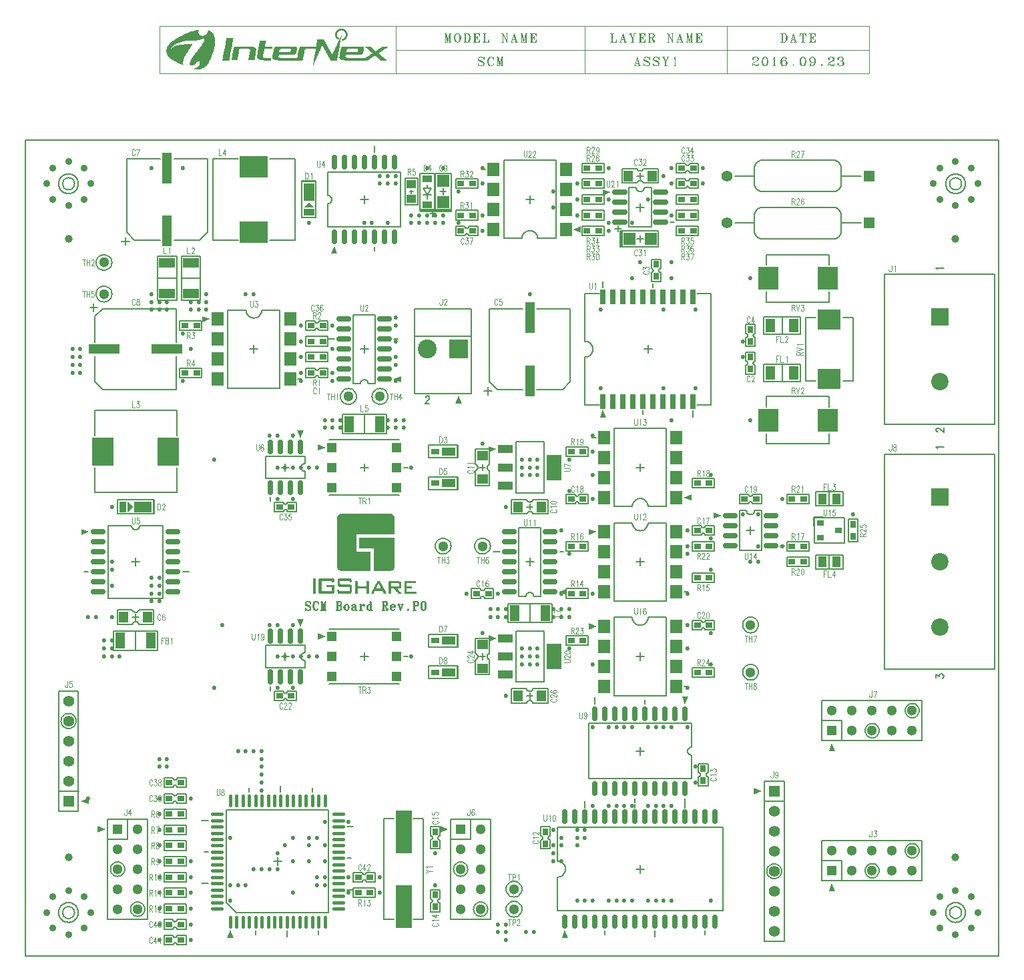
<source format=gbr>
%MOMM*%
%FSLAX33Y33*%
%ADD10C,0.203200*%
%ADD11C,0.162560*%
%ADD73C,0.152400*%
%ADD125C,0.120000*%
%ADD126C,0.200000*%
%ADD135R,1.400000X1.400000*%
%ADD152R,1.350000X1.200000*%
%ADD172C,0.635000*%
%ADD181C,0.530000*%
%ADD182C,0.900000*%
%ADD183R,1.300000X1.300000*%
%ADD184R,2.400000X2.400000*%
%ADD185C,2.200000*%
%ADD186R,2.200000X2.200000*%
%ADD187R,2.700000X3.600000*%
%ADD188R,4.000000X1.200000*%
%ADD189R,1.200000X1.350000*%
%ADD190R,1.300000X2.000000*%
%ADD191R,0.900000X1.400000*%
%ADD192R,2.200000X1.400000*%
%ADD193R,2.000000X1.300000*%
%ADD194R,1.200000X4.000000*%
%ADD195R,0.900000X0.800000*%
%ADD196C,0.400000*%
%ADD197R,1.520000X1.780000*%
%ADD198R,3.600000X2.700000*%
%ADD199R,1.270000X1.270000*%
%ADD200R,1.400000X0.900000*%
%ADD201R,1.400000X2.200000*%
%ADD202R,2.000000X5.500000*%
%ADD203R,1.220000X0.910000*%
%ADD204R,1.250000X1.100000*%
%ADD205R,0.800000X0.900000*%
%ADD206R,1.700000X1.100000*%
%ADD207R,1.050000X0.800000*%
%ADD208R,1.600000X1.500000*%
%ADD209R,1.900000X3.300000*%
%ADD210R,1.900000X1.000000*%
%ADD211R,0.635000X1.950000*%
%ADD212R,1.500000X1.600000*%
%ADD213R,1.100000X1.450000*%
%ADD214R,2.500000X3.000000*%
%ADD215R,3.000000X2.500000*%
%ADD216R,1.200000X1.800000*%
%ADD225C,1.000000*%
%ADD226C,1.400000*%
%ADD227C,2.400000*%
%ADD228C,1.300000*%
G90*G71*G01*D02*G54D10*X000000Y000000D02*X123500Y000000D01*X123500Y103500D01*
X000000Y103500D01*X000000Y000000D01*X037200Y003200D02*X037200Y002700D01*
X033200Y003200D02*X033200Y002400D01*X029200Y003200D02*X029200Y002700D01*
X040800Y012400D02*X041300Y012400D01*X040800Y008400D02*X041600Y008400D01*
X036400Y020800D02*X036400Y021300D01*X023200Y017200D02*X022400Y017200D01*
X023200Y013200D02*X022700Y013200D01*X023200Y009200D02*X022400Y009200D01*
X032400Y020800D02*X032400Y021600D01*X028400Y020800D02*X028400Y021300D01*
X040800Y016400D02*X041600Y016400D01*X025500Y018500D02*X038500Y018500D01*
X038500Y005500D01*X026750Y005500D01*X025500Y006750D01*X025500Y018500D01*
X031500Y012000D02*X032500Y012000D01*X032000Y011500D02*X032000Y012500D01*
X071015Y019600D02*X071015Y018800D01*X083715Y019600D02*X083715Y018800D01*
X077365Y019300D02*X077365Y018800D01*X086255Y002700D02*X086255Y003200D01*
X079905Y002400D02*X079905Y003200D01*X073555Y002700D02*X073555Y003200D01*
X077500Y011000D02*X078500Y011000D01*X078000Y010500D02*X078000Y011500D01*
X067525Y010000D02*X067525Y005700D01*X088475Y005700D01*X088475Y016300D01*
X067525Y016300D01*X067525Y012000D01*X067525Y012000D02*X067623Y011995D01*
X067720Y011981D01*X067815Y011957D01*X067908Y011924D01*X067996Y011882D01*
X068081Y011831D01*X068159Y011773D01*X068232Y011707D01*X068298Y011634D01*
X068356Y011556D01*X068407Y011471D01*X068449Y011383D01*X068482Y011290D01*
X068506Y011195D01*X068520Y011098D01*X068525Y011000D01*X068520Y010902D01*
X068506Y010805D01*X068482Y010710D01*X068449Y010617D01*X068407Y010529D01*
X068356Y010444D01*X068298Y010366D01*X068232Y010293D01*X068159Y010227D01*
X068081Y010169D01*X067996Y010118D01*X067908Y010076D01*X067815Y010043D01*
X067720Y010019D01*X067623Y010005D01*X067525Y010000D01*X094050Y010730D02*
X094068Y010545D01*X094122Y010366D01*X094210Y010202D01*X094328Y010058D01*
X094472Y009940D01*X094636Y009852D01*X094815Y009798D01*X095000Y009780D01*
X095185Y009798D01*X095364Y009852D01*X095528Y009940D01*X095672Y010058D01*
X095790Y010202D01*X095878Y010366D01*X095932Y010545D01*X095950Y010730D01*
X095932Y010915D01*X095878Y011094D01*X095790Y011258D01*X095672Y011402D01*
X095528Y011520D01*X095364Y011608D01*X095185Y011662D01*X095000Y011680D01*
X094815Y011662D01*X094636Y011608D01*X094472Y011520D01*X094328Y011402D01*
X094210Y011258D01*X094122Y011094D01*X094068Y010915D01*X094050Y010730D01*
X096270Y022160D02*X093730Y022160D01*X093730Y001840D01*X096270Y001840D01*
X096270Y022160D01*X096270Y019620D02*X093730Y019620D01*X013370Y005920D02*
X013387Y005744D01*X013439Y005576D01*X013522Y005420D01*X013634Y005284D01*
X013770Y005172D01*X013926Y005089D01*X014094Y005037D01*X014270Y005020D01*
X014446Y005037D01*X014614Y005089D01*X014770Y005172D01*X014906Y005284D01*
X015018Y005420D01*X015101Y005576D01*X015153Y005744D01*X015170Y005920D01*
X015153Y006096D01*X015101Y006264D01*X015018Y006420D01*X014906Y006556D01*
X014770Y006668D01*X014614Y006751D01*X014446Y006803D01*X014270Y006820D01*
X014094Y006803D01*X013926Y006751D01*X013770Y006668D01*X013634Y006556D01*
X013522Y006420D01*X013439Y006264D01*X013387Y006096D01*X013370Y005920D01*
X010830Y011000D02*X010847Y010824D01*X010899Y010656D01*X010982Y010500D01*
X011094Y010364D01*X011230Y010252D01*X011386Y010169D01*X011554Y010117D01*
X011730Y010100D01*X011906Y010117D01*X012074Y010169D01*X012230Y010252D01*
X012366Y010364D01*X012478Y010500D01*X012561Y010656D01*X012613Y010824D01*
X012630Y011000D01*X012613Y011176D01*X012561Y011344D01*X012478Y011500D01*
X012366Y011636D01*X012230Y011748D01*X012074Y011831D01*X011906Y011883D01*
X011730Y011900D01*X011554Y011883D01*X011386Y011831D01*X011230Y011748D01*
X011094Y011636D01*X010982Y011500D01*X010899Y011344D01*X010847Y011176D01*
X010830Y011000D01*X013000Y017350D02*X013000Y014810D01*X010460Y014810D01*
X015540Y017350D02*X010460Y017350D01*X010460Y004650D01*X015540Y004650D01*
X015540Y017350D01*X056870Y005920D02*X056887Y005744D01*X056939Y005576D01*
X057022Y005420D01*X057134Y005284D01*X057270Y005172D01*X057426Y005089D01*
X057594Y005037D01*X057770Y005020D01*X057946Y005037D01*X058114Y005089D01*
X058270Y005172D01*X058406Y005284D01*X058518Y005420D01*X058601Y005576D01*
X058653Y005744D01*X058670Y005920D01*X058653Y006096D01*X058601Y006264D01*
X058518Y006420D01*X058406Y006556D01*X058270Y006668D01*X058114Y006751D01*
X057946Y006803D01*X057770Y006820D01*X057594Y006803D01*X057426Y006751D01*
X057270Y006668D01*X057134Y006556D01*X057022Y006420D01*X056939Y006264D01*
X056887Y006096D01*X056870Y005920D01*X054330Y011000D02*X054347Y010824D01*
X054399Y010656D01*X054482Y010500D01*X054594Y010364D01*X054730Y010252D01*
X054886Y010169D01*X055054Y010117D01*X055230Y010100D01*X055406Y010117D01*
X055574Y010169D01*X055730Y010252D01*X055866Y010364D01*X055978Y010500D01*
X056061Y010656D01*X056113Y010824D01*X056130Y011000D01*X056113Y011176D01*
X056061Y011344D01*X055978Y011500D01*X055866Y011636D01*X055730Y011748D01*
X055574Y011831D01*X055406Y011883D01*X055230Y011900D01*X055054Y011883D01*
X054886Y011831D01*X054730Y011748D01*X054594Y011636D01*X054482Y011500D01*
X054399Y011344D01*X054347Y011176D01*X054330Y011000D01*X056500Y017350D02*
X056500Y014810D01*X053960Y014810D01*X059040Y017350D02*X053960Y017350D01*
X053960Y004650D01*X059040Y004650D01*X059040Y017350D01*X061000Y008460D02*
X061019Y008265D01*X061076Y008077D01*X061169Y007904D01*X061293Y007753D01*
X061444Y007629D01*X061617Y007536D01*X061805Y007479D01*X062000Y007460D01*
X062195Y007479D01*X062383Y007536D01*X062556Y007629D01*X062707Y007753D01*
X062831Y007904D01*X062924Y008077D01*X062981Y008265D01*X063000Y008460D01*
X062981Y008655D01*X062924Y008843D01*X062831Y009016D01*X062707Y009167D01*
X062556Y009291D01*X062383Y009384D01*X062195Y009441D01*X062000Y009460D01*
X061805Y009441D01*X061617Y009384D01*X061444Y009291D01*X061293Y009167D01*
X061169Y009016D01*X061076Y008843D01*X061019Y008655D01*X061000Y008460D01*
X061000Y005920D02*X061019Y005725D01*X061076Y005537D01*X061169Y005364D01*
X061293Y005213D01*X061444Y005089D01*X061617Y004996D01*X061805Y004939D01*
X062000Y004920D01*X062195Y004939D01*X062383Y004996D01*X062556Y005089D01*
X062707Y005213D01*X062831Y005364D01*X062924Y005537D01*X062981Y005725D01*
X063000Y005920D01*X062981Y006115D01*X062924Y006303D01*X062831Y006476D01*
X062707Y006627D01*X062556Y006751D01*X062383Y006844D01*X062195Y006901D01*
X062000Y006920D01*X061805Y006901D01*X061617Y006844D01*X061444Y006751D01*
X061293Y006627D01*X061169Y006476D01*X061076Y006303D01*X061019Y006115D01*
X061000Y005920D01*X111600Y013340D02*X111617Y013164D01*X111669Y012996D01*
X111752Y012840D01*X111864Y012704D01*X112000Y012592D01*X112156Y012509D01*
X112324Y012457D01*X112500Y012440D01*X112676Y012457D01*X112844Y012509D01*
X113000Y012592D01*X113136Y012704D01*X113248Y012840D01*X113331Y012996D01*
X113383Y013164D01*X113400Y013340D01*X113383Y013516D01*X113331Y013684D01*
X113248Y013840D01*X113136Y013976D01*X113000Y014088D01*X112844Y014171D01*
X112676Y014223D01*X112500Y014240D01*X112324Y014223D01*X112156Y014171D01*
X112000Y014088D01*X111864Y013976D01*X111752Y013840D01*X111669Y013684D01*
X111617Y013516D01*X111600Y013340D01*X106520Y010800D02*X106537Y010624D01*
X106589Y010456D01*X106672Y010300D01*X106784Y010164D01*X106920Y010052D01*
X107076Y009969D01*X107244Y009917D01*X107420Y009900D01*X107596Y009917D01*
X107764Y009969D01*X107920Y010052D01*X108056Y010164D01*X108168Y010300D01*
X108251Y010456D01*X108303Y010624D01*X108320Y010800D01*X108303Y010976D01*
X108251Y011144D01*X108168Y011300D01*X108056Y011436D01*X107920Y011548D01*
X107764Y011631D01*X107596Y011683D01*X107420Y011700D01*X107244Y011683D01*
X107076Y011631D01*X106920Y011548D01*X106784Y011436D01*X106672Y011300D01*
X106589Y011144D01*X106537Y010976D01*X106520Y010800D01*X101070Y012070D02*
X103610Y012070D01*X103610Y009530D01*X101070Y014610D02*X101070Y009530D01*
X113770Y009530D01*X113770Y014610D01*X101070Y014610D01*X004550Y029810D02*
X004568Y029625D01*X004622Y029446D01*X004710Y029282D01*X004828Y029138D01*
X004972Y029020D01*X005136Y028932D01*X005315Y028878D01*X005500Y028860D01*
X005685Y028878D01*X005864Y028932D01*X006028Y029020D01*X006172Y029138D01*
X006290Y029282D01*X006378Y029446D01*X006432Y029625D01*X006450Y029810D01*
X006432Y029995D01*X006378Y030174D01*X006290Y030338D01*X006172Y030482D01*
X006028Y030600D01*X005864Y030688D01*X005685Y030742D01*X005500Y030760D01*
X005315Y030742D01*X005136Y030688D01*X004972Y030600D01*X004828Y030482D01*
X004710Y030338D01*X004622Y030174D01*X004568Y029995D01*X004550Y029810D01*
X004250Y018380D02*X006750Y018380D01*X006750Y033620D01*X004250Y033620D01*
X004250Y018380D01*X004250Y020920D02*X006770Y020920D01*X072285Y032800D02*
X072285Y032000D01*X077365Y020000D02*X077365Y019500D01*X083715Y020000D02*
X083715Y019200D01*X078635Y032500D02*X078635Y032000D01*X084500Y025500D02*
X084451Y025502D01*X084402Y025510D01*X084355Y025522D01*X084309Y025538D01*
X084264Y025559D01*X084222Y025584D01*X084183Y025613D01*X084146Y025646D01*
X084113Y025683D01*X084084Y025722D01*X084059Y025764D01*X084038Y025809D01*
X084022Y025855D01*X084010Y025902D01*X084002Y025951D01*X084000Y026000D01*
X084002Y026049D01*X084010Y026098D01*X084022Y026145D01*X084038Y026191D01*
X084059Y026236D01*X084084Y026278D01*X084113Y026317D01*X084146Y026354D01*
X084183Y026387D01*X084222Y026416D01*X084264Y026441D01*X084309Y026462D01*
X084355Y026478D01*X084402Y026490D01*X084451Y026498D01*X084500Y026500D01*
X078500Y026000D02*X077500Y026000D01*X078000Y025500D02*X078000Y026500D01*
X071500Y022500D02*X084500Y022500D01*X071500Y029500D02*X071500Y022500D01*
X084500Y029500D02*X071500Y029500D01*X084500Y022500D02*X084500Y025500D01*
X084500Y026500D02*X084500Y029500D01*X111600Y031120D02*X111617Y030944D01*
X111669Y030776D01*X111752Y030620D01*X111864Y030484D01*X112000Y030372D01*
X112156Y030289D01*X112324Y030237D01*X112500Y030220D01*X112676Y030237D01*
X112844Y030289D01*X113000Y030372D01*X113136Y030484D01*X113248Y030620D01*
X113331Y030776D01*X113383Y030944D01*X113400Y031120D01*X113383Y031296D01*
X113331Y031464D01*X113248Y031620D01*X113136Y031756D01*X113000Y031868D01*
X112844Y031951D01*X112676Y032003D01*X112500Y032020D01*X112324Y032003D01*
X112156Y031951D01*X112000Y031868D01*X111864Y031756D01*X111752Y031620D01*
X111669Y031464D01*X111617Y031296D01*X111600Y031120D01*X106520Y028580D02*
X106537Y028404D01*X106589Y028236D01*X106672Y028080D01*X106784Y027944D01*
X106920Y027832D01*X107076Y027749D01*X107244Y027697D01*X107420Y027680D01*
X107596Y027697D01*X107764Y027749D01*X107920Y027832D01*X108056Y027944D01*
X108168Y028080D01*X108251Y028236D01*X108303Y028404D01*X108320Y028580D01*
X108303Y028756D01*X108251Y028924D01*X108168Y029080D01*X108056Y029216D01*
X107920Y029328D01*X107764Y029411D01*X107596Y029463D01*X107420Y029480D01*
X107244Y029463D01*X107076Y029411D01*X106920Y029328D01*X106784Y029216D01*
X106672Y029080D01*X106589Y028924D01*X106537Y028756D01*X106520Y028580D01*
X101070Y029850D02*X103610Y029850D01*X103610Y027310D01*X101070Y032390D02*
X101070Y027310D01*X113770Y027310D01*X113770Y032390D01*X101070Y032390D01*
X031095Y034200D02*X031095Y033700D01*X035500Y036600D02*X030500Y036600D01*
X030500Y039400D01*X035500Y039400D01*X035500Y036600D02*X035500Y037500D01*
X035500Y039400D02*X035500Y038500D01*X033000Y038500D02*X033000Y037500D01*
X033500Y038000D02*X032500Y038000D01*X035500Y037500D02*X035451Y037502D01*
X035402Y037510D01*X035355Y037522D01*X035309Y037538D01*X035264Y037559D01*
X035222Y037584D01*X035183Y037613D01*X035146Y037646D01*X035113Y037683D01*
X035084Y037722D01*X035059Y037764D01*X035038Y037809D01*X035022Y037855D01*
X035010Y037902D01*X035002Y037951D01*X035000Y038000D01*X035002Y038049D01*
X035010Y038098D01*X035022Y038145D01*X035038Y038191D01*X035059Y038236D01*
X035084Y038278D01*X035113Y038317D01*X035146Y038354D01*X035183Y038387D01*
X035222Y038416D01*X035264Y038441D01*X035309Y038462D01*X035355Y038478D01*
X035402Y038490D01*X035451Y038498D01*X035500Y038500D01*X061700Y033900D02*
X061700Y032100D01*X061700Y033900D02*X063600Y033900D01*X064400Y033900D02*
X066300Y033900D01*X066300Y033900D02*X066300Y032100D01*X066300Y032100D02*
X064400Y032100D01*X063600Y032100D02*X061700Y032100D01*X064400Y033000D02*
X063600Y033000D01*X064000Y032600D02*X064000Y033400D01*X063600Y032100D02*
X063610Y032133D01*X063622Y032165D01*X063637Y032195D01*X063654Y032225D01*
X063674Y032253D01*X063696Y032279D01*X063720Y032303D01*X063746Y032325D01*
X063774Y032345D01*X063803Y032362D01*X063834Y032377D01*X063866Y032390D01*
X063899Y032400D01*X063932Y032407D01*X063966Y032411D01*X064000Y032412D01*
X064034Y032411D01*X064068Y032407D01*X064101Y032400D01*X064134Y032390D01*
X064166Y032377D01*X064197Y032362D01*X064226Y032345D01*X064254Y032325D01*
X064280Y032303D01*X064304Y032279D01*X064326Y032253D01*X064346Y032225D01*
X064363Y032195D01*X064378Y032165D01*X064390Y032133D01*X064400Y032100D01*
X064400Y033900D02*X064389Y033868D01*X064376Y033837D01*X064361Y033808D01*
X064343Y033780D01*X064322Y033753D01*X064300Y033728D01*X064276Y033705D01*
X064250Y033683D01*X064222Y033664D01*X064193Y033648D01*X064163Y033633D01*
X064132Y033621D01*X064100Y033612D01*X064067Y033605D01*X064033Y033601D01*
X064000Y033600D01*X063967Y033601D01*X063933Y033605D01*X063900Y033612D01*
X063868Y033621D01*X063837Y033633D01*X063807Y033648D01*X063778Y033664D01*
X063750Y033683D01*X063724Y033705D01*X063700Y033728D01*X063678Y033753D01*
X063657Y033780D01*X063639Y033808D01*X063624Y033837D01*X063611Y033868D01*
X063600Y033900D01*X047445Y034505D02*X038555Y034505D01*X048000Y038000D02*
X048500Y038000D01*X047445Y041495D02*X038555Y041495D01*X043500Y038000D02*
X042500Y038000D01*X043000Y038500D02*X043000Y037500D01*X054900Y039200D02*
X054900Y040800D01*X051200Y040800D01*X051200Y039200D01*X054900Y039200D01*
X054800Y039200D02*X054800Y040800D01*X054900Y035200D02*X054900Y036800D01*
X051200Y036800D01*X051200Y035200D01*X054900Y035200D01*X054800Y035200D02*
X054800Y036800D01*X065781Y041250D02*X065781Y034750D01*X062225Y034750D01*
X062225Y041250D01*X065781Y041250D01*X057100Y035700D02*X058900Y035700D01*
X057100Y035700D02*X057100Y037600D01*X057100Y038400D02*X057100Y040300D01*
X057100Y040300D02*X058900Y040300D01*X058900Y040300D02*X058900Y038400D01*
X058900Y037600D02*X058900Y035700D01*X058000Y038400D02*X058000Y037600D01*
X058400Y038000D02*X057600Y038000D01*X058900Y037600D02*X058867Y037610D01*
X058835Y037622D01*X058805Y037637D01*X058775Y037654D01*X058747Y037674D01*
X058721Y037696D01*X058697Y037720D01*X058675Y037746D01*X058655Y037774D01*
X058638Y037803D01*X058623Y037834D01*X058610Y037866D01*X058600Y037899D01*
X058593Y037932D01*X058589Y037966D01*X058588Y038000D01*X058589Y038034D01*
X058593Y038068D01*X058600Y038101D01*X058610Y038134D01*X058623Y038166D01*
X058638Y038197D01*X058655Y038226D01*X058675Y038254D01*X058697Y038280D01*
X058721Y038304D01*X058747Y038326D01*X058775Y038346D01*X058805Y038363D01*
X058835Y038378D01*X058867Y038390D01*X058900Y038400D01*X057100Y038400D02*
X057132Y038389D01*X057163Y038376D01*X057192Y038361D01*X057221Y038343D01*
X057247Y038322D01*X057272Y038300D01*X057296Y038276D01*X057317Y038250D01*
X057336Y038222D01*X057352Y038193D01*X057367Y038163D01*X057379Y038132D01*
X057388Y038100D01*X057395Y038067D01*X057399Y038033D01*X057400Y038000D01*
X057399Y037967D01*X057395Y037933D01*X057388Y037900D01*X057379Y037868D01*
X057367Y037837D01*X057352Y037807D01*X057336Y037778D01*X057317Y037750D01*
X057296Y037724D01*X057272Y037700D01*X057247Y037678D01*X057221Y037657D01*
X057192Y037639D01*X057163Y037624D01*X057132Y037611D01*X057100Y037600D01*
X078000Y038500D02*X078000Y037500D01*X077500Y038000D02*X078500Y038000D01*
X074700Y042955D02*X077000Y042955D01*X081300Y042955D02*X079000Y042955D01*
X081300Y042955D02*X081300Y033045D01*X074700Y033045D01*X074700Y042955D01*
X083600Y034190D02*X084100Y034190D01*X079000Y042955D02*X078995Y042857D01*
X078981Y042760D01*X078957Y042665D01*X078924Y042572D01*X078882Y042484D01*
X078831Y042399D01*X078773Y042321D01*X078707Y042248D01*X078634Y042182D01*
X078556Y042124D01*X078471Y042073D01*X078383Y042031D01*X078290Y041998D01*
X078195Y041974D01*X078098Y041960D01*X078000Y041955D01*X077902Y041960D01*
X077805Y041974D01*X077710Y041998D01*X077617Y042031D01*X077529Y042073D01*
X077444Y042124D01*X077366Y042182D01*X077293Y042248D01*X077227Y042321D01*
X077169Y042399D01*X077118Y042484D01*X077076Y042572D01*X077043Y042665D01*
X077019Y042760D01*X077005Y042857D01*X077000Y042955D01*X091000Y036000D02*
X091019Y035805D01*X091076Y035617D01*X091169Y035444D01*X091293Y035293D01*
X091444Y035169D01*X091617Y035076D01*X091805Y035019D01*X092000Y035000D01*
X092195Y035019D01*X092383Y035076D01*X092556Y035169D01*X092707Y035293D01*
X092831Y035444D01*X092924Y035617D01*X092981Y035805D01*X093000Y036000D01*
X092981Y036195D01*X092924Y036383D01*X092831Y036556D01*X092707Y036707D01*
X092556Y036831D01*X092383Y036924D01*X092195Y036981D01*X092000Y037000D01*
X091805Y036981D01*X091617Y036924D01*X091444Y036831D01*X091293Y036707D01*
X091169Y036556D01*X091076Y036383D01*X091019Y036195D01*X091000Y036000D01*
X123000Y063650D02*X109000Y063650D01*X109000Y036350D01*X123000Y036350D01*
X123000Y063650D01*X020000Y048730D02*X020800Y048730D01*X007500Y048730D02*
X008000Y048730D01*X014500Y054600D02*X014498Y054551D01*X014490Y054502D01*
X014478Y054455D01*X014462Y054409D01*X014441Y054364D01*X014416Y054322D01*
X014387Y054283D01*X014354Y054246D01*X014317Y054213D01*X014278Y054184D01*
X014236Y054159D01*X014191Y054138D01*X014145Y054122D01*X014098Y054110D01*
X014049Y054102D01*X014000Y054100D01*X013951Y054102D01*X013902Y054110D01*
X013855Y054122D01*X013809Y054138D01*X013764Y054159D01*X013722Y054184D01*
X013683Y054213D01*X013646Y054246D01*X013613Y054283D01*X013584Y054322D01*
X013559Y054364D01*X013538Y054409D01*X013522Y054455D01*X013510Y054502D01*
X013502Y054551D01*X013500Y054600D01*X014000Y050500D02*X014000Y049500D01*
X014500Y050000D02*X013500Y050000D01*X017500Y045400D02*X017500Y054600D01*
X010500Y045400D02*X017500Y045400D01*X010500Y054600D02*X010500Y045400D01*
X017500Y054600D02*X014500Y054600D01*X013500Y054600D02*X010500Y054600D01*
X011700Y043900D02*X011700Y042100D01*X011700Y043900D02*X013600Y043900D01*
X014400Y043900D02*X016300Y043900D01*X016300Y043900D02*X016300Y042100D01*
X016300Y042100D02*X014400Y042100D01*X013600Y042100D02*X011700Y042100D01*
X014400Y043000D02*X013600Y043000D01*X014000Y042600D02*X014000Y043400D01*
X013600Y042100D02*X013610Y042133D01*X013622Y042165D01*X013637Y042195D01*
X013654Y042225D01*X013674Y042253D01*X013696Y042279D01*X013720Y042303D01*
X013746Y042325D01*X013774Y042345D01*X013803Y042362D01*X013834Y042377D01*
X013866Y042390D01*X013899Y042400D01*X013932Y042407D01*X013966Y042411D01*
X014000Y042412D01*X014034Y042411D01*X014068Y042407D01*X014101Y042400D01*
X014134Y042390D01*X014166Y042377D01*X014197Y042362D01*X014226Y042345D01*
X014254Y042325D01*X014280Y042303D01*X014304Y042279D01*X014326Y042253D01*
X014346Y042225D01*X014363Y042195D01*X014378Y042165D01*X014390Y042133D01*
X014400Y042100D01*X014400Y043900D02*X014389Y043868D01*X014376Y043837D01*
X014361Y043808D01*X014343Y043780D01*X014322Y043753D01*X014300Y043728D01*
X014276Y043705D01*X014250Y043683D01*X014222Y043664D01*X014193Y043648D01*
X014163Y043633D01*X014132Y043621D01*X014100Y043612D01*X014067Y043605D01*
X014033Y043601D01*X014000Y043600D01*X013967Y043601D01*X013933Y043605D01*
X013900Y043612D01*X013868Y043621D01*X013837Y043633D01*X013807Y043648D01*
X013778Y043664D01*X013750Y043683D01*X013724Y043705D01*X013700Y043728D01*
X013678Y043753D01*X013657Y043780D01*X013639Y043808D01*X013624Y043837D01*
X013611Y043868D01*X013600Y043900D01*X011200Y041200D02*X016800Y041200D01*
X016800Y038800D01*X011200Y038800D01*X011200Y041200D01*X014000Y041200D02*
X014000Y038800D01*X060200Y051270D02*X059400Y051270D01*X068300Y051270D02*
X067800Y051270D01*X062600Y045625D02*X062600Y054375D01*X065400Y054375D01*
X065400Y045625D01*X062600Y045625D02*X063500Y045625D01*X065400Y045625D02*
X064500Y045625D01*X064500Y050000D02*X063500Y050000D01*X064000Y049500D02*
X064000Y050500D01*X063500Y045625D02*X063502Y045674D01*X063510Y045723D01*
X063522Y045770D01*X063538Y045816D01*X063559Y045861D01*X063584Y045903D01*
X063613Y045942D01*X063646Y045979D01*X063683Y046012D01*X063722Y046041D01*
X063764Y046066D01*X063809Y046087D01*X063855Y046103D01*X063902Y046115D01*
X063951Y046123D01*X064000Y046125D01*X064049Y046123D01*X064098Y046115D01*
X064145Y046103D01*X064191Y046087D01*X064236Y046066D01*X064278Y046041D01*
X064317Y046012D01*X064354Y045979D01*X064387Y045942D01*X064416Y045903D01*
X064441Y045861D01*X064462Y045816D01*X064478Y045770D01*X064490Y045723D01*
X064498Y045674D01*X064500Y045625D01*X061200Y044700D02*X066800Y044700D01*
X066800Y042300D01*X061200Y042300D01*X061200Y044700D01*X064000Y044700D02*
X064000Y042300D01*X091000Y042000D02*X091019Y041805D01*X091076Y041617D01*
X091169Y041444D01*X091293Y041293D01*X091444Y041169D01*X091617Y041076D01*
X091805Y041019D01*X092000Y041000D01*X092195Y041019D01*X092383Y041076D01*
X092556Y041169D01*X092707Y041293D01*X092831Y041444D01*X092924Y041617D01*
X092981Y041805D01*X093000Y042000D01*X092981Y042195D01*X092924Y042383D01*
X092831Y042556D01*X092707Y042707D01*X092556Y042831D01*X092383Y042924D01*
X092195Y042981D01*X092000Y043000D01*X091805Y042981D01*X091617Y042924D01*
X091444Y042831D01*X091293Y042707D01*X091169Y042556D01*X091076Y042383D01*
X091019Y042195D01*X091000Y042000D01*X078000Y050500D02*X078000Y049500D01*
X077500Y050000D02*X078500Y050000D01*X074700Y054955D02*X077000Y054955D01*
X081300Y054955D02*X079000Y054955D01*X081300Y054955D02*X081300Y045045D01*
X074700Y045045D01*X074700Y054955D01*X083600Y046190D02*X084100Y046190D01*
X079000Y054955D02*X078995Y054857D01*X078981Y054760D01*X078957Y054665D01*
X078924Y054572D01*X078882Y054484D01*X078831Y054399D01*X078773Y054321D01*
X078707Y054248D01*X078634Y054182D01*X078556Y054124D01*X078471Y054073D01*
X078383Y054031D01*X078290Y053998D01*X078195Y053974D01*X078098Y053960D01*
X078000Y053955D01*X077902Y053960D01*X077805Y053974D01*X077710Y053998D01*
X077617Y054031D01*X077529Y054073D01*X077444Y054124D01*X077366Y054182D01*
X077293Y054248D01*X077227Y054321D01*X077169Y054399D01*X077118Y054484D01*
X077076Y054572D01*X077043Y054665D01*X077019Y054760D01*X077005Y054857D01*
X077000Y054955D01*X095800Y052095D02*X096300Y052095D01*X093400Y056500D02*
X093400Y051500D01*X090600Y051500D01*X090600Y056500D01*X093400Y056500D02*
X092500Y056500D01*X090600Y056500D02*X091500Y056500D01*X091500Y054000D02*
X092500Y054000D01*X092000Y054500D02*X092000Y053500D01*X092500Y056500D02*
X092498Y056451D01*X092490Y056402D01*X092478Y056355D01*X092462Y056309D01*
X092441Y056264D01*X092416Y056222D01*X092387Y056183D01*X092354Y056146D01*
X092317Y056113D01*X092278Y056084D01*X092236Y056059D01*X092191Y056038D01*
X092145Y056022D01*X092098Y056010D01*X092049Y056002D01*X092000Y056000D01*
X091951Y056002D01*X091902Y056010D01*X091855Y056022D01*X091809Y056038D01*
X091764Y056059D01*X091722Y056084D01*X091683Y056113D01*X091646Y056146D01*
X091613Y056183D01*X091584Y056222D01*X091559Y056264D01*X091538Y056309D01*
X091522Y056355D01*X091510Y056402D01*X091502Y056451D01*X091500Y056500D01*
X016300Y057890D02*X011700Y057890D01*X011700Y056110D01*X016300Y056110D01*
X016300Y057890D01*X011700Y057890D02*X011700Y056110D01*X016300Y057890D02*
X016400Y057890D01*X016400Y056110D01*X016300Y056110D01*X052000Y052000D02*
X052019Y051805D01*X052076Y051617D01*X052169Y051444D01*X052293Y051293D01*
X052444Y051169D01*X052617Y051076D01*X052805Y051019D01*X053000Y051000D01*
X053195Y051019D01*X053383Y051076D01*X053556Y051169D01*X053707Y051293D01*
X053831Y051444D01*X053924Y051617D01*X053981Y051805D01*X054000Y052000D01*
X053981Y052195D01*X053924Y052383D01*X053831Y052556D01*X053707Y052707D01*
X053556Y052831D01*X053383Y052924D01*X053195Y052981D01*X053000Y053000D01*
X052805Y052981D01*X052617Y052924D01*X052444Y052831D01*X052293Y052707D01*
X052169Y052556D01*X052076Y052383D01*X052019Y052195D01*X052000Y052000D01*
X057000Y052000D02*X057019Y051805D01*X057076Y051617D01*X057169Y051444D01*
X057293Y051293D01*X057444Y051169D01*X057617Y051076D01*X057805Y051019D01*
X058000Y051000D01*X058195Y051019D01*X058383Y051076D01*X058556Y051169D01*
X058707Y051293D01*X058831Y051444D01*X058924Y051617D01*X058981Y051805D01*
X059000Y052000D01*X058981Y052195D01*X058924Y052383D01*X058831Y052556D01*
X058707Y052707D01*X058556Y052831D01*X058383Y052924D01*X058195Y052981D01*
X058000Y053000D01*X057805Y052981D01*X057617Y052924D01*X057444Y052831D01*
X057293Y052707D01*X057169Y052556D01*X057076Y052383D01*X057019Y052195D01*
X057000Y052000D01*X061700Y057900D02*X061700Y056100D01*X061700Y057900D02*
X063600Y057900D01*X064400Y057900D02*X066300Y057900D01*X066300Y057900D02*
X066300Y056100D01*X066300Y056100D02*X064400Y056100D01*X063600Y056100D02*
X061700Y056100D01*X064400Y057000D02*X063600Y057000D01*X064000Y056600D02*
X064000Y057400D01*X063600Y056100D02*X063610Y056133D01*X063622Y056165D01*
X063637Y056195D01*X063654Y056225D01*X063674Y056253D01*X063696Y056279D01*
X063720Y056303D01*X063746Y056325D01*X063774Y056345D01*X063803Y056362D01*
X063834Y056377D01*X063866Y056390D01*X063899Y056400D01*X063932Y056407D01*
X063966Y056411D01*X064000Y056412D01*X064034Y056411D01*X064068Y056407D01*
X064101Y056400D01*X064134Y056390D01*X064166Y056377D01*X064197Y056362D01*
X064226Y056345D01*X064254Y056325D01*X064280Y056303D01*X064304Y056279D01*
X064326Y056253D01*X064346Y056225D01*X064363Y056195D01*X064378Y056165D01*
X064390Y056133D01*X064400Y056100D01*X064400Y057900D02*X064389Y057868D01*
X064376Y057837D01*X064361Y057808D01*X064343Y057780D01*X064322Y057753D01*
X064300Y057728D01*X064276Y057705D01*X064250Y057683D01*X064222Y057664D01*
X064193Y057648D01*X064163Y057633D01*X064132Y057621D01*X064100Y057612D01*
X064067Y057605D01*X064033Y057601D01*X064000Y057600D01*X063967Y057601D01*
X063933Y057605D01*X063900Y057612D01*X063868Y057621D01*X063837Y057633D01*
X063807Y057648D01*X063778Y057664D01*X063750Y057683D01*X063724Y057705D01*
X063700Y057728D01*X063678Y057753D01*X063657Y057780D01*X063639Y057808D01*
X063624Y057837D01*X063611Y057868D01*X063600Y057900D01*X103900Y055600D02*
X100100Y055600D01*X100100Y052400D01*X103900Y052400D01*X103900Y055600D01*
X101200Y055700D02*X100000Y055700D01*X100000Y054600D01*X019200Y062000D02*
X019200Y058800D01*X008800Y058800D01*X008800Y062000D01*X019200Y066000D02*
X019200Y069200D01*X008800Y069200D01*X008800Y066000D01*X031095Y058200D02*
X031095Y057700D01*X035500Y060600D02*X030500Y060600D01*X030500Y063400D01*
X035500Y063400D01*X035500Y060600D02*X035500Y061500D01*X035500Y063400D02*
X035500Y062500D01*X033000Y062500D02*X033000Y061500D01*X033500Y062000D02*
X032500Y062000D01*X035500Y061500D02*X035451Y061502D01*X035402Y061510D01*
X035355Y061522D01*X035309Y061538D01*X035264Y061559D01*X035222Y061584D01*
X035183Y061613D01*X035146Y061646D01*X035113Y061683D01*X035084Y061722D01*
X035059Y061764D01*X035038Y061809D01*X035022Y061855D01*X035010Y061902D01*
X035002Y061951D01*X035000Y062000D01*X035002Y062049D01*X035010Y062098D01*
X035022Y062145D01*X035038Y062191D01*X035059Y062236D01*X035084Y062278D01*
X035113Y062317D01*X035146Y062354D01*X035183Y062387D01*X035222Y062416D01*
X035264Y062441D01*X035309Y062462D01*X035355Y062478D01*X035402Y062490D01*
X035451Y062498D01*X035500Y062500D01*X047445Y058505D02*X038555Y058505D01*
X048000Y062000D02*X048500Y062000D01*X047445Y065495D02*X038555Y065495D01*
X043500Y062000D02*X042500Y062000D01*X043000Y062500D02*X043000Y061500D01*
X054900Y059200D02*X054900Y060800D01*X051200Y060800D01*X051200Y059200D01*
X054900Y059200D01*X054800Y059200D02*X054800Y060800D01*X065781Y065250D02*
X065781Y058750D01*X062225Y058750D01*X062225Y065250D01*X065781Y065250D01*
X057100Y059700D02*X058900Y059700D01*X057100Y059700D02*X057100Y061600D01*
X057100Y062400D02*X057100Y064300D01*X057100Y064300D02*X058900Y064300D01*
X058900Y064300D02*X058900Y062400D01*X058900Y061600D02*X058900Y059700D01*
X058000Y062400D02*X058000Y061600D01*X058400Y062000D02*X057600Y062000D01*
X058900Y061600D02*X058867Y061610D01*X058835Y061622D01*X058805Y061637D01*
X058775Y061654D01*X058747Y061674D01*X058721Y061696D01*X058697Y061720D01*
X058675Y061746D01*X058655Y061774D01*X058638Y061803D01*X058623Y061834D01*
X058610Y061866D01*X058600Y061899D01*X058593Y061932D01*X058589Y061966D01*
X058588Y062000D01*X058589Y062034D01*X058593Y062068D01*X058600Y062101D01*
X058610Y062134D01*X058623Y062166D01*X058638Y062197D01*X058655Y062226D01*
X058675Y062254D01*X058697Y062280D01*X058721Y062304D01*X058747Y062326D01*
X058775Y062346D01*X058805Y062363D01*X058835Y062378D01*X058867Y062390D01*
X058900Y062400D01*X057100Y062400D02*X057132Y062389D01*X057163Y062376D01*
X057192Y062361D01*X057221Y062343D01*X057247Y062322D01*X057272Y062300D01*
X057296Y062276D01*X057317Y062250D01*X057336Y062222D01*X057352Y062193D01*
X057367Y062163D01*X057379Y062132D01*X057388Y062100D01*X057395Y062067D01*
X057399Y062033D01*X057400Y062000D01*X057399Y061967D01*X057395Y061933D01*
X057388Y061900D01*X057379Y061868D01*X057367Y061837D01*X057352Y061807D01*
X057336Y061778D01*X057317Y061750D01*X057296Y061724D01*X057272Y061700D01*
X057247Y061678D01*X057221Y061657D01*X057192Y061639D01*X057163Y061624D01*
X057132Y061611D01*X057100Y061600D01*X078000Y061500D02*X078000Y062500D01*
X078500Y062000D02*X077500Y062000D01*X081300Y057045D02*X079000Y057045D01*
X074700Y057045D02*X077000Y057045D01*X074700Y057045D02*X074700Y066955D01*
X081300Y066955D01*X081300Y057045D01*X072400Y065810D02*X071900Y065810D01*
X077000Y057045D02*X077005Y057143D01*X077019Y057240D01*X077043Y057335D01*
X077076Y057428D01*X077118Y057516D01*X077169Y057601D01*X077227Y057679D01*
X077293Y057752D01*X077366Y057818D01*X077444Y057876D01*X077529Y057927D01*
X077617Y057969D01*X077710Y058002D01*X077805Y058026D01*X077902Y058040D01*
X078000Y058045D01*X078098Y058040D01*X078195Y058026D01*X078290Y058002D01*
X078383Y057969D01*X078471Y057927D01*X078556Y057876D01*X078634Y057818D01*
X078707Y057752D01*X078773Y057679D01*X078831Y057601D01*X078882Y057516D01*
X078924Y057428D01*X078957Y057335D01*X078981Y057240D01*X078995Y057143D01*
X079000Y057045D01*X040200Y068700D02*X045800Y068700D01*X045800Y066300D01*
X040200Y066300D01*X040200Y068700D01*X043000Y068700D02*X043000Y066300D01*
X054900Y063200D02*X054900Y064800D01*X051200Y064800D01*X051200Y063200D01*
X054900Y063200D01*X054800Y063200D02*X054800Y064800D01*X102000Y066300D02*
X102000Y065000D01*X094000Y065000D01*X094000Y066300D01*X102000Y069700D02*
X102000Y071000D01*X094000Y071000D01*X094000Y069700D01*X123000Y086525D02*
X109000Y086525D01*X109000Y067475D01*X123000Y067475D01*X123000Y086525D01*
X008700Y081800D02*X008700Y082800D01*X008200Y082300D02*X009200Y082300D01*
X008850Y077900D02*X008850Y081150D01*X009850Y082150D01*X019150Y082150D01*
X019150Y077900D01*X008850Y076100D02*X008850Y072850D01*X009850Y071850D01*
X019150Y071850D01*X019150Y076100D01*X029000Y077500D02*X029000Y076500D01*
X028500Y077000D02*X029500Y077000D01*X025700Y081955D02*X028000Y081955D01*
X032300Y081955D02*X030000Y081955D01*X032300Y081955D02*X032300Y072045D01*
X025700Y072045D01*X025700Y081955D01*X034600Y073190D02*X035100Y073190D01*
X030000Y081955D02*X029995Y081857D01*X029981Y081760D01*X029957Y081665D01*
X029924Y081572D01*X029882Y081484D01*X029831Y081399D01*X029773Y081321D01*
X029707Y081248D01*X029634Y081182D01*X029556Y081124D01*X029471Y081073D01*
X029383Y081031D01*X029290Y080998D01*X029195Y080974D01*X029098Y080960D01*
X029000Y080955D01*X028902Y080960D01*X028805Y080974D01*X028710Y080998D01*
X028617Y081031D01*X028529Y081073D01*X028444Y081124D01*X028366Y081182D01*
X028293Y081248D01*X028227Y081321D01*X028169Y081399D01*X028118Y081484D01*
X028076Y081572D01*X028043Y081665D01*X028019Y081760D01*X028005Y081857D01*
X028000Y081955D01*X040000Y071000D02*X040019Y070805D01*X040076Y070617D01*
X040169Y070444D01*X040293Y070293D01*X040444Y070169D01*X040617Y070076D01*
X040805Y070019D01*X041000Y070000D01*X041195Y070019D01*X041383Y070076D01*
X041556Y070169D01*X041707Y070293D01*X041831Y070444D01*X041924Y070617D01*
X041981Y070805D01*X042000Y071000D01*X041981Y071195D01*X041924Y071383D01*
X041831Y071556D01*X041707Y071707D01*X041556Y071831D01*X041383Y071924D01*
X041195Y071981D01*X041000Y072000D01*X040805Y071981D01*X040617Y071924D01*
X040444Y071831D01*X040293Y071707D01*X040169Y071556D01*X040076Y071383D01*
X040019Y071195D01*X040000Y071000D01*X039200Y078270D02*X038400Y078270D01*
X047300Y078270D02*X046800Y078270D01*X041600Y072625D02*X041600Y081375D01*
X044400Y081375D01*X044400Y072625D01*X041600Y072625D02*X042500Y072625D01*
X044400Y072625D02*X043500Y072625D01*X043500Y077000D02*X042500Y077000D01*
X043000Y076500D02*X043000Y077500D01*X042500Y072625D02*X042502Y072674D01*
X042510Y072723D01*X042522Y072770D01*X042538Y072816D01*X042559Y072861D01*
X042584Y072903D01*X042613Y072942D01*X042646Y072979D01*X042683Y073012D01*
X042722Y073041D01*X042764Y073066D01*X042809Y073087D01*X042855Y073103D01*
X042902Y073115D01*X042951Y073123D01*X043000Y073125D01*X043049Y073123D01*
X043098Y073115D01*X043145Y073103D01*X043191Y073087D01*X043236Y073066D01*
X043278Y073041D01*X043317Y073012D01*X043354Y072979D01*X043387Y072942D01*
X043416Y072903D01*X043441Y072861D01*X043462Y072816D01*X043478Y072770D01*
X043490Y072723D01*X043498Y072674D01*X043500Y072625D01*X049420Y082150D02*
X049420Y071400D01*X056580Y071400D01*X056580Y082150D01*X049420Y082150D01*
X049420Y078600D02*X056580Y078600D01*X044000Y071000D02*X044019Y070805D01*
X044076Y070617D01*X044169Y070444D01*X044293Y070293D01*X044444Y070169D01*
X044617Y070076D01*X044805Y070019D01*X045000Y070000D01*X045195Y070019D01*
X045383Y070076D01*X045556Y070169D01*X045707Y070293D01*X045831Y070444D01*
X045924Y070617D01*X045981Y070805D01*X046000Y071000D01*X045981Y071195D01*
X045924Y071383D01*X045831Y071556D01*X045707Y071707D01*X045556Y071831D01*
X045383Y071924D01*X045195Y071981D01*X045000Y072000D01*X044805Y071981D01*
X044617Y071924D01*X044444Y071831D01*X044293Y071707D01*X044169Y071556D01*
X044076Y071383D01*X044019Y071195D01*X044000Y071000D01*X059200Y071700D02*
X058200Y071700D01*X058700Y071200D02*X058700Y072200D01*X063100Y071850D02*
X059850Y071850D01*X058850Y072850D01*X058850Y082150D01*X063100Y082150D01*
X064900Y071850D02*X068150Y071850D01*X069150Y072850D01*X069150Y082150D01*
X064900Y082150D01*X073285Y084800D02*X073285Y085600D01*X079635Y084800D02*
X079635Y085300D01*X078365Y068700D02*X078365Y069200D01*X084715Y068400D02*
X084715Y069200D01*X071000Y078000D02*X071098Y077995D01*X071195Y077981D01*
X071290Y077957D01*X071383Y077924D01*X071471Y077882D01*X071556Y077831D01*
X071634Y077773D01*X071707Y077707D01*X071773Y077634D01*X071831Y077556D01*
X071882Y077471D01*X071924Y077383D01*X071957Y077290D01*X071981Y077195D01*
X071995Y077098D01*X072000Y077000D01*X071995Y076902D01*X071981Y076805D01*
X071957Y076710D01*X071924Y076617D01*X071882Y076529D01*X071831Y076444D01*
X071773Y076366D01*X071707Y076293D01*X071634Y076227D01*X071556Y076169D01*
X071471Y076118D01*X071383Y076076D01*X071290Y076043D01*X071195Y076019D01*
X071098Y076005D01*X071000Y076000D01*X072800Y084100D02*X071000Y084100D01*
X071000Y078000D01*X071000Y076000D02*X071000Y069900D01*X072800Y069900D01*
X085200Y069900D02*X087000Y069900D01*X087000Y084100D01*X085200Y084100D01*
X079000Y077500D02*X079000Y076500D01*X078500Y077000D02*X079500Y077000D01*
X093700Y072900D02*X098300Y072900D01*X098300Y075100D01*X093700Y075100D01*
X093700Y075100D02*X093700Y072900D01*X096000Y072900D02*X096000Y075100D01*
X100300Y073000D02*X099000Y073000D01*X099000Y081000D01*X100300Y081000D01*
X103700Y073000D02*X105000Y073000D01*X105000Y081000D01*X103700Y081000D01*
X093700Y078900D02*X098300Y078900D01*X098300Y081100D01*X093700Y081100D01*
X093700Y081100D02*X093700Y078900D01*X096000Y078900D02*X096000Y081100D01*
X009000Y084000D02*X009019Y083805D01*X009076Y083617D01*X009169Y083444D01*
X009293Y083293D01*X009444Y083169D01*X009617Y083076D01*X009805Y083019D01*
X010000Y083000D01*X010195Y083019D01*X010383Y083076D01*X010556Y083169D01*
X010707Y083293D01*X010831Y083444D01*X010924Y083617D01*X010981Y083805D01*
X011000Y084000D01*X010981Y084195D01*X010924Y084383D01*X010831Y084556D01*
X010707Y084707D01*X010556Y084831D01*X010383Y084924D01*X010195Y084981D01*
X010000Y085000D01*X009805Y084981D01*X009617Y084924D01*X009444Y084831D01*
X009293Y084707D01*X009169Y084556D01*X009076Y084383D01*X009019Y084195D01*
X009000Y084000D01*X019200Y088800D02*X019200Y083200D01*X016800Y083200D01*
X016800Y088800D01*X019200Y088800D01*X019200Y086000D02*X016800Y086000D01*
X022200Y088800D02*X022200Y083200D01*X019800Y083200D01*X019800Y088800D01*
X022200Y088800D01*X022200Y086000D02*X019800Y086000D01*X102000Y084300D02*
X102000Y083000D01*X094000Y083000D01*X094000Y084300D01*X102000Y087700D02*
X102000Y089000D01*X094000Y089000D01*X094000Y087700D01*X009000Y088000D02*
X009019Y087805D01*X009076Y087617D01*X009169Y087444D01*X009293Y087293D01*
X009444Y087169D01*X009617Y087076D01*X009805Y087019D01*X010000Y087000D01*
X010195Y087019D01*X010383Y087076D01*X010556Y087169D01*X010707Y087293D01*
X010831Y087444D01*X010924Y087617D01*X010981Y087805D01*X011000Y088000D01*
X010981Y088195D01*X010924Y088383D01*X010831Y088556D01*X010707Y088707D01*
X010556Y088831D01*X010383Y088924D01*X010195Y088981D01*X010000Y089000D01*
X009805Y088981D01*X009617Y088924D01*X009444Y088831D01*X009293Y088707D01*
X009169Y088556D01*X009076Y088383D01*X009019Y088195D01*X009000Y088000D01*
X013200Y090700D02*X012200Y090700D01*X012700Y090200D02*X012700Y091200D01*
X017100Y090850D02*X013850Y090850D01*X012850Y091850D01*X012850Y101150D01*
X017100Y101150D01*X018900Y090850D02*X022150Y090850D01*X023150Y091850D01*
X023150Y101150D01*X018900Y101150D01*X044270Y102000D02*X044270Y102800D01*
X044270Y089500D02*X044270Y090000D01*X038400Y096500D02*X038449Y096498D01*
X038498Y096490D01*X038545Y096478D01*X038591Y096462D01*X038636Y096441D01*
X038678Y096416D01*X038717Y096387D01*X038754Y096354D01*X038787Y096317D01*
X038816Y096278D01*X038841Y096236D01*X038862Y096191D01*X038878Y096145D01*
X038890Y096098D01*X038898Y096049D01*X038900Y096000D01*X038898Y095951D01*
X038890Y095902D01*X038878Y095855D01*X038862Y095809D01*X038841Y095764D01*
X038816Y095722D01*X038787Y095683D01*X038754Y095646D01*X038717Y095613D01*
X038678Y095584D01*X038636Y095559D01*X038591Y095538D01*X038545Y095522D01*
X038498Y095510D01*X038449Y095502D01*X038400Y095500D01*X042500Y096000D02*
X043500Y096000D01*X043000Y096500D02*X043000Y095500D01*X047600Y099500D02*
X038400Y099500D01*X047600Y092500D02*X047600Y099500D01*X038400Y092500D02*
X047600Y092500D01*X038400Y099500D02*X038400Y096500D01*X038400Y095500D02*
X038400Y092500D01*X081800Y093095D02*X082300Y093095D01*X079400Y097500D02*
X079400Y092500D01*X076600Y092500D01*X076600Y097500D01*X079400Y097500D02*
X078500Y097500D01*X076600Y097500D02*X077500Y097500D01*X077500Y095000D02*
X078500Y095000D01*X078000Y095500D02*X078000Y094500D01*X078500Y097500D02*
X078498Y097451D01*X078490Y097402D01*X078478Y097355D01*X078462Y097309D01*
X078441Y097264D01*X078416Y097222D01*X078387Y097183D01*X078354Y097146D01*
X078317Y097113D01*X078278Y097084D01*X078236Y097059D01*X078191Y097038D01*
X078145Y097022D01*X078098Y097010D01*X078049Y097002D01*X078000Y097000D01*
X077951Y097002D01*X077902Y097010D01*X077855Y097022D01*X077809Y097038D01*
X077764Y097059D01*X077722Y097084D01*X077683Y097113D01*X077646Y097146D01*
X077613Y097183D01*X077584Y097222D01*X077559Y097264D01*X077538Y097309D01*
X077522Y097355D01*X077510Y097402D01*X077502Y097451D01*X077500Y097500D01*
X078000Y091400D02*X078000Y090600D01*X077600Y091000D02*X078400Y091000D01*
X074800Y092300D02*X075600Y092300D01*X075200Y092700D02*X075200Y091900D01*
X075700Y092000D02*X075700Y090000D01*X080300Y090000D01*X080300Y092000D01*
X075700Y092000D01*X075700Y092000D02*X075600Y092000D01*X075600Y090000D01*
X075700Y090000D01*X075600Y092000D02*X075500Y092000D01*X075500Y090000D01*
X075600Y090000D01*X093500Y091000D02*X093451Y091001D01*X093402Y091005D01*
X093353Y091011D01*X093305Y091019D01*X093257Y091030D01*X093210Y091043D01*
X093163Y091058D01*X093117Y091076D01*X093072Y091096D01*X093029Y091118D01*
X092986Y091142D01*X092944Y091169D01*X092904Y091197D01*X092866Y091227D01*
X092828Y091259D01*X092793Y091293D01*X092759Y091328D01*X092727Y091366D01*
X092697Y091404D01*X092669Y091444D01*X092642Y091486D01*X092618Y091529D01*
X092596Y091572D01*X092576Y091617D01*X092558Y091663D01*X092543Y091710D01*
X092530Y091757D01*X092519Y091805D01*X092511Y091853D01*X092505Y091902D01*
X092501Y091951D01*X092500Y092000D01*X092500Y094000D02*X092501Y094049D01*
X092505Y094098D01*X092511Y094147D01*X092519Y094195D01*X092530Y094243D01*
X092543Y094290D01*X092558Y094337D01*X092576Y094383D01*X092596Y094428D01*
X092618Y094471D01*X092642Y094514D01*X092669Y094556D01*X092697Y094596D01*
X092727Y094634D01*X092759Y094672D01*X092793Y094707D01*X092828Y094741D01*
X092866Y094773D01*X092904Y094803D01*X092944Y094831D01*X092986Y094858D01*
X093029Y094882D01*X093072Y094904D01*X093117Y094924D01*X093163Y094942D01*
X093210Y094957D01*X093257Y094970D01*X093305Y094981D01*X093353Y094989D01*
X093402Y094995D01*X093451Y094999D01*X093500Y095000D01*X102500Y095000D02*
X102549Y094999D01*X102598Y094995D01*X102647Y094989D01*X102695Y094981D01*
X102743Y094970D01*X102790Y094957D01*X102837Y094942D01*X102883Y094924D01*
X102928Y094904D01*X102971Y094882D01*X103014Y094858D01*X103056Y094831D01*
X103096Y094803D01*X103134Y094773D01*X103172Y094741D01*X103207Y094707D01*
X103241Y094672D01*X103273Y094634D01*X103303Y094596D01*X103331Y094556D01*
X103358Y094514D01*X103382Y094471D01*X103404Y094428D01*X103424Y094383D01*
X103442Y094337D01*X103457Y094290D01*X103470Y094243D01*X103481Y094195D01*
X103489Y094147D01*X103495Y094098D01*X103499Y094049D01*X103500Y094000D01*
X103500Y092000D02*X103499Y091951D01*X103495Y091902D01*X103489Y091853D01*
X103481Y091805D01*X103470Y091757D01*X103457Y091710D01*X103442Y091663D01*
X103424Y091617D01*X103404Y091572D01*X103382Y091529D01*X103358Y091486D01*
X103331Y091444D01*X103303Y091404D01*X103273Y091366D01*X103241Y091328D01*
X103207Y091293D01*X103172Y091259D01*X103134Y091227D01*X103096Y091197D01*
X103056Y091169D01*X103014Y091142D01*X102971Y091118D01*X102928Y091096D01*
X102883Y091076D01*X102837Y091058D01*X102790Y091043D01*X102743Y091030D01*
X102695Y091019D01*X102647Y091011D01*X102598Y091005D01*X102549Y091001D01*
X102500Y091000D01*X103500Y092000D02*X103500Y094000D01*X092500Y092000D02*
X092500Y094000D01*X102500Y091000D02*X093500Y091000D01*X102500Y095000D02*
X093500Y095000D01*X103500Y093000D02*X106000Y093000D01*X092500Y093000D02*
X090000Y093000D01*X031000Y101200D02*X034200Y101200D01*X034200Y090800D01*
X031000Y090800D01*X027000Y101200D02*X023800Y101200D01*X023800Y090800D01*
X027000Y090800D01*X035110Y098300D02*X035110Y093700D01*X036890Y093700D01*
X036890Y098300D01*X035110Y098300D01*X035110Y093700D02*X036890Y093700D01*
X035110Y098300D02*X035110Y098400D01*X036890Y098400D01*X036890Y098300D01*
X052600Y097000D02*X053400Y097000D01*X053000Y096600D02*X053000Y097400D01*
X051700Y093800D02*X051700Y094600D01*X051300Y094200D02*X052100Y094200D01*
X052000Y094700D02*X054000Y094700D01*X054000Y099300D01*X052000Y099300D01*
X052000Y094700D01*X052000Y094700D02*X052000Y094600D01*X054000Y094600D01*
X054000Y094700D01*X052000Y094600D02*X052000Y094500D01*X054000Y094500D01*
X054000Y094600D01*X050100Y099300D02*X051900Y099300D01*X051900Y094700D01*
X050100Y094700D01*X050100Y099300D01*X050500Y097400D02*X051500Y097400D01*
X051000Y096600D01*X050500Y097400D01*X050500Y096600D02*X051500Y096600D01*
X051000Y096600D02*X051000Y096100D01*X051000Y097400D02*X051000Y097900D01*
X050100Y094700D02*X051900Y094700D01*X051900Y099300D02*X050100Y099300D01*
X051900Y094700D02*X051900Y094600D01*X050100Y094600D01*X050100Y094700D01*
X051900Y094600D02*X051900Y094500D01*X050100Y094500D01*X064000Y095500D02*
X064000Y096500D01*X064500Y096000D02*X063500Y096000D01*X067300Y091045D02*
X065000Y091045D01*X060700Y091045D02*X063000Y091045D01*X060700Y091045D02*
X060700Y100955D01*X067300Y100955D01*X067300Y091045D01*X058400Y099810D02*
X057900Y099810D01*X063000Y091045D02*X063005Y091143D01*X063019Y091240D01*
X063043Y091335D01*X063076Y091428D01*X063118Y091516D01*X063169Y091601D01*
X063227Y091679D01*X063293Y091752D01*X063366Y091818D01*X063444Y091876D01*
X063529Y091927D01*X063617Y091969D01*X063710Y092002D01*X063805Y092026D01*
X063902Y092040D01*X064000Y092045D01*X064098Y092040D01*X064195Y092026D01*
X064290Y092002D01*X064383Y091969D01*X064471Y091927D01*X064556Y091876D01*
X064634Y091818D01*X064707Y091752D01*X064773Y091679D01*X064831Y091601D01*
X064882Y091516D01*X064924Y091428D01*X064957Y091335D01*X064981Y091240D01*
X064995Y091143D01*X065000Y091045D01*X093500Y097000D02*X093451Y097001D01*
X093402Y097005D01*X093353Y097011D01*X093305Y097019D01*X093257Y097030D01*
X093210Y097043D01*X093163Y097058D01*X093117Y097076D01*X093072Y097096D01*
X093029Y097118D01*X092986Y097142D01*X092944Y097169D01*X092904Y097197D01*
X092866Y097227D01*X092828Y097259D01*X092793Y097293D01*X092759Y097328D01*
X092727Y097366D01*X092697Y097404D01*X092669Y097444D01*X092642Y097486D01*
X092618Y097529D01*X092596Y097572D01*X092576Y097617D01*X092558Y097663D01*
X092543Y097710D01*X092530Y097757D01*X092519Y097805D01*X092511Y097853D01*
X092505Y097902D01*X092501Y097951D01*X092500Y098000D01*X092500Y100000D02*
X092501Y100049D01*X092505Y100098D01*X092511Y100147D01*X092519Y100195D01*
X092530Y100243D01*X092543Y100290D01*X092558Y100337D01*X092576Y100383D01*
X092596Y100428D01*X092618Y100471D01*X092642Y100514D01*X092669Y100556D01*
X092697Y100596D01*X092727Y100634D01*X092759Y100672D01*X092793Y100707D01*
X092828Y100741D01*X092866Y100773D01*X092904Y100803D01*X092944Y100831D01*
X092986Y100858D01*X093029Y100882D01*X093072Y100904D01*X093117Y100924D01*
X093163Y100942D01*X093210Y100957D01*X093257Y100970D01*X093305Y100981D01*
X093353Y100989D01*X093402Y100995D01*X093451Y100999D01*X093500Y101000D01*
X102500Y101000D02*X102549Y100999D01*X102598Y100995D01*X102647Y100989D01*
X102695Y100981D01*X102743Y100970D01*X102790Y100957D01*X102837Y100942D01*
X102883Y100924D01*X102928Y100904D01*X102971Y100882D01*X103014Y100858D01*
X103056Y100831D01*X103096Y100803D01*X103134Y100773D01*X103172Y100741D01*
X103207Y100707D01*X103241Y100672D01*X103273Y100634D01*X103303Y100596D01*
X103331Y100556D01*X103358Y100514D01*X103382Y100471D01*X103404Y100428D01*
X103424Y100383D01*X103442Y100337D01*X103457Y100290D01*X103470Y100243D01*
X103481Y100195D01*X103489Y100147D01*X103495Y100098D01*X103499Y100049D01*
X103500Y100000D01*X103500Y098000D02*X103499Y097951D01*X103495Y097902D01*
X103489Y097853D01*X103481Y097805D01*X103470Y097757D01*X103457Y097710D01*
X103442Y097663D01*X103424Y097617D01*X103404Y097572D01*X103382Y097529D01*
X103358Y097486D01*X103331Y097444D01*X103303Y097404D01*X103273Y097366D01*
X103241Y097328D01*X103207Y097293D01*X103172Y097259D01*X103134Y097227D01*
X103096Y097197D01*X103056Y097169D01*X103014Y097142D01*X102971Y097118D01*
X102928Y097096D01*X102883Y097076D01*X102837Y097058D01*X102790Y097043D01*
X102743Y097030D01*X102695Y097019D01*X102647Y097011D01*X102598Y097005D01*
X102549Y097001D01*X102500Y097000D01*X103500Y098000D02*X103500Y100000D01*
X092500Y098000D02*X092500Y100000D01*X102500Y097000D02*X093500Y097000D01*
X102500Y101000D02*X093500Y101000D01*X103500Y099000D02*X106000Y099000D01*
X092500Y099000D02*X090000Y099000D01*X075700Y099900D02*X075700Y098100D01*
X075700Y099900D02*X077600Y099900D01*X078400Y099900D02*X080300Y099900D01*
X080300Y099900D02*X080300Y098100D01*X080300Y098100D02*X078400Y098100D01*
X077600Y098100D02*X075700Y098100D01*X078400Y099000D02*X077600Y099000D01*
X078000Y098600D02*X078000Y099400D01*X077600Y098100D02*X077610Y098133D01*
X077622Y098165D01*X077637Y098195D01*X077654Y098225D01*X077674Y098253D01*
X077696Y098279D01*X077720Y098303D01*X077746Y098325D01*X077774Y098345D01*
X077803Y098362D01*X077834Y098377D01*X077866Y098390D01*X077899Y098400D01*
X077932Y098407D01*X077966Y098411D01*X078000Y098412D01*X078034Y098411D01*
X078068Y098407D01*X078101Y098400D01*X078134Y098390D01*X078166Y098377D01*
X078197Y098362D01*X078226Y098345D01*X078254Y098325D01*X078280Y098303D01*
X078304Y098279D01*X078326Y098253D01*X078346Y098225D01*X078363Y098195D01*
X078378Y098165D01*X078390Y098133D01*X078400Y098100D01*X078400Y099900D02*
X078389Y099868D01*X078376Y099837D01*X078361Y099808D01*X078343Y099780D01*
X078322Y099753D01*X078300Y099728D01*X078276Y099705D01*X078250Y099683D01*
X078222Y099664D01*X078193Y099648D01*X078163Y099633D01*X078132Y099621D01*
X078100Y099612D01*X078067Y099605D01*X078033Y099601D01*X078000Y099600D01*
X077967Y099601D01*X077933Y099605D01*X077900Y099612D01*X077868Y099621D01*
X077837Y099633D01*X077807Y099648D01*X077778Y099664D01*X077750Y099683D01*
X077724Y099705D01*X077700Y099728D01*X077678Y099753D01*X077657Y099780D01*
X077639Y099808D01*X077624Y099837D01*X077611Y099868D01*X077600Y099900D01*
X004250Y005500D02*X004274Y005256D01*X004345Y005022D01*X004461Y004806D01*
X004616Y004616D01*X004806Y004461D01*X005022Y004345D01*X005256Y004274D01*
X005500Y004250D01*X005744Y004274D01*X005978Y004345D01*X006194Y004461D01*
X006384Y004616D01*X006539Y004806D01*X006655Y005022D01*X006726Y005256D01*
X006750Y005500D01*X006726Y005744D01*X006655Y005978D01*X006539Y006194D01*
X006384Y006384D01*X006194Y006539D01*X005978Y006655D01*X005744Y006726D01*
X005500Y006750D01*X005256Y006726D01*X005022Y006655D01*X004806Y006539D01*
X004616Y006384D01*X004461Y006194D01*X004345Y005978D01*X004274Y005744D01*
X004250Y005500D01*X004750Y005500D02*X004764Y005354D01*X004807Y005213D01*
X004876Y005083D01*X004970Y004970D01*X005083Y004876D01*X005213Y004807D01*
X005354Y004764D01*X005500Y004750D01*X005646Y004764D01*X005787Y004807D01*
X005917Y004876D01*X006030Y004970D01*X006124Y005083D01*X006193Y005213D01*
X006236Y005354D01*X006250Y005500D01*X006236Y005646D01*X006193Y005787D01*
X006124Y005917D01*X006030Y006030D01*X005917Y006124D01*X005787Y006193D01*
X005646Y006236D01*X005500Y006250D01*X005354Y006236D01*X005213Y006193D01*
X005083Y006124D01*X004970Y006030D01*X004876Y005917D01*X004807Y005787D01*
X004764Y005646D01*X004750Y005500D01*X116750Y005500D02*X116774Y005256D01*
X116845Y005022D01*X116961Y004806D01*X117116Y004616D01*X117306Y004461D01*
X117522Y004345D01*X117756Y004274D01*X118000Y004250D01*X118244Y004274D01*
X118478Y004345D01*X118694Y004461D01*X118884Y004616D01*X119039Y004806D01*
X119155Y005022D01*X119226Y005256D01*X119250Y005500D01*X119226Y005744D01*
X119155Y005978D01*X119039Y006194D01*X118884Y006384D01*X118694Y006539D01*
X118478Y006655D01*X118244Y006726D01*X118000Y006750D01*X117756Y006726D01*
X117522Y006655D01*X117306Y006539D01*X117116Y006384D01*X116961Y006194D01*
X116845Y005978D01*X116774Y005744D01*X116750Y005500D01*X117250Y005500D02*
X117264Y005354D01*X117307Y005213D01*X117376Y005083D01*X117470Y004970D01*
X117583Y004876D01*X117713Y004807D01*X117854Y004764D01*X118000Y004750D01*
X118146Y004764D01*X118287Y004807D01*X118417Y004876D01*X118530Y004970D01*
X118624Y005083D01*X118693Y005213D01*X118736Y005354D01*X118750Y005500D01*
X118736Y005646D01*X118693Y005787D01*X118624Y005917D01*X118530Y006030D01*
X118417Y006124D01*X118287Y006193D01*X118146Y006236D01*X118000Y006250D01*
X117854Y006236D01*X117713Y006193D01*X117583Y006124D01*X117470Y006030D01*
X117376Y005917D01*X117307Y005787D01*X117264Y005646D01*X117250Y005500D01*
X004250Y098000D02*X004274Y097756D01*X004345Y097522D01*X004461Y097306D01*
X004616Y097116D01*X004806Y096961D01*X005022Y096845D01*X005256Y096774D01*
X005500Y096750D01*X005744Y096774D01*X005978Y096845D01*X006194Y096961D01*
X006384Y097116D01*X006539Y097306D01*X006655Y097522D01*X006726Y097756D01*
X006750Y098000D01*X006726Y098244D01*X006655Y098478D01*X006539Y098694D01*
X006384Y098884D01*X006194Y099039D01*X005978Y099155D01*X005744Y099226D01*
X005500Y099250D01*X005256Y099226D01*X005022Y099155D01*X004806Y099039D01*
X004616Y098884D01*X004461Y098694D01*X004345Y098478D01*X004274Y098244D01*
X004250Y098000D01*X004750Y098000D02*X004764Y097854D01*X004807Y097713D01*
X004876Y097583D01*X004970Y097470D01*X005083Y097376D01*X005213Y097307D01*
X005354Y097264D01*X005500Y097250D01*X005646Y097264D01*X005787Y097307D01*
X005917Y097376D01*X006030Y097470D01*X006124Y097583D01*X006193Y097713D01*
X006236Y097854D01*X006250Y098000D01*X006236Y098146D01*X006193Y098287D01*
X006124Y098417D01*X006030Y098530D01*X005917Y098624D01*X005787Y098693D01*
X005646Y098736D01*X005500Y098750D01*X005354Y098736D01*X005213Y098693D01*
X005083Y098624D01*X004970Y098530D01*X004876Y098417D01*X004807Y098287D01*
X004764Y098146D01*X004750Y098000D01*X116750Y098000D02*X116774Y097756D01*
X116845Y097522D01*X116961Y097306D01*X117116Y097116D01*X117306Y096961D01*
X117522Y096845D01*X117756Y096774D01*X118000Y096750D01*X118244Y096774D01*
X118478Y096845D01*X118694Y096961D01*X118884Y097116D01*X119039Y097306D01*
X119155Y097522D01*X119226Y097756D01*X119250Y098000D01*X119226Y098244D01*
X119155Y098478D01*X119039Y098694D01*X118884Y098884D01*X118694Y099039D01*
X118478Y099155D01*X118244Y099226D01*X118000Y099250D01*X117756Y099226D01*
X117522Y099155D01*X117306Y099039D01*X117116Y098884D01*X116961Y098694D01*
X116845Y098478D01*X116774Y098244D01*X116750Y098000D01*X117250Y098000D02*
X117264Y097854D01*X117307Y097713D01*X117376Y097583D01*X117470Y097470D01*
X117583Y097376D01*X117713Y097307D01*X117854Y097264D01*X118000Y097250D01*
X118146Y097264D01*X118287Y097307D01*X118417Y097376D01*X118530Y097470D01*
X118624Y097583D01*X118693Y097713D01*X118736Y097854D01*X118750Y098000D01*
X118736Y098146D01*X118693Y098287D01*X118624Y098417D01*X118530Y098530D01*
X118417Y098624D01*X118287Y098693D01*X118146Y098736D01*X118000Y098750D01*
X117854Y098736D01*X117713Y098693D01*X117583Y098624D01*X117470Y098530D01*
X117376Y098417D01*X117307Y098287D01*X117264Y098146D01*X117250Y098000D01*D02*
G54D11*X036157Y044818D02*X036207Y044966D01*X036207Y044651D01*X036157Y044818D01*
X036068Y044929D01*X035928Y044966D01*X035795Y044966D01*X035662Y044929D01*
X035573Y044818D01*X035573Y044651D01*X035618Y044559D01*X035751Y044448D01*
X036024Y044337D01*X036112Y044282D01*X036157Y044171D01*X036157Y044023D01*
X036112Y043913D01*X035618Y044651D02*X035662Y044559D01*X035751Y044504D01*
X036024Y044393D01*X036112Y044337D01*X036157Y044227D01*X035662Y044929D02*
X035618Y044818D01*X035618Y044707D01*X035662Y044596D01*X035751Y044559D01*
X036024Y044448D01*X036157Y044337D01*X036207Y044227D01*X036207Y044079D01*
X036157Y043968D01*X036112Y043913D01*X035979Y043857D01*X035840Y043857D01*
X035707Y043913D01*X035618Y044023D01*X035573Y044171D01*X035573Y043857D01*
X035618Y044023D01*X037138Y044818D02*X037183Y044966D01*X037183Y044651D01*
X037138Y044818D01*X037050Y044929D01*X036967Y044966D01*X036840Y044966D01*
X036714Y044929D01*X036631Y044818D01*X036587Y044707D01*X036549Y044559D01*
X036549Y044282D01*X036587Y044116D01*X036631Y044023D01*X036714Y043913D01*
X036840Y043857D01*X036967Y043857D01*X037050Y043913D01*X037138Y044023D01*
X037183Y044116D01*X036669Y044818D02*X036631Y044707D01*X036587Y044559D01*
X036587Y044282D01*X036631Y044116D01*X036669Y044023D01*X036840Y044966D02*
X036758Y044929D01*X036669Y044762D01*X036631Y044559D01*X036631Y044282D01*
X036669Y044079D01*X036758Y043913D01*X036840Y043857D01*X037607Y044966D02*
X037607Y043913D01*X037607Y044966D02*X037809Y043857D01*X037638Y044966D02*
X037809Y044023D01*X037664Y044966D02*X037835Y044023D01*X038012Y044966D02*
X037809Y043857D01*X038012Y044966D02*X038012Y043857D01*X038038Y044929D02*
X038038Y043913D01*X038069Y044966D02*X038069Y043857D01*X037524Y044966D02*
X037664Y044966D01*X038012Y044966D02*X038158Y044966D01*X037524Y043857D02*
X037695Y043857D01*X037924Y043857D02*X038158Y043857D01*X037549Y044966D02*
X037607Y044929D01*X038095Y044966D02*X038069Y044873D01*X038126Y044966D02*
X038069Y044929D01*X037607Y043913D02*X037549Y043857D01*X037607Y043913D02*
X037664Y043857D01*X038012Y043913D02*X037955Y043857D01*X038012Y043968D02*
X037981Y043857D01*X038069Y043968D02*X038095Y043857D01*X038069Y043913D02*
X038126Y043857D01*X039583Y044966D02*X039583Y043857D01*X039621Y044929D02*
X039621Y043913D01*X039659Y044966D02*X039659Y043857D01*X039475Y044966D02*
X039919Y044966D01*X040033Y044929D01*X040064Y044873D01*X040109Y044762D01*
X040109Y044651D01*X040064Y044559D01*X040033Y044504D01*X039919Y044448D01*
X040033Y044873D02*X040064Y044762D01*X040064Y044651D01*X040033Y044559D01*
X039919Y044966D02*X039995Y044929D01*X040033Y044818D01*X040033Y044596D01*
X039995Y044504D01*X039919Y044448D01*X039659Y044448D02*X039919Y044448D01*
X040033Y044393D01*X040064Y044337D01*X040109Y044227D01*X040109Y044079D01*
X040064Y043968D01*X040033Y043913D01*X039919Y043857D01*X039475Y043857D01*
X040033Y044337D02*X040064Y044227D01*X040064Y044079D01*X040033Y043968D01*
X039919Y044448D02*X039995Y044393D01*X040033Y044282D01*X040033Y044023D01*
X039995Y043913D01*X039919Y043857D01*X039507Y044966D02*X039583Y044929D01*
X039545Y044966D02*X039583Y044873D01*X039697Y044966D02*X039659Y044873D01*
X039735Y044966D02*X039659Y044929D01*X039583Y043913D02*X039507Y043857D01*
X039583Y043968D02*X039545Y043857D01*X039659Y043968D02*X039697Y043857D01*
X039659Y043913D02*X039735Y043857D01*X040716Y044596D02*X040583Y044559D01*
X040495Y044448D01*X040450Y044282D01*X040450Y044171D01*X040495Y044023D01*
X040583Y043913D01*X040716Y043857D01*X040812Y043857D01*X040945Y043913D01*
X041033Y044023D01*X041084Y044171D01*X041084Y044282D01*X041033Y044448D01*
X040945Y044559D01*X040812Y044596D01*X040716Y044596D01*X040539Y044448D02*
X040495Y044337D01*X040495Y044116D01*X040539Y044023D01*X040989Y044023D02*
X041033Y044116D01*X041033Y044337D01*X040989Y044448D01*X040716Y044596D02*
X040628Y044559D01*X040583Y044504D01*X040539Y044337D01*X040539Y044116D01*
X040583Y043968D01*X040628Y043913D01*X040716Y043857D01*X040812Y043857D02*
X040900Y043913D01*X040945Y043968D01*X040989Y044116D01*X040989Y044337D01*
X040945Y044504D01*X040900Y044559D01*X040812Y044596D01*X041508Y044448D02*
X041508Y044504D01*X041546Y044504D01*X041546Y044393D01*X041464Y044393D01*
X041464Y044504D01*X041508Y044559D01*X041590Y044596D01*X041762Y044596D01*
X041844Y044559D01*X041888Y044504D01*X041926Y044393D01*X041926Y044023D01*
X041971Y043913D01*X042015Y043857D01*X041844Y044504D02*X041888Y044393D01*
X041888Y044023D01*X041926Y043913D01*X041762Y044596D02*X041806Y044559D01*
X041844Y044448D01*X041844Y044023D01*X041888Y043913D01*X042015Y043857D01*
X042060Y043857D01*X041844Y044337D02*X041806Y044282D01*X041590Y044227D01*
X041464Y044171D01*X041426Y044079D01*X041426Y044023D01*X041464Y043913D01*
X041590Y043857D01*X041717Y043857D01*X041806Y043913D01*X041844Y044023D01*
X041508Y044171D02*X041464Y044079D01*X041464Y044023D01*X041508Y043913D01*
X041806Y044282D02*X041635Y044227D01*X041546Y044171D01*X041508Y044079D01*
X041508Y044023D01*X041546Y043913D01*X041590Y043857D01*X042540Y044596D02*
X042540Y043857D01*X042591Y044559D02*X042591Y043913D01*X042401Y044596D02*
X042642Y044596D01*X042642Y043857D01*X042984Y044504D02*X042984Y044559D01*
X042933Y044559D01*X042933Y044448D01*X043035Y044448D01*X043035Y044559D01*
X042984Y044596D01*X042883Y044596D01*X042788Y044559D01*X042693Y044448D01*
X042642Y044282D01*X042401Y043857D02*X042788Y043857D01*X042445Y044596D02*
X042540Y044559D01*X042496Y044596D02*X042540Y044504D01*X042540Y043913D02*
X042445Y043857D01*X042540Y043968D02*X042496Y043857D01*X042642Y043968D02*
X042693Y043857D01*X042642Y043913D02*X042737Y043857D01*X043807Y044966D02*
X043807Y043857D01*X044010Y043857D01*X043852Y044929D02*X043852Y043913D01*
X043693Y044966D02*X043890Y044966D01*X043890Y043857D01*X043807Y044448D02*
X043769Y044541D01*X043693Y044596D01*X043611Y044596D01*X043490Y044541D01*
X043414Y044448D01*X043376Y044282D01*X043376Y044171D01*X043414Y044023D01*
X043490Y043913D01*X043611Y043857D01*X043693Y043857D01*X043769Y043913D01*
X043807Y044023D01*X043452Y044448D02*X043414Y044337D01*X043414Y044116D01*
X043452Y044023D01*X043611Y044596D02*X043535Y044541D01*X043490Y044504D01*
X043452Y044337D01*X043452Y044116D01*X043490Y043968D01*X043535Y043913D01*
X043611Y043857D01*X043731Y044966D02*X043807Y044929D01*X043769Y044966D02*
X043807Y044873D01*X043890Y043968D02*X043928Y043857D01*X043890Y043913D02*
X043966Y043857D01*X045428Y044966D02*X045428Y043857D01*X045466Y044929D02*
X045466Y043913D01*X045498Y044966D02*X045498Y043857D01*X045327Y044966D02*
X045745Y044966D01*X045853Y044929D01*X045885Y044873D01*X045923Y044762D01*
X045923Y044651D01*X045885Y044559D01*X045853Y044504D01*X045745Y044448D01*
X045498Y044448D01*X045853Y044873D02*X045885Y044762D01*X045885Y044651D01*
X045853Y044559D01*X045745Y044966D02*X045815Y044929D01*X045853Y044818D01*
X045853Y044596D01*X045815Y044504D01*X045745Y044448D01*X045638Y044448D02*
X045714Y044393D01*X045745Y044282D01*X045815Y043968D01*X045853Y043857D01*
X045923Y043857D01*X045961Y043968D01*X045961Y044079D01*X045815Y044079D02*
X045853Y043968D01*X045885Y043913D01*X045923Y043913D01*X045714Y044393D02*
X045745Y044337D01*X045853Y044023D01*X045885Y043968D01*X045923Y043968D01*
X045961Y044023D01*X045327Y043857D02*X045606Y043857D01*X045359Y044966D02*
X045428Y044929D01*X045397Y044966D02*X045428Y044873D01*X045536Y044966D02*
X045498Y044873D01*X045568Y044966D02*X045498Y044929D01*X045428Y043913D02*
X045359Y043857D01*X045428Y043968D02*X045397Y043857D01*X045498Y043968D02*
X045536Y043857D01*X045498Y043913D02*X045568Y043857D01*X046397Y044282D02*
X046936Y044282D01*X046936Y044393D01*X046886Y044504D01*X046835Y044559D01*
X046689Y044596D01*X046594Y044596D01*X046442Y044559D01*X046347Y044448D01*
X046302Y044282D01*X046302Y044171D01*X046347Y044023D01*X046442Y043913D01*
X046594Y043857D01*X046689Y043857D01*X046835Y043913D01*X046936Y044023D01*
X046886Y044337D02*X046886Y044393D01*X046835Y044504D01*X046397Y044448D02*
X046347Y044337D01*X046347Y044116D01*X046397Y044023D01*X046835Y044282D02*
X046835Y044448D01*X046791Y044559D01*X046689Y044596D01*X046594Y044596D02*
X046493Y044559D01*X046442Y044504D01*X046397Y044337D01*X046397Y044116D01*
X046442Y043968D01*X046493Y043913D01*X046594Y043857D01*X047354Y044596D02*
X047588Y043857D01*X047392Y044596D02*X047588Y043968D01*X047430Y044596D02*
X047633Y043968D01*X047829Y044559D02*X047633Y043968D01*X047588Y043857D01*
X047278Y044596D02*X047550Y044596D01*X047671Y044596D02*X047912Y044596D01*
X047316Y044596D02*X047430Y044504D01*X047512Y044596D02*X047430Y044559D01*
X047747Y044596D02*X047829Y044559D01*X047867Y044596D02*X047829Y044559D01*
X048557Y044023D02*X048538Y043968D01*X048538Y043913D01*X048557Y043857D01*
X048576Y043857D01*X048595Y043913D01*X048595Y043968D01*X048576Y044023D01*
X048557Y044023D01*X048557Y043968D02*X048557Y043913D01*X048576Y043913D01*
X048576Y043968D01*X048557Y043968D01*X049336Y044966D02*X049336Y043857D01*
X049374Y044929D02*X049374Y043913D01*X049412Y044966D02*X049412Y043857D01*
X049228Y044966D02*X049672Y044966D01*X049786Y044929D01*X049818Y044873D01*
X049862Y044762D01*X049862Y044596D01*X049818Y044504D01*X049786Y044448D01*
X049672Y044393D01*X049412Y044393D01*X049786Y044873D02*X049818Y044762D01*
X049818Y044596D01*X049786Y044504D01*X049672Y044966D02*X049748Y044929D01*
X049786Y044818D01*X049786Y044559D01*X049748Y044448D01*X049672Y044393D01*
X049228Y043857D02*X049526Y043857D01*X049260Y044966D02*X049336Y044929D01*
X049298Y044966D02*X049336Y044873D01*X049450Y044966D02*X049412Y044873D01*
X049488Y044966D02*X049412Y044929D01*X049336Y043913D02*X049260Y043857D01*
X049336Y043968D02*X049298Y043857D01*X049412Y043968D02*X049450Y043857D01*
X049412Y043913D02*X049488Y043857D01*X050470Y044966D02*X050337Y044929D01*
X050248Y044762D01*X050204Y044504D01*X050204Y044337D01*X050248Y044079D01*
X050337Y043913D01*X050470Y043857D01*X050565Y043857D01*X050698Y043913D01*
X050787Y044079D01*X050838Y044337D01*X050838Y044504D01*X050787Y044762D01*
X050698Y044929D01*X050565Y044966D01*X050470Y044966D01*X050337Y044873D02*
X050293Y044762D01*X050248Y044559D01*X050248Y044282D01*X050293Y044079D01*
X050337Y043968D01*X050698Y043968D02*X050743Y044079D01*X050787Y044282D01*
X050787Y044559D01*X050743Y044762D01*X050698Y044873D01*X050470Y044966D02*
X050381Y044929D01*X050337Y044818D01*X050293Y044559D01*X050293Y044282D01*
X050337Y044023D01*X050381Y043913D01*X050470Y043857D01*X050565Y043857D02*
X050654Y043913D01*X050698Y044023D01*X050743Y044282D01*X050743Y044559D01*
X050698Y044818D01*X050654Y044929D01*X050565Y044966D01*D02*G54D73*
X018750Y001400D02*X018751Y001425D01*X018754Y001449D01*X018760Y001474D01*
X018768Y001497D01*X018778Y001520D01*X018790Y001541D01*X018805Y001561D01*
X018821Y001580D01*X018840Y001597D01*X018860Y001612D01*X018881Y001625D01*
X018903Y001636D01*X018927Y001644D01*X018951Y001650D01*X018975Y001654D01*
X019000Y001655D01*X019025Y001654D01*X019049Y001650D01*X019073Y001644D01*
X019097Y001636D01*X019119Y001625D01*X019140Y001612D01*X019160Y001597D01*
X019179Y001580D01*X019195Y001561D01*X019210Y001541D01*X019222Y001520D01*
X019232Y001497D01*X019240Y001474D01*X019246Y001449D01*X019249Y001425D01*
X019250Y001400D01*X020400Y002600D02*X020400Y001400D01*X020400Y002600D02*
X019250Y002600D01*X018750Y002600D02*X017600Y002600D01*X017600Y002600D02*
X017600Y001400D01*X020400Y001400D02*X019250Y001400D01*X018750Y001400D02*
X017600Y001400D01*X019250Y002600D02*X019249Y002575D01*X019246Y002551D01*
X019240Y002526D01*X019232Y002503D01*X019222Y002480D01*X019210Y002459D01*
X019195Y002439D01*X019179Y002420D01*X019160Y002403D01*X019140Y002388D01*
X019119Y002375D01*X019097Y002364D01*X019073Y002356D01*X019049Y002350D01*
X019025Y002346D01*X019000Y002345D01*X018975Y002346D01*X018951Y002350D01*
X018927Y002356D01*X018903Y002364D01*X018881Y002375D01*X018860Y002388D01*
X018840Y002403D01*X018821Y002420D01*X018805Y002439D01*X018790Y002459D01*
X018778Y002480D01*X018768Y002503D01*X018760Y002526D01*X018754Y002551D01*
X018751Y002575D01*X018750Y002600D01*X018750Y003400D02*X018751Y003425D01*
X018754Y003449D01*X018760Y003474D01*X018768Y003497D01*X018778Y003520D01*
X018790Y003541D01*X018805Y003561D01*X018821Y003580D01*X018840Y003597D01*
X018860Y003612D01*X018881Y003625D01*X018903Y003636D01*X018927Y003644D01*
X018951Y003650D01*X018975Y003654D01*X019000Y003655D01*X019025Y003654D01*
X019049Y003650D01*X019073Y003644D01*X019097Y003636D01*X019119Y003625D01*
X019140Y003612D01*X019160Y003597D01*X019179Y003580D01*X019195Y003561D01*
X019210Y003541D01*X019222Y003520D01*X019232Y003497D01*X019240Y003474D01*
X019246Y003449D01*X019249Y003425D01*X019250Y003400D01*X020400Y004600D02*
X020400Y003400D01*X020400Y004600D02*X019250Y004600D01*X018750Y004600D02*
X017600Y004600D01*X017600Y004600D02*X017600Y003400D01*X020400Y003400D02*
X019250Y003400D01*X018750Y003400D02*X017600Y003400D01*X019250Y004600D02*
X019249Y004575D01*X019246Y004551D01*X019240Y004526D01*X019232Y004503D01*
X019222Y004480D01*X019210Y004459D01*X019195Y004439D01*X019179Y004420D01*
X019160Y004403D01*X019140Y004388D01*X019119Y004375D01*X019097Y004364D01*
X019073Y004356D01*X019049Y004350D01*X019025Y004346D01*X019000Y004345D01*
X018975Y004346D01*X018951Y004350D01*X018927Y004356D01*X018903Y004364D01*
X018881Y004375D01*X018860Y004388D01*X018840Y004403D01*X018821Y004420D01*
X018805Y004439D01*X018790Y004459D01*X018778Y004480D01*X018768Y004503D01*
X018760Y004526D01*X018754Y004551D01*X018751Y004575D01*X018750Y004600D01*
X020400Y005400D02*X017600Y005400D01*X017600Y006600D01*X020400Y006600D01*
X020400Y006600D02*X020400Y005400D01*X020400Y007400D02*X017600Y007400D01*
X017600Y008600D01*X020400Y008600D01*X020400Y008600D02*X020400Y007400D01*
X043250Y010600D02*X043249Y010575D01*X043246Y010551D01*X043240Y010526D01*
X043232Y010503D01*X043222Y010480D01*X043210Y010459D01*X043195Y010439D01*
X043179Y010420D01*X043160Y010403D01*X043140Y010388D01*X043119Y010375D01*
X043097Y010364D01*X043073Y010356D01*X043049Y010350D01*X043025Y010346D01*
X043000Y010345D01*X042975Y010346D01*X042951Y010350D01*X042927Y010356D01*
X042903Y010364D01*X042881Y010375D01*X042860Y010388D01*X042840Y010403D01*
X042821Y010420D01*X042805Y010439D01*X042790Y010459D01*X042778Y010480D01*
X042768Y010503D01*X042760Y010526D01*X042754Y010551D01*X042751Y010575D01*
X042750Y010600D01*X041600Y009400D02*X041600Y010600D01*X041600Y009400D02*
X042750Y009400D01*X043250Y009400D02*X044400Y009400D01*X044400Y009400D02*
X044400Y010600D01*X041600Y010600D02*X042750Y010600D01*X043250Y010600D02*
X044400Y010600D01*X042750Y009400D02*X042751Y009425D01*X042754Y009449D01*
X042760Y009474D01*X042768Y009497D01*X042778Y009520D01*X042790Y009541D01*
X042805Y009561D01*X042821Y009580D01*X042840Y009597D01*X042860Y009612D01*
X042881Y009625D01*X042903Y009636D01*X042927Y009644D01*X042951Y009650D01*
X042975Y009654D01*X043000Y009655D01*X043025Y009654D01*X043049Y009650D01*
X043073Y009644D01*X043097Y009636D01*X043119Y009625D01*X043140Y009612D01*
X043160Y009597D01*X043179Y009580D01*X043195Y009561D01*X043210Y009541D01*
X043222Y009520D01*X043232Y009497D01*X043240Y009474D01*X043246Y009449D01*
X043249Y009425D01*X043250Y009400D01*X044400Y007400D02*X041600Y007400D01*
X041600Y008600D01*X044400Y008600D01*X044400Y008600D02*X044400Y007400D01*
X051400Y007250D02*X051425Y007249D01*X051449Y007246D01*X051474Y007240D01*
X051497Y007232D01*X051520Y007222D01*X051541Y007210D01*X051561Y007195D01*
X051580Y007179D01*X051597Y007160D01*X051612Y007140D01*X051625Y007119D01*
X051636Y007097D01*X051644Y007073D01*X051650Y007049D01*X051654Y007025D01*
X051655Y007000D01*X051654Y006975D01*X051650Y006951D01*X051644Y006927D01*
X051636Y006903D01*X051625Y006881D01*X051612Y006860D01*X051597Y006840D01*
X051580Y006821D01*X051561Y006805D01*X051541Y006790D01*X051520Y006778D01*
X051497Y006768D01*X051474Y006760D01*X051449Y006754D01*X051425Y006751D01*
X051400Y006750D01*X052600Y005600D02*X051400Y005600D01*X052600Y005600D02*
X052600Y006750D01*X052600Y007250D02*X052600Y008400D01*X052600Y008400D02*
X051400Y008400D01*X051400Y005600D02*X051400Y006750D01*X051400Y007250D02*
X051400Y008400D01*X052600Y006750D02*X052575Y006751D01*X052551Y006754D01*
X052526Y006760D01*X052503Y006768D01*X052480Y006778D01*X052459Y006790D01*
X052439Y006805D01*X052420Y006821D01*X052403Y006840D01*X052388Y006860D01*
X052375Y006881D01*X052364Y006903D01*X052356Y006927D01*X052350Y006951D01*
X052346Y006975D01*X052345Y007000D01*X052346Y007025D01*X052350Y007049D01*
X052356Y007073D01*X052364Y007097D01*X052375Y007119D01*X052388Y007140D01*
X052403Y007160D01*X052420Y007179D01*X052439Y007195D01*X052459Y007210D01*
X052480Y007222D01*X052503Y007232D01*X052526Y007240D01*X052551Y007246D01*
X052575Y007249D01*X052600Y007250D01*X020400Y013400D02*X017600Y013400D01*
X017600Y014600D01*X020400Y014600D01*X020400Y014600D02*X020400Y013400D01*
X020400Y011400D02*X017600Y011400D01*X017600Y012600D01*X020400Y012600D01*
X020400Y012600D02*X020400Y011400D01*X020400Y009400D02*X017600Y009400D01*
X017600Y010600D01*X020400Y010600D01*X020400Y010600D02*X020400Y009400D01*
X052600Y014750D02*X052575Y014751D01*X052551Y014754D01*X052526Y014760D01*
X052503Y014768D01*X052480Y014778D01*X052459Y014790D01*X052439Y014805D01*
X052420Y014821D01*X052403Y014840D01*X052388Y014860D01*X052375Y014881D01*
X052364Y014903D01*X052356Y014927D01*X052350Y014951D01*X052346Y014975D01*
X052345Y015000D01*X052346Y015025D01*X052350Y015049D01*X052356Y015073D01*
X052364Y015097D01*X052375Y015119D01*X052388Y015140D01*X052403Y015160D01*
X052420Y015179D01*X052439Y015195D01*X052459Y015210D01*X052480Y015222D01*
X052503Y015232D01*X052526Y015240D01*X052551Y015246D01*X052575Y015249D01*
X052600Y015250D01*X051400Y016400D02*X052600Y016400D01*X051400Y016400D02*
X051400Y015250D01*X051400Y014750D02*X051400Y013600D01*X051400Y013600D02*
X052600Y013600D01*X052600Y016400D02*X052600Y015250D01*X052600Y014750D02*
X052600Y013600D01*X051400Y015250D02*X051425Y015249D01*X051449Y015246D01*
X051474Y015240D01*X051497Y015232D01*X051520Y015222D01*X051541Y015210D01*
X051561Y015195D01*X051580Y015179D01*X051597Y015160D01*X051612Y015140D01*
X051625Y015119D01*X051636Y015097D01*X051644Y015073D01*X051650Y015049D01*
X051654Y015025D01*X051655Y015000D01*X051654Y014975D01*X051650Y014951D01*
X051644Y014927D01*X051636Y014903D01*X051625Y014881D01*X051612Y014860D01*
X051597Y014840D01*X051580Y014821D01*X051561Y014805D01*X051541Y014790D01*
X051520Y014778D01*X051497Y014768D01*X051474Y014760D01*X051449Y014754D01*
X051425Y014751D01*X051400Y014750D01*X066600Y014750D02*X066575Y014751D01*
X066551Y014754D01*X066526Y014760D01*X066503Y014768D01*X066480Y014778D01*
X066459Y014790D01*X066439Y014805D01*X066420Y014821D01*X066403Y014840D01*
X066388Y014860D01*X066375Y014881D01*X066364Y014903D01*X066356Y014927D01*
X066350Y014951D01*X066346Y014975D01*X066345Y015000D01*X066346Y015025D01*
X066350Y015049D01*X066356Y015073D01*X066364Y015097D01*X066375Y015119D01*
X066388Y015140D01*X066403Y015160D01*X066420Y015179D01*X066439Y015195D01*
X066459Y015210D01*X066480Y015222D01*X066503Y015232D01*X066526Y015240D01*
X066551Y015246D01*X066575Y015249D01*X066600Y015250D01*X065400Y016400D02*
X066600Y016400D01*X065400Y016400D02*X065400Y015250D01*X065400Y014750D02*
X065400Y013600D01*X065400Y013600D02*X066600Y013600D01*X066600Y016400D02*
X066600Y015250D01*X066600Y014750D02*X066600Y013600D01*X065400Y015250D02*
X065425Y015249D01*X065449Y015246D01*X065474Y015240D01*X065497Y015232D01*
X065520Y015222D01*X065541Y015210D01*X065561Y015195D01*X065580Y015179D01*
X065597Y015160D01*X065612Y015140D01*X065625Y015119D01*X065636Y015097D01*
X065644Y015073D01*X065650Y015049D01*X065654Y015025D01*X065655Y015000D01*
X065654Y014975D01*X065650Y014951D01*X065644Y014927D01*X065636Y014903D01*
X065625Y014881D01*X065612Y014860D01*X065597Y014840D01*X065580Y014821D01*
X065561Y014805D01*X065541Y014790D01*X065520Y014778D01*X065497Y014768D01*
X065474Y014760D01*X065449Y014754D01*X065425Y014751D01*X065400Y014750D01*
X018750Y019400D02*X018751Y019425D01*X018754Y019449D01*X018760Y019474D01*
X018768Y019497D01*X018778Y019520D01*X018790Y019541D01*X018805Y019561D01*
X018821Y019580D01*X018840Y019597D01*X018860Y019612D01*X018881Y019625D01*
X018903Y019636D01*X018927Y019644D01*X018951Y019650D01*X018975Y019654D01*
X019000Y019655D01*X019025Y019654D01*X019049Y019650D01*X019073Y019644D01*
X019097Y019636D01*X019119Y019625D01*X019140Y019612D01*X019160Y019597D01*
X019179Y019580D01*X019195Y019561D01*X019210Y019541D01*X019222Y019520D01*
X019232Y019497D01*X019240Y019474D01*X019246Y019449D01*X019249Y019425D01*
X019250Y019400D01*X020400Y020600D02*X020400Y019400D01*X020400Y020600D02*
X019250Y020600D01*X018750Y020600D02*X017600Y020600D01*X017600Y020600D02*
X017600Y019400D01*X020400Y019400D02*X019250Y019400D01*X018750Y019400D02*
X017600Y019400D01*X019250Y020600D02*X019249Y020575D01*X019246Y020551D01*
X019240Y020526D01*X019232Y020503D01*X019222Y020480D01*X019210Y020459D01*
X019195Y020439D01*X019179Y020420D01*X019160Y020403D01*X019140Y020388D01*
X019119Y020375D01*X019097Y020364D01*X019073Y020356D01*X019049Y020350D01*
X019025Y020346D01*X019000Y020345D01*X018975Y020346D01*X018951Y020350D01*
X018927Y020356D01*X018903Y020364D01*X018881Y020375D01*X018860Y020388D01*
X018840Y020403D01*X018821Y020420D01*X018805Y020439D01*X018790Y020459D01*
X018778Y020480D01*X018768Y020503D01*X018760Y020526D01*X018754Y020551D01*
X018751Y020575D01*X018750Y020600D01*X020400Y017400D02*X017600Y017400D01*
X017600Y018600D01*X020400Y018600D01*X020400Y018600D02*X020400Y017400D01*
X020400Y015400D02*X017600Y015400D01*X017600Y016600D01*X020400Y016600D01*
X020400Y016600D02*X020400Y015400D01*X085400Y023250D02*X085425Y023249D01*
X085449Y023246D01*X085474Y023240D01*X085497Y023232D01*X085520Y023222D01*
X085541Y023210D01*X085561Y023195D01*X085580Y023179D01*X085597Y023160D01*
X085612Y023140D01*X085625Y023119D01*X085636Y023097D01*X085644Y023073D01*
X085650Y023049D01*X085654Y023025D01*X085655Y023000D01*X085654Y022975D01*
X085650Y022951D01*X085644Y022927D01*X085636Y022903D01*X085625Y022881D01*
X085612Y022860D01*X085597Y022840D01*X085580Y022821D01*X085561Y022805D01*
X085541Y022790D01*X085520Y022778D01*X085497Y022768D01*X085474Y022760D01*
X085449Y022754D01*X085425Y022751D01*X085400Y022750D01*X086600Y021600D02*
X085400Y021600D01*X086600Y021600D02*X086600Y022750D01*X086600Y023250D02*
X086600Y024400D01*X086600Y024400D02*X085400Y024400D01*X085400Y021600D02*
X085400Y022750D01*X085400Y023250D02*X085400Y024400D01*X086600Y022750D02*
X086575Y022751D01*X086551Y022754D01*X086526Y022760D01*X086503Y022768D01*
X086480Y022778D01*X086459Y022790D01*X086439Y022805D01*X086420Y022821D01*
X086403Y022840D01*X086388Y022860D01*X086375Y022881D01*X086364Y022903D01*
X086356Y022927D01*X086350Y022951D01*X086346Y022975D01*X086345Y023000D01*
X086346Y023025D01*X086350Y023049D01*X086356Y023073D01*X086364Y023097D01*
X086375Y023119D01*X086388Y023140D01*X086403Y023160D01*X086420Y023179D01*
X086439Y023195D01*X086459Y023210D01*X086480Y023222D01*X086503Y023232D01*
X086526Y023240D01*X086551Y023246D01*X086575Y023249D01*X086600Y023250D01*
X018750Y021400D02*X018751Y021425D01*X018754Y021449D01*X018760Y021474D01*
X018768Y021497D01*X018778Y021520D01*X018790Y021541D01*X018805Y021561D01*
X018821Y021580D01*X018840Y021597D01*X018860Y021612D01*X018881Y021625D01*
X018903Y021636D01*X018927Y021644D01*X018951Y021650D01*X018975Y021654D01*
X019000Y021655D01*X019025Y021654D01*X019049Y021650D01*X019073Y021644D01*
X019097Y021636D01*X019119Y021625D01*X019140Y021612D01*X019160Y021597D01*
X019179Y021580D01*X019195Y021561D01*X019210Y021541D01*X019222Y021520D01*
X019232Y021497D01*X019240Y021474D01*X019246Y021449D01*X019249Y021425D01*
X019250Y021400D01*X020400Y022600D02*X020400Y021400D01*X020400Y022600D02*
X019250Y022600D01*X018750Y022600D02*X017600Y022600D01*X017600Y022600D02*
X017600Y021400D01*X020400Y021400D02*X019250Y021400D01*X018750Y021400D02*
X017600Y021400D01*X019250Y022600D02*X019249Y022575D01*X019246Y022551D01*
X019240Y022526D01*X019232Y022503D01*X019222Y022480D01*X019210Y022459D01*
X019195Y022439D01*X019179Y022420D01*X019160Y022403D01*X019140Y022388D01*
X019119Y022375D01*X019097Y022364D01*X019073Y022356D01*X019049Y022350D01*
X019025Y022346D01*X019000Y022345D01*X018975Y022346D01*X018951Y022350D01*
X018927Y022356D01*X018903Y022364D01*X018881Y022375D01*X018860Y022388D01*
X018840Y022403D01*X018821Y022420D01*X018805Y022439D01*X018790Y022459D01*
X018778Y022480D01*X018768Y022503D01*X018760Y022526D01*X018754Y022551D01*
X018751Y022575D01*X018750Y022600D01*X033250Y033600D02*X033249Y033575D01*
X033246Y033551D01*X033240Y033526D01*X033232Y033503D01*X033222Y033480D01*
X033210Y033459D01*X033195Y033439D01*X033179Y033420D01*X033160Y033403D01*
X033140Y033388D01*X033119Y033375D01*X033097Y033364D01*X033073Y033356D01*
X033049Y033350D01*X033025Y033346D01*X033000Y033345D01*X032975Y033346D01*
X032951Y033350D01*X032927Y033356D01*X032903Y033364D01*X032881Y033375D01*
X032860Y033388D01*X032840Y033403D01*X032821Y033420D01*X032805Y033439D01*
X032790Y033459D01*X032778Y033480D01*X032768Y033503D01*X032760Y033526D01*
X032754Y033551D01*X032751Y033575D01*X032750Y033600D01*X031600Y032400D02*
X031600Y033600D01*X031600Y032400D02*X032750Y032400D01*X033250Y032400D02*
X034400Y032400D01*X034400Y032400D02*X034400Y033600D01*X031600Y033600D02*
X032750Y033600D01*X033250Y033600D02*X034400Y033600D01*X032750Y032400D02*
X032751Y032425D01*X032754Y032449D01*X032760Y032474D01*X032768Y032497D01*
X032778Y032520D01*X032790Y032541D01*X032805Y032561D01*X032821Y032580D01*
X032840Y032597D01*X032860Y032612D01*X032881Y032625D01*X032903Y032636D01*
X032927Y032644D01*X032951Y032650D01*X032975Y032654D01*X033000Y032655D01*
X033025Y032654D01*X033049Y032650D01*X033073Y032644D01*X033097Y032636D01*
X033119Y032625D01*X033140Y032612D01*X033160Y032597D01*X033179Y032580D01*
X033195Y032561D01*X033210Y032541D01*X033222Y032520D01*X033232Y032497D01*
X033240Y032474D01*X033246Y032449D01*X033249Y032425D01*X033250Y032400D01*
X084600Y036600D02*X087400Y036600D01*X087400Y035400D01*X084600Y035400D01*
X084600Y035400D02*X084600Y036600D01*X115692Y064442D02*X115646Y064484D01*
X115507Y064548D01*X116508Y064548D01*X115507Y035310D02*X115507Y035722D01*
X115892Y035495D01*X115892Y035611D01*X115938Y035685D01*X115985Y035722D01*
X116123Y035764D01*X116231Y035764D01*X116369Y035722D01*X116462Y035648D01*
X116508Y035537D01*X116508Y035421D01*X116462Y035310D01*X116416Y035273D01*
X116323Y035236D01*X068600Y040600D02*X071400Y040600D01*X071400Y039400D01*
X068600Y039400D01*X068600Y039400D02*X068600Y040600D01*X086250Y042600D02*
X086249Y042575D01*X086246Y042551D01*X086240Y042526D01*X086232Y042503D01*
X086222Y042480D01*X086210Y042459D01*X086195Y042439D01*X086179Y042420D01*
X086160Y042403D01*X086140Y042388D01*X086119Y042375D01*X086097Y042364D01*
X086073Y042356D01*X086049Y042350D01*X086025Y042346D01*X086000Y042345D01*
X085975Y042346D01*X085951Y042350D01*X085927Y042356D01*X085903Y042364D01*
X085881Y042375D01*X085860Y042388D01*X085840Y042403D01*X085821Y042420D01*
X085805Y042439D01*X085790Y042459D01*X085778Y042480D01*X085768Y042503D01*
X085760Y042526D01*X085754Y042551D01*X085751Y042575D01*X085750Y042600D01*
X084600Y041400D02*X084600Y042600D01*X084600Y041400D02*X085750Y041400D01*
X086250Y041400D02*X087400Y041400D01*X087400Y041400D02*X087400Y042600D01*
X084600Y042600D02*X085750Y042600D01*X086250Y042600D02*X087400Y042600D01*
X085750Y041400D02*X085751Y041425D01*X085754Y041449D01*X085760Y041474D01*
X085768Y041497D01*X085778Y041520D01*X085790Y041541D01*X085805Y041561D01*
X085821Y041580D01*X085840Y041597D01*X085860Y041612D01*X085881Y041625D01*
X085903Y041636D01*X085927Y041644D01*X085951Y041650D01*X085975Y041654D01*
X086000Y041655D01*X086025Y041654D01*X086049Y041650D01*X086073Y041644D01*
X086097Y041636D01*X086119Y041625D01*X086140Y041612D01*X086160Y041597D01*
X086179Y041580D01*X086195Y041561D01*X086210Y041541D01*X086222Y041520D01*
X086232Y041497D01*X086240Y041474D01*X086246Y041449D01*X086249Y041425D01*
X086250Y041400D01*X057750Y045400D02*X057751Y045425D01*X057754Y045449D01*
X057760Y045474D01*X057768Y045497D01*X057778Y045520D01*X057790Y045541D01*
X057805Y045561D01*X057821Y045580D01*X057840Y045597D01*X057860Y045612D01*
X057881Y045625D01*X057903Y045636D01*X057927Y045644D01*X057951Y045650D01*
X057975Y045654D01*X058000Y045655D01*X058025Y045654D01*X058049Y045650D01*
X058073Y045644D01*X058097Y045636D01*X058119Y045625D01*X058140Y045612D01*
X058160Y045597D01*X058179Y045580D01*X058195Y045561D01*X058210Y045541D01*
X058222Y045520D01*X058232Y045497D01*X058240Y045474D01*X058246Y045449D01*
X058249Y045425D01*X058250Y045400D01*X059400Y046600D02*X059400Y045400D01*
X059400Y046600D02*X058250Y046600D01*X057750Y046600D02*X056600Y046600D01*
X056600Y046600D02*X056600Y045400D01*X059400Y045400D02*X058250Y045400D01*
X057750Y045400D02*X056600Y045400D01*X058250Y046600D02*X058249Y046575D01*
X058246Y046551D01*X058240Y046526D01*X058232Y046503D01*X058222Y046480D01*
X058210Y046459D01*X058195Y046439D01*X058179Y046420D01*X058160Y046403D01*
X058140Y046388D01*X058119Y046375D01*X058097Y046364D01*X058073Y046356D01*
X058049Y046350D01*X058025Y046346D01*X058000Y046345D01*X057975Y046346D01*
X057951Y046350D01*X057927Y046356D01*X057903Y046364D01*X057881Y046375D01*
X057860Y046388D01*X057840Y046403D01*X057821Y046420D01*X057805Y046439D01*
X057790Y046459D01*X057778Y046480D01*X057768Y046503D01*X057760Y046526D01*
X057754Y046551D01*X057751Y046575D01*X057750Y046600D01*X068600Y046600D02*
X071400Y046600D01*X071400Y045400D01*X068600Y045400D01*X068600Y045400D02*
X068600Y046600D01*X084600Y048600D02*X087400Y048600D01*X087400Y047400D01*
X084600Y047400D01*X084600Y047400D02*X084600Y048600D01*X100300Y050900D02*
X100300Y049100D01*X100300Y049100D02*X103700Y049100D01*X103700Y050900D01*
X100300Y050900D01*X102000Y049100D02*X102000Y050900D01*X096600Y050600D02*
X099400Y050600D01*X099400Y049400D01*X096600Y049400D01*X096600Y049400D02*
X096600Y050600D01*X033250Y057600D02*X033249Y057575D01*X033246Y057551D01*
X033240Y057526D01*X033232Y057503D01*X033222Y057480D01*X033210Y057459D01*
X033195Y057439D01*X033179Y057420D01*X033160Y057403D01*X033140Y057388D01*
X033119Y057375D01*X033097Y057364D01*X033073Y057356D01*X033049Y057350D01*
X033025Y057346D01*X033000Y057345D01*X032975Y057346D01*X032951Y057350D01*
X032927Y057356D01*X032903Y057364D01*X032881Y057375D01*X032860Y057388D01*
X032840Y057403D01*X032821Y057420D01*X032805Y057439D01*X032790Y057459D01*
X032778Y057480D01*X032768Y057503D01*X032760Y057526D01*X032754Y057551D01*
X032751Y057575D01*X032750Y057600D01*X031600Y056400D02*X031600Y057600D01*
X031600Y056400D02*X032750Y056400D01*X033250Y056400D02*X034400Y056400D01*
X034400Y056400D02*X034400Y057600D01*X031600Y057600D02*X032750Y057600D01*
X033250Y057600D02*X034400Y057600D01*X032750Y056400D02*X032751Y056425D01*
X032754Y056449D01*X032760Y056474D01*X032768Y056497D01*X032778Y056520D01*
X032790Y056541D01*X032805Y056561D01*X032821Y056580D01*X032840Y056597D01*
X032860Y056612D01*X032881Y056625D01*X032903Y056636D01*X032927Y056644D01*
X032951Y056650D01*X032975Y056654D01*X033000Y056655D01*X033025Y056654D01*
X033049Y056650D01*X033073Y056644D01*X033097Y056636D01*X033119Y056625D01*
X033140Y056612D01*X033160Y056597D01*X033179Y056580D01*X033195Y056561D01*
X033210Y056541D01*X033222Y056520D01*X033232Y056497D01*X033240Y056474D01*
X033246Y056449D01*X033249Y056425D01*X033250Y056400D01*X068600Y052600D02*
X071400Y052600D01*X071400Y051400D01*X068600Y051400D01*X068600Y051400D02*
X068600Y052600D01*X086250Y054600D02*X086249Y054575D01*X086246Y054551D01*
X086240Y054526D01*X086232Y054503D01*X086222Y054480D01*X086210Y054459D01*
X086195Y054439D01*X086179Y054420D01*X086160Y054403D01*X086140Y054388D01*
X086119Y054375D01*X086097Y054364D01*X086073Y054356D01*X086049Y054350D01*
X086025Y054346D01*X086000Y054345D01*X085975Y054346D01*X085951Y054350D01*
X085927Y054356D01*X085903Y054364D01*X085881Y054375D01*X085860Y054388D01*
X085840Y054403D01*X085821Y054420D01*X085805Y054439D01*X085790Y054459D01*
X085778Y054480D01*X085768Y054503D01*X085760Y054526D01*X085754Y054551D01*
X085751Y054575D01*X085750Y054600D01*X084600Y053400D02*X084600Y054600D01*
X084600Y053400D02*X085750Y053400D01*X086250Y053400D02*X087400Y053400D01*
X087400Y053400D02*X087400Y054600D01*X084600Y054600D02*X085750Y054600D01*
X086250Y054600D02*X087400Y054600D01*X085750Y053400D02*X085751Y053425D01*
X085754Y053449D01*X085760Y053474D01*X085768Y053497D01*X085778Y053520D01*
X085790Y053541D01*X085805Y053561D01*X085821Y053580D01*X085840Y053597D01*
X085860Y053612D01*X085881Y053625D01*X085903Y053636D01*X085927Y053644D01*
X085951Y053650D01*X085975Y053654D01*X086000Y053655D01*X086025Y053654D01*
X086049Y053650D01*X086073Y053644D01*X086097Y053636D01*X086119Y053625D01*
X086140Y053612D01*X086160Y053597D01*X086179Y053580D01*X086195Y053561D01*
X086210Y053541D01*X086222Y053520D01*X086232Y053497D01*X086240Y053474D01*
X086246Y053449D01*X086249Y053425D01*X086250Y053400D01*X084600Y052600D02*
X087400Y052600D01*X087400Y051400D01*X084600Y051400D01*X084600Y051400D02*
X084600Y052600D01*X096600Y052600D02*X099400Y052600D01*X099400Y051400D01*
X096600Y051400D01*X096600Y051400D02*X096600Y052600D01*X104400Y052600D02*
X104400Y055400D01*X105600Y055400D01*X105600Y052600D01*X105600Y052600D02*
X104400Y052600D01*X069750Y057400D02*X069751Y057425D01*X069754Y057449D01*
X069760Y057474D01*X069768Y057497D01*X069778Y057520D01*X069790Y057541D01*
X069805Y057561D01*X069821Y057580D01*X069840Y057597D01*X069860Y057612D01*
X069881Y057625D01*X069903Y057636D01*X069927Y057644D01*X069951Y057650D01*
X069975Y057654D01*X070000Y057655D01*X070025Y057654D01*X070049Y057650D01*
X070073Y057644D01*X070097Y057636D01*X070119Y057625D01*X070140Y057612D01*
X070160Y057597D01*X070179Y057580D01*X070195Y057561D01*X070210Y057541D01*
X070222Y057520D01*X070232Y057497D01*X070240Y057474D01*X070246Y057449D01*
X070249Y057425D01*X070250Y057400D01*X071400Y058600D02*X071400Y057400D01*
X071400Y058600D02*X070250Y058600D01*X069750Y058600D02*X068600Y058600D01*
X068600Y058600D02*X068600Y057400D01*X071400Y057400D02*X070250Y057400D01*
X069750Y057400D02*X068600Y057400D01*X070250Y058600D02*X070249Y058575D01*
X070246Y058551D01*X070240Y058526D01*X070232Y058503D01*X070222Y058480D01*
X070210Y058459D01*X070195Y058439D01*X070179Y058420D01*X070160Y058403D01*
X070140Y058388D01*X070119Y058375D01*X070097Y058364D01*X070073Y058356D01*
X070049Y058350D01*X070025Y058346D01*X070000Y058345D01*X069975Y058346D01*
X069951Y058350D01*X069927Y058356D01*X069903Y058364D01*X069881Y058375D01*
X069860Y058388D01*X069840Y058403D01*X069821Y058420D01*X069805Y058439D01*
X069790Y058459D01*X069778Y058480D01*X069768Y058503D01*X069760Y058526D01*
X069754Y058551D01*X069751Y058575D01*X069750Y058600D01*X087400Y059400D02*
X084600Y059400D01*X084600Y060600D01*X087400Y060600D01*X087400Y060600D02*
X087400Y059400D01*X091750Y057400D02*X091751Y057425D01*X091754Y057449D01*
X091760Y057474D01*X091768Y057497D01*X091778Y057520D01*X091790Y057541D01*
X091805Y057561D01*X091821Y057580D01*X091840Y057597D01*X091860Y057612D01*
X091881Y057625D01*X091903Y057636D01*X091927Y057644D01*X091951Y057650D01*
X091975Y057654D01*X092000Y057655D01*X092025Y057654D01*X092049Y057650D01*
X092073Y057644D01*X092097Y057636D01*X092119Y057625D01*X092140Y057612D01*
X092160Y057597D01*X092179Y057580D01*X092195Y057561D01*X092210Y057541D01*
X092222Y057520D01*X092232Y057497D01*X092240Y057474D01*X092246Y057449D01*
X092249Y057425D01*X092250Y057400D01*X093400Y058600D02*X093400Y057400D01*
X093400Y058600D02*X092250Y058600D01*X091750Y058600D02*X090600Y058600D01*
X090600Y058600D02*X090600Y057400D01*X093400Y057400D02*X092250Y057400D01*
X091750Y057400D02*X090600Y057400D01*X092250Y058600D02*X092249Y058575D01*
X092246Y058551D01*X092240Y058526D01*X092232Y058503D01*X092222Y058480D01*
X092210Y058459D01*X092195Y058439D01*X092179Y058420D01*X092160Y058403D01*
X092140Y058388D01*X092119Y058375D01*X092097Y058364D01*X092073Y058356D01*
X092049Y058350D01*X092025Y058346D01*X092000Y058345D01*X091975Y058346D01*
X091951Y058350D01*X091927Y058356D01*X091903Y058364D01*X091881Y058375D01*
X091860Y058388D01*X091840Y058403D01*X091821Y058420D01*X091805Y058439D01*
X091790Y058459D01*X091778Y058480D01*X091768Y058503D01*X091760Y058526D01*
X091754Y058551D01*X091751Y058575D01*X091750Y058600D01*X100300Y058900D02*
X100300Y057100D01*X100300Y057100D02*X103700Y057100D01*X103700Y058900D01*
X100300Y058900D01*X102000Y057100D02*X102000Y058900D01*X099400Y057400D02*
X096600Y057400D01*X096600Y058600D01*X099400Y058600D01*X099400Y058600D02*
X099400Y057400D01*X068600Y064600D02*X071400Y064600D01*X071400Y063400D01*
X068600Y063400D01*X068600Y063400D02*X068600Y064600D01*X115738Y066523D02*
X115692Y066523D01*X115600Y066560D01*X115554Y066597D01*X115492Y066671D01*
X115492Y066824D01*X115554Y066898D01*X115600Y066935D01*X115692Y066972D01*
X115784Y066972D01*X115877Y066935D01*X116031Y066861D01*X116508Y066486D01*
X116508Y067014D01*X115692Y087192D02*X115646Y087234D01*X115507Y087298D01*
X116508Y087298D01*X019600Y074600D02*X022400Y074600D01*X022400Y073400D01*
X019600Y073400D01*X019600Y073400D02*X019600Y074600D01*X036750Y073400D02*
X036751Y073425D01*X036754Y073449D01*X036760Y073474D01*X036768Y073497D01*
X036778Y073520D01*X036790Y073541D01*X036805Y073561D01*X036821Y073580D01*
X036840Y073597D01*X036860Y073612D01*X036881Y073625D01*X036903Y073636D01*
X036927Y073644D01*X036951Y073650D01*X036975Y073654D01*X037000Y073655D01*
X037025Y073654D01*X037049Y073650D01*X037073Y073644D01*X037097Y073636D01*
X037119Y073625D01*X037140Y073612D01*X037160Y073597D01*X037179Y073580D01*
X037195Y073561D01*X037210Y073541D01*X037222Y073520D01*X037232Y073497D01*
X037240Y073474D01*X037246Y073449D01*X037249Y073425D01*X037250Y073400D01*
X038400Y074600D02*X038400Y073400D01*X038400Y074600D02*X037250Y074600D01*
X036750Y074600D02*X035600Y074600D01*X035600Y074600D02*X035600Y073400D01*
X038400Y073400D02*X037250Y073400D01*X036750Y073400D02*X035600Y073400D01*
X037250Y074600D02*X037249Y074575D01*X037246Y074551D01*X037240Y074526D01*
X037232Y074503D01*X037222Y074480D01*X037210Y074459D01*X037195Y074439D01*
X037179Y074420D01*X037160Y074403D01*X037140Y074388D01*X037119Y074375D01*
X037097Y074364D01*X037073Y074356D01*X037049Y074350D01*X037025Y074346D01*
X037000Y074345D01*X036975Y074346D01*X036951Y074350D01*X036927Y074356D01*
X036903Y074364D01*X036881Y074375D01*X036860Y074388D01*X036840Y074403D01*
X036821Y074420D01*X036805Y074439D01*X036790Y074459D01*X036778Y074480D01*
X036768Y074503D01*X036760Y074526D01*X036754Y074551D01*X036751Y074575D01*
X036750Y074600D01*X050793Y070862D02*X050793Y070908D01*X050830Y071000D01*
X050867Y071046D01*X050941Y071108D01*X051094Y071108D01*X051168Y071046D01*
X051205Y071000D01*X051242Y070908D01*X051242Y070816D01*X051205Y070723D01*
X051131Y070569D01*X050756Y070092D01*X051284Y070092D01*X019600Y080600D02*
X022400Y080600D01*X022400Y079400D01*X019600Y079400D01*X019600Y079400D02*
X019600Y080600D01*X037250Y080600D02*X037249Y080575D01*X037246Y080551D01*
X037240Y080526D01*X037232Y080503D01*X037222Y080480D01*X037210Y080459D01*
X037195Y080439D01*X037179Y080420D01*X037160Y080403D01*X037140Y080388D01*
X037119Y080375D01*X037097Y080364D01*X037073Y080356D01*X037049Y080350D01*
X037025Y080346D01*X037000Y080345D01*X036975Y080346D01*X036951Y080350D01*
X036927Y080356D01*X036903Y080364D01*X036881Y080375D01*X036860Y080388D01*
X036840Y080403D01*X036821Y080420D01*X036805Y080439D01*X036790Y080459D01*
X036778Y080480D01*X036768Y080503D01*X036760Y080526D01*X036754Y080551D01*
X036751Y080575D01*X036750Y080600D01*X035600Y079400D02*X035600Y080600D01*
X035600Y079400D02*X036750Y079400D01*X037250Y079400D02*X038400Y079400D01*
X038400Y079400D02*X038400Y080600D01*X035600Y080600D02*X036750Y080600D01*
X037250Y080600D02*X038400Y080600D01*X036750Y079400D02*X036751Y079425D01*
X036754Y079449D01*X036760Y079474D01*X036768Y079497D01*X036778Y079520D01*
X036790Y079541D01*X036805Y079561D01*X036821Y079580D01*X036840Y079597D01*
X036860Y079612D01*X036881Y079625D01*X036903Y079636D01*X036927Y079644D01*
X036951Y079650D01*X036975Y079654D01*X037000Y079655D01*X037025Y079654D01*
X037049Y079650D01*X037073Y079644D01*X037097Y079636D01*X037119Y079625D01*
X037140Y079612D01*X037160Y079597D01*X037179Y079580D01*X037195Y079561D01*
X037210Y079541D01*X037222Y079520D01*X037232Y079497D01*X037240Y079474D01*
X037246Y079449D01*X037249Y079425D01*X037250Y079400D01*X038400Y075400D02*
X035600Y075400D01*X035600Y076600D01*X038400Y076600D01*X038400Y076600D02*
X038400Y075400D01*X038400Y077400D02*X035600Y077400D01*X035600Y078600D01*
X038400Y078600D01*X038400Y078600D02*X038400Y077400D01*X092600Y075000D02*
X092575Y075001D01*X092551Y075004D01*X092526Y075010D01*X092503Y075018D01*
X092480Y075028D01*X092459Y075040D01*X092439Y075055D01*X092420Y075071D01*
X092403Y075090D01*X092388Y075110D01*X092375Y075131D01*X092364Y075153D01*
X092356Y075177D01*X092350Y075201D01*X092346Y075225D01*X092345Y075250D01*
X092346Y075275D01*X092350Y075299D01*X092356Y075323D01*X092364Y075347D01*
X092375Y075369D01*X092388Y075390D01*X092403Y075410D01*X092420Y075429D01*
X092439Y075445D01*X092459Y075460D01*X092480Y075472D01*X092503Y075482D01*
X092526Y075490D01*X092551Y075496D01*X092575Y075499D01*X092600Y075500D01*
X091400Y076650D02*X092600Y076650D01*X091400Y076650D02*X091400Y075500D01*
X091400Y075000D02*X091400Y073850D01*X091400Y073850D02*X092600Y073850D01*
X092600Y076650D02*X092600Y075500D01*X092600Y075000D02*X092600Y073850D01*
X091400Y075500D02*X091425Y075499D01*X091449Y075496D01*X091474Y075490D01*
X091497Y075482D01*X091520Y075472D01*X091541Y075460D01*X091561Y075445D01*
X091580Y075429D01*X091597Y075410D01*X091612Y075390D01*X091625Y075369D01*
X091636Y075347D01*X091644Y075323D01*X091650Y075299D01*X091654Y075275D01*
X091655Y075250D01*X091654Y075225D01*X091650Y075201D01*X091644Y075177D01*
X091636Y075153D01*X091625Y075131D01*X091612Y075110D01*X091597Y075090D01*
X091580Y075071D01*X091561Y075055D01*X091541Y075040D01*X091520Y075028D01*
X091497Y075018D01*X091474Y075010D01*X091449Y075004D01*X091425Y075001D01*
X091400Y075000D01*X091400Y079000D02*X091425Y078999D01*X091449Y078996D01*
X091474Y078990D01*X091497Y078982D01*X091520Y078972D01*X091541Y078960D01*
X091561Y078945D01*X091580Y078929D01*X091597Y078910D01*X091612Y078890D01*
X091625Y078869D01*X091636Y078847D01*X091644Y078823D01*X091650Y078799D01*
X091654Y078775D01*X091655Y078750D01*X091654Y078725D01*X091650Y078701D01*
X091644Y078677D01*X091636Y078653D01*X091625Y078631D01*X091612Y078610D01*
X091597Y078590D01*X091580Y078571D01*X091561Y078555D01*X091541Y078540D01*
X091520Y078528D01*X091497Y078518D01*X091474Y078510D01*X091449Y078504D01*
X091425Y078501D01*X091400Y078500D01*X092600Y077350D02*X091400Y077350D01*
X092600Y077350D02*X092600Y078500D01*X092600Y079000D02*X092600Y080150D01*
X092600Y080150D02*X091400Y080150D01*X091400Y077350D02*X091400Y078500D01*
X091400Y079000D02*X091400Y080150D01*X092600Y078500D02*X092575Y078501D01*
X092551Y078504D01*X092526Y078510D01*X092503Y078518D01*X092480Y078528D01*
X092459Y078540D01*X092439Y078555D01*X092420Y078571D01*X092403Y078590D01*
X092388Y078610D01*X092375Y078631D01*X092364Y078653D01*X092356Y078677D01*
X092350Y078701D01*X092346Y078725D01*X092345Y078750D01*X092346Y078775D01*
X092350Y078799D01*X092356Y078823D01*X092364Y078847D01*X092375Y078869D01*
X092388Y078890D01*X092403Y078910D01*X092420Y078929D01*X092439Y078945D01*
X092459Y078960D01*X092480Y078972D01*X092503Y078982D01*X092526Y078990D01*
X092551Y078996D01*X092575Y078999D01*X092600Y079000D01*X073400Y091400D02*
X070600Y091400D01*X070600Y092600D01*X073400Y092600D01*X073400Y092600D02*
X073400Y091400D01*X070600Y094600D02*X073400Y094600D01*X073400Y093400D01*
X070600Y093400D01*X070600Y093400D02*X070600Y094600D01*X080600Y086750D02*
X080575Y086751D01*X080551Y086754D01*X080526Y086760D01*X080503Y086768D01*
X080480Y086778D01*X080459Y086790D01*X080439Y086805D01*X080420Y086821D01*
X080403Y086840D01*X080388Y086860D01*X080375Y086881D01*X080364Y086903D01*
X080356Y086927D01*X080350Y086951D01*X080346Y086975D01*X080345Y087000D01*
X080346Y087025D01*X080350Y087049D01*X080356Y087073D01*X080364Y087097D01*
X080375Y087119D01*X080388Y087140D01*X080403Y087160D01*X080420Y087179D01*
X080439Y087195D01*X080459Y087210D01*X080480Y087222D01*X080503Y087232D01*
X080526Y087240D01*X080551Y087246D01*X080575Y087249D01*X080600Y087250D01*
X079400Y088400D02*X080600Y088400D01*X079400Y088400D02*X079400Y087250D01*
X079400Y086750D02*X079400Y085600D01*X079400Y085600D02*X080600Y085600D01*
X080600Y088400D02*X080600Y087250D01*X080600Y086750D02*X080600Y085600D01*
X079400Y087250D02*X079425Y087249D01*X079449Y087246D01*X079474Y087240D01*
X079497Y087232D01*X079520Y087222D01*X079541Y087210D01*X079561Y087195D01*
X079580Y087179D01*X079597Y087160D01*X079612Y087140D01*X079625Y087119D01*
X079636Y087097D01*X079644Y087073D01*X079650Y087049D01*X079654Y087025D01*
X079655Y087000D01*X079654Y086975D01*X079650Y086951D01*X079644Y086927D01*
X079636Y086903D01*X079625Y086881D01*X079612Y086860D01*X079597Y086840D01*
X079580Y086821D01*X079561Y086805D01*X079541Y086790D01*X079520Y086778D01*
X079497Y086768D01*X079474Y086760D01*X079449Y086754D01*X079425Y086751D01*
X079400Y086750D01*X085400Y091400D02*X082600Y091400D01*X082600Y092600D01*
X085400Y092600D01*X085400Y092600D02*X085400Y091400D01*X085400Y093400D02*
X082600Y093400D01*X082600Y094600D01*X085400Y094600D01*X085400Y094600D02*
X085400Y093400D01*X049800Y098700D02*X048200Y098700D01*X048200Y098700D02*
X048200Y095300D01*X049800Y095300D01*X049800Y098700D01*X048800Y097000D02*
X049200Y097000D01*X049000Y096800D02*X049000Y097200D01*X055750Y091400D02*
X055751Y091425D01*X055754Y091449D01*X055760Y091474D01*X055768Y091497D01*
X055778Y091520D01*X055790Y091541D01*X055805Y091561D01*X055821Y091580D01*
X055840Y091597D01*X055860Y091612D01*X055881Y091625D01*X055903Y091636D01*
X055927Y091644D01*X055951Y091650D01*X055975Y091654D01*X056000Y091655D01*
X056025Y091654D01*X056049Y091650D01*X056073Y091644D01*X056097Y091636D01*
X056119Y091625D01*X056140Y091612D01*X056160Y091597D01*X056179Y091580D01*
X056195Y091561D01*X056210Y091541D01*X056222Y091520D01*X056232Y091497D01*
X056240Y091474D01*X056246Y091449D01*X056249Y091425D01*X056250Y091400D01*
X057400Y092600D02*X057400Y091400D01*X057400Y092600D02*X056250Y092600D01*
X055750Y092600D02*X054600Y092600D01*X054600Y092600D02*X054600Y091400D01*
X057400Y091400D02*X056250Y091400D01*X055750Y091400D02*X054600Y091400D01*
X056250Y092600D02*X056249Y092575D01*X056246Y092551D01*X056240Y092526D01*
X056232Y092503D01*X056222Y092480D01*X056210Y092459D01*X056195Y092439D01*
X056179Y092420D01*X056160Y092403D01*X056140Y092388D01*X056119Y092375D01*
X056097Y092364D01*X056073Y092356D01*X056049Y092350D01*X056025Y092346D01*
X056000Y092345D01*X055975Y092346D01*X055951Y092350D01*X055927Y092356D01*
X055903Y092364D01*X055881Y092375D01*X055860Y092388D01*X055840Y092403D01*
X055821Y092420D01*X055805Y092439D01*X055790Y092459D01*X055778Y092480D01*
X055768Y092503D01*X055760Y092526D01*X055754Y092551D01*X055751Y092575D01*
X055750Y092600D01*X054600Y094600D02*X057400Y094600D01*X057400Y093400D01*
X054600Y093400D01*X054600Y093400D02*X054600Y094600D01*X073400Y095400D02*
X070600Y095400D01*X070600Y096600D01*X073400Y096600D01*X073400Y096600D02*
X073400Y095400D01*X082600Y096600D02*X085400Y096600D01*X085400Y095400D01*
X082600Y095400D01*X082600Y095400D02*X082600Y096600D01*X054600Y098600D02*
X057400Y098600D01*X057400Y097400D01*X054600Y097400D01*X054600Y097400D02*
X054600Y098600D01*X073400Y099400D02*X070600Y099400D01*X070600Y100600D01*
X073400Y100600D01*X073400Y100600D02*X073400Y099400D01*X070600Y098600D02*
X073400Y098600D01*X073400Y097400D01*X070600Y097400D01*X070600Y097400D02*
X070600Y098600D01*X084250Y098600D02*X084249Y098575D01*X084246Y098551D01*
X084240Y098526D01*X084232Y098503D01*X084222Y098480D01*X084210Y098459D01*
X084195Y098439D01*X084179Y098420D01*X084160Y098403D01*X084140Y098388D01*
X084119Y098375D01*X084097Y098364D01*X084073Y098356D01*X084049Y098350D01*
X084025Y098346D01*X084000Y098345D01*X083975Y098346D01*X083951Y098350D01*
X083927Y098356D01*X083903Y098364D01*X083881Y098375D01*X083860Y098388D01*
X083840Y098403D01*X083821Y098420D01*X083805Y098439D01*X083790Y098459D01*
X083778Y098480D01*X083768Y098503D01*X083760Y098526D01*X083754Y098551D01*
X083751Y098575D01*X083750Y098600D01*X082600Y097400D02*X082600Y098600D01*
X082600Y097400D02*X083750Y097400D01*X084250Y097400D02*X085400Y097400D01*
X085400Y097400D02*X085400Y098600D01*X082600Y098600D02*X083750Y098600D01*
X084250Y098600D02*X085400Y098600D01*X083750Y097400D02*X083751Y097425D01*
X083754Y097449D01*X083760Y097474D01*X083768Y097497D01*X083778Y097520D01*
X083790Y097541D01*X083805Y097561D01*X083821Y097580D01*X083840Y097597D01*
X083860Y097612D01*X083881Y097625D01*X083903Y097636D01*X083927Y097644D01*
X083951Y097650D01*X083975Y097654D01*X084000Y097655D01*X084025Y097654D01*
X084049Y097650D01*X084073Y097644D01*X084097Y097636D01*X084119Y097625D01*
X084140Y097612D01*X084160Y097597D01*X084179Y097580D01*X084195Y097561D01*
X084210Y097541D01*X084222Y097520D01*X084232Y097497D01*X084240Y097474D01*
X084246Y097449D01*X084249Y097425D01*X084250Y097400D01*X084250Y100600D02*
X084249Y100575D01*X084246Y100551D01*X084240Y100526D01*X084232Y100503D01*
X084222Y100480D01*X084210Y100459D01*X084195Y100439D01*X084179Y100420D01*
X084160Y100403D01*X084140Y100388D01*X084119Y100375D01*X084097Y100364D01*
X084073Y100356D01*X084049Y100350D01*X084025Y100346D01*X084000Y100345D01*
X083975Y100346D01*X083951Y100350D01*X083927Y100356D01*X083903Y100364D01*
X083881Y100375D01*X083860Y100388D01*X083840Y100403D01*X083821Y100420D01*
X083805Y100439D01*X083790Y100459D01*X083778Y100480D01*X083768Y100503D01*
X083760Y100526D01*X083754Y100551D01*X083751Y100575D01*X083750Y100600D01*
X082600Y099400D02*X082600Y100600D01*X082600Y099400D02*X083750Y099400D01*
X084250Y099400D02*X085400Y099400D01*X085400Y099400D02*X085400Y100600D01*
X082600Y100600D02*X083750Y100600D01*X084250Y100600D02*X085400Y100600D01*
X083750Y099400D02*X083751Y099425D01*X083754Y099449D01*X083760Y099474D01*
X083768Y099497D01*X083778Y099520D01*X083790Y099541D01*X083805Y099561D01*
X083821Y099580D01*X083840Y099597D01*X083860Y099612D01*X083881Y099625D01*
X083903Y099636D01*X083927Y099644D01*X083951Y099650D01*X083975Y099654D01*
X084000Y099655D01*X084025Y099654D01*X084049Y099650D01*X084073Y099644D01*
X084097Y099636D01*X084119Y099625D01*X084140Y099612D01*X084160Y099597D01*
X084179Y099580D01*X084195Y099561D01*X084210Y099541D01*X084222Y099520D01*
X084232Y099497D01*X084240Y099474D01*X084246Y099449D01*X084249Y099425D01*
X084250Y099400D01*D02*G54D125*X016122Y002206D02*X016097Y002279D01*
X016046Y002352D01*X015998Y002400D01*X015900Y002400D01*X015853Y002352D01*
X015805Y002279D01*X015780Y002206D01*X015758Y002097D01*X015758Y001903D01*
X015780Y001794D01*X015805Y001709D01*X015853Y001636D01*X015900Y001600D01*
X015998Y001600D01*X016046Y001636D01*X016097Y001709D01*X016122Y001794D01*
X016558Y002388D02*X016558Y001600D01*X016558Y002388D02*X016318Y001867D01*
X016682Y001867D01*X017020Y002242D02*X017049Y002279D01*X017093Y002388D01*
X017093Y001600D01*X016122Y004206D02*X016097Y004279D01*X016046Y004352D01*
X015998Y004400D01*X015900Y004400D01*X015853Y004352D01*X015805Y004279D01*
X015780Y004206D01*X015758Y004097D01*X015758Y003903D01*X015780Y003794D01*
X015805Y003709D01*X015853Y003636D01*X015900Y003600D01*X015998Y003600D01*
X016046Y003636D01*X016097Y003709D01*X016122Y003794D01*X016558Y004388D02*
X016558Y003600D01*X016558Y004388D02*X016318Y003867D01*X016682Y003867D01*
X017035Y004388D02*X016954Y004352D01*X016903Y004242D01*X016878Y004048D01*
X016878Y003939D01*X016903Y003745D01*X016954Y003636D01*X017035Y003600D01*
X017085Y003600D01*X017162Y003636D01*X017213Y003745D01*X017242Y003939D01*
X017242Y004048D01*X017213Y004242D01*X017162Y004352D01*X017085Y004388D01*
X017035Y004388D01*X024288Y021150D02*X024288Y020580D01*X024313Y020459D01*
X024364Y020386D01*X024445Y020350D01*X024495Y020350D01*X024572Y020386D01*
X024623Y020459D01*X024652Y020580D01*X024652Y021150D01*X024975Y021138D02*
X024899Y021102D01*X024873Y021029D01*X024873Y020956D01*X024899Y020871D01*
X024950Y020835D01*X025055Y020798D01*X025132Y020762D01*X025183Y020689D01*
X025212Y020617D01*X025212Y020495D01*X025183Y020423D01*X025157Y020386D01*
X025081Y020350D01*X024975Y020350D01*X024899Y020386D01*X024873Y020423D01*
X024848Y020495D01*X024848Y020617D01*X024873Y020689D01*X024924Y020762D01*
X025001Y020798D01*X025106Y020835D01*X025157Y020871D01*X025183Y020956D01*
X025183Y021029D01*X025157Y021102D01*X025081Y021138D01*X024975Y021138D01*
X065758Y017900D02*X065758Y017330D01*X065783Y017209D01*X065834Y017136D01*
X065915Y017100D01*X065965Y017100D01*X066042Y017136D01*X066093Y017209D01*
X066122Y017330D01*X066122Y017900D01*X066460Y017742D02*X066489Y017779D01*
X066533Y017888D01*X066533Y017100D01*X067035Y017888D02*X066954Y017852D01*
X066903Y017742D01*X066878Y017548D01*X066878Y017439D01*X066903Y017245D01*
X066954Y017136D01*X067035Y017100D01*X067085Y017100D01*X067162Y017136D01*
X067213Y017245D01*X067242Y017439D01*X067242Y017548D01*X067213Y017742D01*
X067162Y017852D01*X067085Y017888D01*X067035Y017888D01*X094898Y023400D02*
X094898Y022794D01*X094862Y022673D01*X094826Y022636D01*X094756Y022600D01*
X094680Y022600D01*X094611Y022636D01*X094574Y022673D01*X094538Y022794D01*
X094538Y022867D01*X095462Y023133D02*X095433Y023012D01*X095378Y022939D01*
X095291Y022903D01*X095265Y022903D01*X095182Y022939D01*X095123Y023012D01*
X095098Y023133D01*X095098Y023170D01*X095123Y023279D01*X095182Y023352D01*
X095265Y023388D01*X095291Y023388D01*X095378Y023352D01*X095433Y023279D01*
X095462Y023133D01*X095462Y022939D01*X095433Y022745D01*X095378Y022636D01*
X095291Y022600D01*X095236Y022600D01*X095153Y022636D01*X095123Y022709D01*
X012898Y018650D02*X012898Y018044D01*X012862Y017923D01*X012826Y017886D01*
X012756Y017850D01*X012680Y017850D01*X012611Y017886D01*X012574Y017923D01*
X012538Y018044D01*X012538Y018117D01*X013338Y018638D02*X013338Y017850D01*
X013338Y018638D02*X013098Y018117D01*X013462Y018117D01*X015758Y005600D02*
X015758Y006400D01*X015991Y006400D01*X016067Y006352D01*X016093Y006315D01*
X016122Y006242D01*X016122Y006170D01*X016093Y006097D01*X016067Y006048D01*
X015991Y006012D01*X015758Y006012D01*X015936Y006012D02*X016122Y005600D01*
X016460Y006242D02*X016489Y006279D01*X016533Y006388D01*X016533Y005600D01*
X016903Y006206D02*X016903Y006242D01*X016929Y006315D01*X016954Y006352D01*
X017005Y006400D01*X017111Y006400D01*X017162Y006352D01*X017187Y006315D01*
X017213Y006242D01*X017213Y006170D01*X017187Y006097D01*X017136Y005976D01*
X016878Y005600D01*X017242Y005600D01*X015758Y007600D02*X015758Y008400D01*
X015991Y008400D01*X016067Y008352D01*X016093Y008315D01*X016122Y008242D01*
X016122Y008170D01*X016093Y008097D01*X016067Y008048D01*X015991Y008012D01*
X015758Y008012D01*X015936Y008012D02*X016122Y007600D01*X016460Y008242D02*
X016489Y008279D01*X016533Y008388D01*X016533Y007600D01*X017020Y008242D02*
X017049Y008279D01*X017093Y008388D01*X017093Y007600D01*X042622Y011456D02*
X042597Y011529D01*X042546Y011602D01*X042498Y011650D01*X042400Y011650D01*
X042353Y011602D01*X042305Y011529D01*X042280Y011456D01*X042258Y011347D01*
X042258Y011153D01*X042280Y011044D01*X042305Y010959D01*X042353Y010886D01*
X042400Y010850D01*X042498Y010850D01*X042546Y010886D01*X042597Y010959D01*
X042622Y011044D01*X043058Y011638D02*X043058Y010850D01*X043058Y011638D02*
X042818Y011117D01*X043182Y011117D01*X043403Y011456D02*X043403Y011492D01*
X043429Y011565D01*X043454Y011602D01*X043505Y011650D01*X043611Y011650D01*
X043662Y011602D01*X043687Y011565D01*X043713Y011492D01*X043713Y011420D01*
X043687Y011347D01*X043636Y011226D01*X043378Y010850D01*X043742Y010850D01*
X042258Y006350D02*X042258Y007150D01*X042491Y007150D01*X042567Y007102D01*
X042593Y007065D01*X042622Y006992D01*X042622Y006920D01*X042593Y006847D01*
X042567Y006798D01*X042491Y006762D01*X042258Y006762D01*X042436Y006762D02*
X042622Y006350D01*X042960Y006992D02*X042989Y007029D01*X043033Y007138D01*
X043033Y006350D01*X043429Y007138D02*X043713Y007138D01*X043556Y006835D01*
X043636Y006835D01*X043687Y006798D01*X043713Y006762D01*X043742Y006653D01*
X043742Y006568D01*X043713Y006459D01*X043662Y006386D01*X043585Y006350D01*
X043505Y006350D01*X043429Y006386D01*X043403Y006423D01*X043378Y006495D01*
X050850Y010902D02*X051238Y010720D01*X050850Y010538D02*X051238Y010720D01*
X051650Y010720D01*X051008Y011240D02*X050971Y011269D01*X050862Y011313D01*
X051650Y011313D01*X051794Y004122D02*X051721Y004097D01*X051648Y004046D01*
X051600Y003998D01*X051600Y003900D01*X051648Y003853D01*X051721Y003805D01*
X051794Y003780D01*X051903Y003758D01*X052097Y003758D01*X052206Y003780D01*
X052291Y003805D01*X052364Y003853D01*X052400Y003900D01*X052400Y003998D01*
X052364Y004046D01*X052291Y004097D01*X052206Y004122D01*X051758Y004460D02*
X051721Y004489D01*X051612Y004533D01*X052400Y004533D01*X051612Y005118D02*
X052400Y005118D01*X051612Y005118D02*X052133Y004878D01*X052133Y005242D01*
X056398Y018650D02*X056398Y018044D01*X056362Y017923D01*X056326Y017886D01*
X056256Y017850D01*X056180Y017850D01*X056111Y017886D01*X056074Y017923D01*
X056038Y018044D01*X056038Y018117D01*X056933Y018529D02*X056904Y018602D01*
X056820Y018638D01*X056765Y018638D01*X056682Y018602D01*X056623Y018492D01*
X056598Y018298D01*X056598Y018117D01*X056623Y017959D01*X056682Y017886D01*
X056765Y017850D01*X056791Y017850D01*X056875Y017886D01*X056933Y017959D01*
X056962Y018068D01*X056962Y018117D01*X056933Y018226D01*X056875Y018298D01*
X056791Y018335D01*X056765Y018335D01*X056682Y018298D01*X056623Y018226D01*
X056598Y018117D01*X061258Y010400D02*X061622Y010400D01*X061440Y010400D02*
X061440Y009600D01*X061818Y009600D02*X061818Y010400D01*X062051Y010400D01*
X062127Y010352D01*X062153Y010315D01*X062182Y010242D01*X062182Y010133D01*
X062153Y010048D01*X062127Y010012D01*X062051Y009976D01*X061818Y009976D01*
X062520Y010242D02*X062549Y010279D01*X062593Y010388D01*X062593Y009600D01*
X061258Y004650D02*X061622Y004650D01*X061440Y004650D02*X061440Y003850D01*
X061818Y003850D02*X061818Y004650D01*X062051Y004650D01*X062127Y004602D01*
X062153Y004565D01*X062182Y004492D01*X062182Y004383D01*X062153Y004298D01*
X062127Y004262D01*X062051Y004226D01*X061818Y004226D01*X062403Y004456D02*
X062403Y004492D01*X062429Y004565D01*X062454Y004602D01*X062505Y004650D01*
X062611Y004650D01*X062662Y004602D01*X062687Y004565D01*X062713Y004492D01*
X062713Y004420D01*X062687Y004347D01*X062636Y004226D01*X062378Y003850D01*
X062742Y003850D01*X107398Y015900D02*X107398Y015294D01*X107362Y015173D01*
X107326Y015136D01*X107256Y015100D01*X107180Y015100D01*X107111Y015136D01*
X107074Y015173D01*X107038Y015294D01*X107038Y015367D01*X107649Y015888D02*
X107933Y015888D01*X107776Y015585D01*X107856Y015585D01*X107907Y015548D01*
X107933Y015512D01*X107962Y015403D01*X107962Y015318D01*X107933Y015209D01*
X107882Y015136D01*X107805Y015100D01*X107725Y015100D01*X107649Y015136D01*
X107623Y015173D01*X107598Y015245D01*X016038Y013600D02*X016038Y014400D01*
X016271Y014400D01*X016347Y014352D01*X016373Y014315D01*X016402Y014242D01*
X016402Y014170D01*X016373Y014097D01*X016347Y014048D01*X016271Y014012D01*
X016038Y014012D01*X016216Y014012D02*X016402Y013600D01*X016725Y014388D02*
X016649Y014352D01*X016623Y014279D01*X016623Y014206D01*X016649Y014121D01*
X016700Y014085D01*X016805Y014048D01*X016882Y014012D01*X016933Y013939D01*
X016962Y013867D01*X016962Y013745D01*X016933Y013673D01*X016907Y013636D01*
X016831Y013600D01*X016725Y013600D01*X016649Y013636D01*X016623Y013673D01*
X016598Y013745D01*X016598Y013867D01*X016623Y013939D01*X016674Y014012D01*
X016751Y014048D01*X016856Y014085D01*X016907Y014121D01*X016933Y014206D01*
X016933Y014279D01*X016907Y014352D01*X016831Y014388D01*X016725Y014388D01*
X016038Y011600D02*X016038Y012400D01*X016271Y012400D01*X016347Y012352D01*
X016373Y012315D01*X016402Y012242D01*X016402Y012170D01*X016373Y012097D01*
X016347Y012048D01*X016271Y012012D01*X016038Y012012D01*X016216Y012012D02*
X016402Y011600D01*X016962Y012133D02*X016933Y012012D01*X016878Y011939D01*
X016791Y011903D01*X016765Y011903D01*X016682Y011939D01*X016623Y012012D01*
X016598Y012133D01*X016598Y012170D01*X016623Y012279D01*X016682Y012352D01*
X016765Y012388D01*X016791Y012388D01*X016878Y012352D01*X016933Y012279D01*
X016962Y012133D01*X016962Y011939D01*X016933Y011745D01*X016878Y011636D01*
X016791Y011600D01*X016736Y011600D01*X016653Y011636D01*X016623Y011709D01*
X015758Y009600D02*X015758Y010400D01*X015991Y010400D01*X016067Y010352D01*
X016093Y010315D01*X016122Y010242D01*X016122Y010170D01*X016093Y010097D01*
X016067Y010048D01*X015991Y010012D01*X015758Y010012D01*X015936Y010012D02*
X016122Y009600D01*X016460Y010242D02*X016489Y010279D01*X016533Y010388D01*
X016533Y009600D01*X017035Y010388D02*X016954Y010352D01*X016903Y010242D01*
X016878Y010048D01*X016878Y009939D01*X016903Y009745D01*X016954Y009636D01*
X017035Y009600D01*X017085Y009600D01*X017162Y009636D01*X017213Y009745D01*
X017242Y009939D01*X017242Y010048D01*X017213Y010242D01*X017162Y010352D01*
X017085Y010388D01*X017035Y010388D01*X051794Y017122D02*X051721Y017097D01*
X051648Y017046D01*X051600Y016998D01*X051600Y016900D01*X051648Y016853D01*
X051721Y016805D01*X051794Y016780D01*X051903Y016758D01*X052097Y016758D01*
X052206Y016780D01*X052291Y016805D01*X052364Y016853D01*X052400Y016900D01*
X052400Y016998D01*X052364Y017046D01*X052291Y017097D01*X052206Y017122D01*
X051758Y017460D02*X051721Y017489D01*X051612Y017533D01*X052400Y017533D01*
X051612Y018187D02*X051612Y017929D01*X051952Y017903D01*X051915Y017929D01*
X051879Y018005D01*X051879Y018082D01*X051915Y018162D01*X051988Y018213D01*
X052097Y018242D01*X052182Y018242D01*X052291Y018213D01*X052364Y018162D01*
X052400Y018082D01*X052400Y018005D01*X052364Y017929D01*X052327Y017903D01*
X052255Y017878D01*X064544Y014622D02*X064471Y014597D01*X064398Y014546D01*
X064350Y014498D01*X064350Y014400D01*X064398Y014353D01*X064471Y014305D01*
X064544Y014280D01*X064653Y014258D01*X064847Y014258D01*X064956Y014280D01*
X065041Y014305D01*X065114Y014353D01*X065150Y014400D01*X065150Y014498D01*
X065114Y014546D01*X065041Y014597D01*X064956Y014622D01*X064508Y014960D02*
X064471Y014989D01*X064362Y015033D01*X065150Y015033D01*X064544Y015403D02*
X064508Y015403D01*X064435Y015429D01*X064398Y015454D01*X064350Y015505D01*
X064350Y015611D01*X064398Y015662D01*X064435Y015687D01*X064508Y015713D01*
X064580Y015713D01*X064653Y015687D01*X064774Y015636D01*X065150Y015378D01*
X065150Y015742D01*X005398Y034900D02*X005398Y034294D01*X005362Y034173D01*
X005326Y034136D01*X005256Y034100D01*X005180Y034100D01*X005111Y034136D01*
X005074Y034173D01*X005038Y034294D01*X005038Y034367D01*X005907Y034888D02*
X005649Y034888D01*X005623Y034548D01*X005649Y034585D01*X005725Y034621D01*
X005802Y034621D01*X005882Y034585D01*X005933Y034512D01*X005962Y034403D01*
X005962Y034318D01*X005933Y034209D01*X005882Y034136D01*X005802Y034100D01*
X005725Y034100D01*X005649Y034136D01*X005623Y034173D01*X005598Y034245D01*
X016122Y020206D02*X016097Y020279D01*X016046Y020352D01*X015998Y020400D01*
X015900Y020400D01*X015853Y020352D01*X015805Y020279D01*X015780Y020206D01*
X015758Y020097D01*X015758Y019903D01*X015780Y019794D01*X015805Y019709D01*
X015853Y019636D01*X015900Y019600D01*X015998Y019600D01*X016046Y019636D01*
X016097Y019709D01*X016122Y019794D01*X016369Y020388D02*X016653Y020388D01*
X016496Y020085D01*X016576Y020085D01*X016627Y020048D01*X016653Y020012D01*
X016682Y019903D01*X016682Y019818D01*X016653Y019709D01*X016602Y019636D01*
X016525Y019600D01*X016445Y019600D01*X016369Y019636D01*X016343Y019673D01*
X016318Y019745D01*X017242Y020133D02*X017213Y020012D01*X017158Y019939D01*
X017071Y019903D01*X017045Y019903D01*X016962Y019939D01*X016903Y020012D01*
X016878Y020133D01*X016878Y020170D01*X016903Y020279D01*X016962Y020352D01*
X017045Y020388D01*X017071Y020388D01*X017158Y020352D01*X017213Y020279D01*
X017242Y020133D01*X017242Y019939D01*X017213Y019745D01*X017158Y019636D01*
X017071Y019600D01*X017016Y019600D01*X016933Y019636D01*X016903Y019709D01*
X016038Y017600D02*X016038Y018400D01*X016271Y018400D01*X016347Y018352D01*
X016373Y018315D01*X016402Y018242D01*X016402Y018170D01*X016373Y018097D01*
X016347Y018048D01*X016271Y018012D01*X016038Y018012D01*X016216Y018012D02*
X016402Y017600D01*X016933Y018279D02*X016904Y018352D01*X016820Y018388D01*
X016765Y018388D01*X016682Y018352D01*X016623Y018242D01*X016598Y018048D01*
X016598Y017867D01*X016623Y017709D01*X016682Y017636D01*X016765Y017600D01*
X016791Y017600D01*X016875Y017636D01*X016933Y017709D01*X016962Y017818D01*
X016962Y017867D01*X016933Y017976D01*X016875Y018048D01*X016791Y018085D01*
X016765Y018085D01*X016682Y018048D01*X016623Y017976D01*X016598Y017867D01*
X016038Y015600D02*X016038Y016400D01*X016271Y016400D01*X016347Y016352D01*
X016373Y016315D01*X016402Y016242D01*X016402Y016170D01*X016373Y016097D01*
X016347Y016048D01*X016271Y016012D01*X016038Y016012D01*X016216Y016012D02*
X016402Y015600D01*X016598Y016388D02*X016962Y016388D01*X016700Y015600D01*
X070288Y030900D02*X070288Y030330D01*X070313Y030209D01*X070364Y030136D01*
X070445Y030100D01*X070495Y030100D01*X070572Y030136D01*X070623Y030209D01*
X070652Y030330D01*X070652Y030900D01*X071212Y030633D02*X071183Y030512D01*
X071128Y030439D01*X071041Y030403D01*X071015Y030403D01*X070932Y030439D01*
X070873Y030512D01*X070848Y030633D01*X070848Y030670D01*X070873Y030779D01*
X070932Y030852D01*X071015Y030888D01*X071041Y030888D01*X071128Y030852D01*
X071183Y030779D01*X071212Y030633D01*X071212Y030439D01*X071183Y030245D01*
X071128Y030136D01*X071041Y030100D01*X070986Y030100D01*X070903Y030136D01*
X070873Y030209D01*X087044Y022622D02*X086971Y022597D01*X086898Y022546D01*
X086850Y022498D01*X086850Y022400D01*X086898Y022353D01*X086971Y022305D01*
X087044Y022280D01*X087153Y022258D01*X087347Y022258D01*X087456Y022280D01*
X087541Y022305D01*X087614Y022353D01*X087650Y022400D01*X087650Y022498D01*
X087614Y022546D01*X087541Y022597D01*X087456Y022622D01*X087008Y022960D02*
X086971Y022989D01*X086862Y023033D01*X087650Y023033D01*X086862Y023429D02*
X086862Y023713D01*X087165Y023556D01*X087165Y023636D01*X087202Y023687D01*
X087238Y023713D01*X087347Y023742D01*X087432Y023742D01*X087541Y023713D01*
X087614Y023662D01*X087650Y023585D01*X087650Y023505D01*X087614Y023429D01*
X087577Y023403D01*X087505Y023378D01*X016122Y022206D02*X016097Y022279D01*
X016046Y022352D01*X015998Y022400D01*X015900Y022400D01*X015853Y022352D01*
X015805Y022279D01*X015780Y022206D01*X015758Y022097D01*X015758Y021903D01*
X015780Y021794D01*X015805Y021709D01*X015853Y021636D01*X015900Y021600D01*
X015998Y021600D01*X016046Y021636D01*X016097Y021709D01*X016122Y021794D01*
X016369Y022388D02*X016653Y022388D01*X016496Y022085D01*X016576Y022085D01*
X016627Y022048D01*X016653Y022012D01*X016682Y021903D01*X016682Y021818D01*
X016653Y021709D01*X016602Y021636D01*X016525Y021600D01*X016445Y021600D01*
X016369Y021636D01*X016343Y021673D01*X016318Y021745D01*X017005Y022388D02*
X016929Y022352D01*X016903Y022279D01*X016903Y022206D01*X016929Y022121D01*
X016980Y022085D01*X017085Y022048D01*X017162Y022012D01*X017213Y021939D01*
X017242Y021867D01*X017242Y021745D01*X017213Y021673D01*X017187Y021636D01*
X017111Y021600D01*X017005Y021600D01*X016929Y021636D01*X016903Y021673D01*
X016878Y021745D01*X016878Y021867D01*X016903Y021939D01*X016954Y022012D01*
X017031Y022048D01*X017136Y022085D01*X017187Y022121D01*X017213Y022206D01*
X017213Y022279D01*X017187Y022352D01*X017111Y022388D01*X017005Y022388D01*
X107398Y033650D02*X107398Y033044D01*X107362Y032923D01*X107326Y032886D01*
X107256Y032850D01*X107180Y032850D01*X107111Y032886D01*X107074Y032923D01*
X107038Y033044D01*X107038Y033117D01*X107598Y033638D02*X107962Y033638D01*
X107700Y032850D01*X028758Y040900D02*X028758Y040330D01*X028783Y040209D01*
X028834Y040136D01*X028915Y040100D01*X028965Y040100D01*X029042Y040136D01*
X029093Y040209D01*X029122Y040330D01*X029122Y040900D01*X029460Y040742D02*
X029489Y040779D01*X029533Y040888D01*X029533Y040100D01*X030242Y040633D02*
X030213Y040512D01*X030158Y040439D01*X030071Y040403D01*X030045Y040403D01*
X029962Y040439D01*X029903Y040512D01*X029878Y040633D01*X029878Y040670D01*
X029903Y040779D01*X029962Y040852D01*X030045Y040888D01*X030071Y040888D01*
X030158Y040852D01*X030213Y040779D01*X030242Y040633D01*X030242Y040439D01*
X030213Y040245D01*X030158Y040136D01*X030071Y040100D01*X030016Y040100D01*
X029933Y040136D01*X029903Y040209D01*X032622Y031956D02*X032597Y032029D01*
X032546Y032102D01*X032498Y032150D01*X032400Y032150D01*X032353Y032102D01*
X032305Y032029D01*X032280Y031956D01*X032258Y031847D01*X032258Y031653D01*
X032280Y031544D01*X032305Y031459D01*X032353Y031386D01*X032400Y031350D01*
X032498Y031350D01*X032546Y031386D01*X032597Y031459D01*X032622Y031544D01*
X032843Y031956D02*X032843Y031992D01*X032869Y032065D01*X032894Y032102D01*
X032945Y032150D01*X033051Y032150D01*X033102Y032102D01*X033127Y032065D01*
X033153Y031992D01*X033153Y031920D01*X033127Y031847D01*X033076Y031726D01*
X032818Y031350D01*X033182Y031350D01*X033403Y031956D02*X033403Y031992D01*
X033429Y032065D01*X033454Y032102D01*X033505Y032150D01*X033611Y032150D01*
X033662Y032102D01*X033687Y032065D01*X033713Y031992D01*X033713Y031920D01*
X033687Y031847D01*X033636Y031726D01*X033378Y031350D01*X033742Y031350D01*
X066794Y032622D02*X066721Y032597D01*X066648Y032546D01*X066600Y032498D01*
X066600Y032400D01*X066648Y032353D01*X066721Y032305D01*X066794Y032280D01*
X066903Y032258D01*X067097Y032258D01*X067206Y032280D01*X067291Y032305D01*
X067364Y032353D01*X067400Y032400D01*X067400Y032498D01*X067364Y032546D01*
X067291Y032597D01*X067206Y032622D01*X066794Y032843D02*X066758Y032843D01*
X066685Y032869D01*X066648Y032894D01*X066600Y032945D01*X066600Y033051D01*
X066648Y033102D01*X066685Y033127D01*X066758Y033153D01*X066830Y033153D01*
X066903Y033127D01*X067024Y033076D01*X067400Y032818D01*X067400Y033182D01*
X066721Y033713D02*X066648Y033684D01*X066612Y033600D01*X066612Y033545D01*
X066648Y033462D01*X066758Y033403D01*X066952Y033378D01*X067133Y033378D01*
X067291Y033403D01*X067364Y033462D01*X067400Y033545D01*X067400Y033571D01*
X067364Y033655D01*X067291Y033713D01*X067182Y033742D01*X067133Y033742D01*
X067024Y033713D01*X066952Y033655D01*X066915Y033571D01*X066915Y033545D01*
X066952Y033462D01*X067024Y033403D01*X067133Y033378D01*X042258Y034150D02*
X042622Y034150D01*X042440Y034150D02*X042440Y033350D01*X042818Y033350D02*
X042818Y034150D01*X043051Y034150D01*X043127Y034102D01*X043153Y034065D01*
X043182Y033992D01*X043182Y033920D01*X043153Y033847D01*X043127Y033798D01*
X043051Y033762D01*X042818Y033762D01*X042996Y033762D02*X043182Y033350D01*
X043429Y034138D02*X043713Y034138D01*X043556Y033835D01*X043636Y033835D01*
X043687Y033798D01*X043713Y033762D01*X043742Y033653D01*X043742Y033568D01*
X043713Y033459D01*X043662Y033386D01*X043585Y033350D01*X043505Y033350D01*
X043429Y033386D01*X043403Y033423D01*X043378Y033495D01*X052538Y041900D02*
X052720Y041900D01*X052796Y041852D01*X052847Y041779D01*X052873Y041706D01*
X052902Y041597D01*X052902Y041403D01*X052873Y041294D01*X052847Y041209D01*
X052796Y041136D01*X052720Y041100D01*X052538Y041100D01*X052538Y041900D01*
X053098Y041888D02*X053462Y041888D01*X053200Y041100D01*X052538Y037900D02*
X052720Y037900D01*X052796Y037852D01*X052847Y037779D01*X052873Y037706D01*
X052902Y037597D01*X052902Y037403D01*X052873Y037294D01*X052847Y037209D01*
X052796Y037136D01*X052720Y037100D01*X052538Y037100D01*X052538Y037900D01*
X053225Y037888D02*X053149Y037852D01*X053123Y037779D01*X053123Y037706D01*
X053149Y037621D01*X053200Y037585D01*X053305Y037548D01*X053382Y037512D01*
X053433Y037439D01*X053462Y037367D01*X053462Y037245D01*X053433Y037173D01*
X053407Y037136D01*X053331Y037100D01*X053225Y037100D01*X053149Y037136D01*
X053123Y037173D01*X053098Y037245D01*X053098Y037367D01*X053123Y037439D01*
X053174Y037512D01*X053251Y037548D01*X053356Y037585D01*X053407Y037621D01*
X053433Y037706D01*X053433Y037779D01*X053407Y037852D01*X053331Y037888D01*
X053225Y037888D01*X068350Y037258D02*X068920Y037258D01*X069041Y037283D01*
X069114Y037334D01*X069150Y037415D01*X069150Y037465D01*X069114Y037542D01*
X069041Y037593D01*X068920Y037622D01*X068350Y037622D01*X068544Y037843D02*
X068508Y037843D01*X068435Y037869D01*X068398Y037894D01*X068350Y037945D01*
X068350Y038051D01*X068398Y038102D01*X068435Y038127D01*X068508Y038153D01*
X068580Y038153D01*X068653Y038127D01*X068774Y038076D01*X069150Y037818D01*
X069150Y038182D01*X068362Y038535D02*X068398Y038454D01*X068508Y038403D01*
X068702Y038378D01*X068811Y038378D01*X069005Y038403D01*X069114Y038454D01*
X069150Y038535D01*X069150Y038585D01*X069114Y038662D01*X069005Y038713D01*
X068811Y038742D01*X068702Y038742D01*X068508Y038713D01*X068398Y038662D01*
X068362Y038585D01*X068362Y038535D01*X056294Y037622D02*X056221Y037597D01*
X056148Y037546D01*X056100Y037498D01*X056100Y037400D01*X056148Y037353D01*
X056221Y037305D01*X056294Y037280D01*X056403Y037258D01*X056597Y037258D01*
X056706Y037280D01*X056791Y037305D01*X056864Y037353D01*X056900Y037400D01*
X056900Y037498D01*X056864Y037546D01*X056791Y037597D01*X056706Y037622D01*
X056294Y037843D02*X056258Y037843D01*X056185Y037869D01*X056148Y037894D01*
X056100Y037945D01*X056100Y038051D01*X056148Y038102D01*X056185Y038127D01*
X056258Y038153D01*X056330Y038153D01*X056403Y038127D01*X056524Y038076D01*
X056900Y037818D01*X056900Y038182D01*X056112Y038618D02*X056900Y038618D01*
X056112Y038618D02*X056633Y038378D01*X056633Y038742D01*X077258Y044150D02*
X077258Y043580D01*X077283Y043459D01*X077334Y043386D01*X077415Y043350D01*
X077465Y043350D01*X077542Y043386D01*X077593Y043459D01*X077622Y043580D01*
X077622Y044150D01*X077960Y043992D02*X077989Y044029D01*X078033Y044138D01*
X078033Y043350D01*X078713Y044029D02*X078684Y044102D01*X078600Y044138D01*
X078545Y044138D01*X078462Y044102D01*X078403Y043992D01*X078378Y043798D01*
X078378Y043617D01*X078403Y043459D01*X078462Y043386D01*X078545Y043350D01*
X078571Y043350D01*X078655Y043386D01*X078713Y043459D01*X078742Y043568D01*
X078742Y043617D01*X078713Y043726D01*X078655Y043798D01*X078571Y043835D01*
X078545Y043835D01*X078462Y043798D01*X078403Y043726D01*X078378Y043617D01*
X085258Y036850D02*X085258Y037650D01*X085491Y037650D01*X085567Y037602D01*
X085593Y037565D01*X085622Y037492D01*X085622Y037420D01*X085593Y037347D01*
X085567Y037298D01*X085491Y037262D01*X085258Y037262D01*X085436Y037262D02*
X085622Y036850D01*X085843Y037456D02*X085843Y037492D01*X085869Y037565D01*
X085894Y037602D01*X085945Y037650D01*X086051Y037650D01*X086102Y037602D01*
X086127Y037565D01*X086153Y037492D01*X086153Y037420D01*X086127Y037347D01*
X086076Y037226D01*X085818Y036850D01*X086182Y036850D01*X086618Y037638D02*
X086618Y036850D01*X086618Y037638D02*X086378Y037117D01*X086742Y037117D01*
X091258Y034650D02*X091622Y034650D01*X091440Y034650D02*X091440Y033850D01*
X091818Y034262D02*X092182Y034262D01*X092182Y034650D02*X092182Y033850D01*
X091818Y034650D02*X091818Y033850D01*X092505Y034638D02*X092429Y034602D01*
X092403Y034529D01*X092403Y034456D01*X092429Y034371D01*X092480Y034335D01*
X092585Y034298D01*X092662Y034262D01*X092713Y034189D01*X092742Y034117D01*
X092742Y033995D01*X092713Y033923D01*X092687Y033886D01*X092611Y033850D01*
X092505Y033850D01*X092429Y033886D01*X092403Y033923D01*X092378Y033995D01*
X092378Y034117D01*X092403Y034189D01*X092454Y034262D01*X092531Y034298D01*
X092636Y034335D01*X092687Y034371D01*X092713Y034456D01*X092713Y034529D01*
X092687Y034602D01*X092611Y034638D01*X092505Y034638D01*X109898Y064900D02*
X109898Y064294D01*X109862Y064173D01*X109826Y064136D01*X109756Y064100D01*
X109680Y064100D01*X109611Y064136D01*X109574Y064173D01*X109538Y064294D01*
X109538Y064367D01*X110225Y064888D02*X110149Y064852D01*X110123Y064779D01*
X110123Y064706D01*X110149Y064621D01*X110200Y064585D01*X110305Y064548D01*
X110382Y064512D01*X110433Y064439D01*X110462Y064367D01*X110462Y064245D01*
X110433Y064173D01*X110407Y064136D01*X110331Y064100D01*X110225Y064100D01*
X110149Y064136D01*X110123Y064173D01*X110098Y064245D01*X110098Y064367D01*
X110123Y064439D01*X110174Y064512D01*X110251Y064548D01*X110356Y064585D01*
X110407Y064621D01*X110433Y064706D01*X110433Y064779D01*X110407Y064852D01*
X110331Y064888D01*X110225Y064888D01*X013538Y055650D02*X013538Y055080D01*
X013563Y054959D01*X013614Y054886D01*X013695Y054850D01*X013745Y054850D01*
X013822Y054886D01*X013873Y054959D01*X013902Y055080D01*X013902Y055650D01*
X014407Y055638D02*X014149Y055638D01*X014123Y055298D01*X014149Y055335D01*
X014225Y055371D01*X014302Y055371D01*X014382Y055335D01*X014433Y055262D01*
X014462Y055153D01*X014462Y055068D01*X014433Y054959D01*X014382Y054886D01*
X014302Y054850D01*X014225Y054850D01*X014149Y054886D01*X014123Y054923D01*
X014098Y054995D01*X017152Y043206D02*X017127Y043279D01*X017076Y043352D01*
X017028Y043400D01*X016930Y043400D01*X016883Y043352D01*X016835Y043279D01*
X016810Y043206D01*X016788Y043097D01*X016788Y042903D01*X016810Y042794D01*
X016835Y042709D01*X016883Y042636D01*X016930Y042600D01*X017028Y042600D01*
X017076Y042636D01*X017127Y042709D01*X017152Y042794D01*X017683Y043279D02*
X017654Y043352D01*X017570Y043388D01*X017515Y043388D01*X017432Y043352D01*
X017373Y043242D01*X017348Y043048D01*X017348Y042867D01*X017373Y042709D01*
X017432Y042636D01*X017515Y042600D01*X017541Y042600D01*X017625Y042636D01*
X017683Y042709D01*X017712Y042818D01*X017712Y042867D01*X017683Y042976D01*
X017625Y043048D01*X017541Y043085D01*X017515Y043085D01*X017432Y043048D01*
X017373Y042976D01*X017348Y042867D01*X017622Y040400D02*X017258Y040400D01*
X017258Y039600D01*X017258Y040012D02*X017480Y040012D01*X017818Y040012D02*
X018051Y040012D01*X018127Y039976D01*X018153Y039939D01*X018182Y039867D01*
X018182Y039745D01*X018153Y039673D01*X018127Y039636D01*X018051Y039600D01*
X017818Y039600D01*X017818Y040400D01*X018051Y040400D01*X018127Y040352D01*
X018153Y040315D01*X018182Y040242D01*X018182Y040170D01*X018153Y040097D01*
X018127Y040048D01*X018051Y040012D01*X018520Y040242D02*X018549Y040279D01*
X018593Y040388D01*X018593Y039600D01*X063258Y055400D02*X063258Y054830D01*
X063283Y054709D01*X063334Y054636D01*X063415Y054600D01*X063465Y054600D01*
X063542Y054636D01*X063593Y054709D01*X063622Y054830D01*X063622Y055400D01*
X063960Y055242D02*X063989Y055279D01*X064033Y055388D01*X064033Y054600D01*
X064520Y055242D02*X064549Y055279D01*X064593Y055388D01*X064593Y054600D01*
X067100Y043038D02*X067900Y043038D01*X067900Y043402D01*X067112Y043598D02*
X067112Y043962D01*X067900Y043700D01*X069258Y040850D02*X069258Y041650D01*
X069491Y041650D01*X069567Y041602D01*X069593Y041565D01*X069622Y041492D01*
X069622Y041420D01*X069593Y041347D01*X069567Y041298D01*X069491Y041262D01*
X069258Y041262D01*X069436Y041262D02*X069622Y040850D01*X069843Y041456D02*
X069843Y041492D01*X069869Y041565D01*X069894Y041602D01*X069945Y041650D01*
X070051Y041650D01*X070102Y041602D01*X070127Y041565D01*X070153Y041492D01*
X070153Y041420D01*X070127Y041347D01*X070076Y041226D01*X069818Y040850D01*
X070182Y040850D01*X070429Y041638D02*X070713Y041638D01*X070556Y041335D01*
X070636Y041335D01*X070687Y041298D01*X070713Y041262D01*X070742Y041153D01*
X070742Y041068D01*X070713Y040959D01*X070662Y040886D01*X070585Y040850D01*
X070505Y040850D01*X070429Y040886D01*X070403Y040923D01*X070378Y040995D01*
X085622Y043456D02*X085597Y043529D01*X085546Y043602D01*X085498Y043650D01*
X085400Y043650D01*X085353Y043602D01*X085305Y043529D01*X085280Y043456D01*
X085258Y043347D01*X085258Y043153D01*X085280Y043044D01*X085305Y042959D01*
X085353Y042886D01*X085400Y042850D01*X085498Y042850D01*X085546Y042886D01*
X085597Y042959D01*X085622Y043044D01*X085843Y043456D02*X085843Y043492D01*
X085869Y043565D01*X085894Y043602D01*X085945Y043650D01*X086051Y043650D01*
X086102Y043602D01*X086127Y043565D01*X086153Y043492D01*X086153Y043420D01*
X086127Y043347D01*X086076Y043226D01*X085818Y042850D01*X086182Y042850D01*
X086535Y043638D02*X086454Y043602D01*X086403Y043492D01*X086378Y043298D01*
X086378Y043189D01*X086403Y042995D01*X086454Y042886D01*X086535Y042850D01*
X086585Y042850D01*X086662Y042886D01*X086713Y042995D01*X086742Y043189D01*
X086742Y043298D01*X086713Y043492D01*X086662Y043602D01*X086585Y043638D01*
X086535Y043638D01*X091258Y040650D02*X091622Y040650D01*X091440Y040650D02*
X091440Y039850D01*X091818Y040262D02*X092182Y040262D01*X092182Y040650D02*
X092182Y039850D01*X091818Y040650D02*X091818Y039850D01*X092378Y040638D02*
X092742Y040638D01*X092480Y039850D01*X057622Y047456D02*X057597Y047529D01*
X057546Y047602D01*X057498Y047650D01*X057400Y047650D01*X057353Y047602D01*
X057305Y047529D01*X057280Y047456D01*X057258Y047347D01*X057258Y047153D01*
X057280Y047044D01*X057305Y046959D01*X057353Y046886D01*X057400Y046850D01*
X057498Y046850D01*X057546Y046886D01*X057597Y046959D01*X057622Y047044D01*
X057960Y047492D02*X057989Y047529D01*X058033Y047638D01*X058033Y046850D01*
X058713Y047529D02*X058684Y047602D01*X058600Y047638D01*X058545Y047638D01*
X058462Y047602D01*X058403Y047492D01*X058378Y047298D01*X058378Y047117D01*
X058403Y046959D01*X058462Y046886D01*X058545Y046850D01*X058571Y046850D01*
X058655Y046886D01*X058713Y046959D01*X058742Y047068D01*X058742Y047117D01*
X058713Y047226D01*X058655Y047298D01*X058571Y047335D01*X058545Y047335D01*
X058462Y047298D01*X058403Y047226D01*X058378Y047117D01*X069258Y046850D02*
X069258Y047650D01*X069491Y047650D01*X069567Y047602D01*X069593Y047565D01*
X069622Y047492D01*X069622Y047420D01*X069593Y047347D01*X069567Y047298D01*
X069491Y047262D01*X069258Y047262D01*X069436Y047262D02*X069622Y046850D01*
X069960Y047492D02*X069989Y047529D01*X070033Y047638D01*X070033Y046850D01*
X070618Y047638D02*X070618Y046850D01*X070618Y047638D02*X070378Y047117D01*
X070742Y047117D01*X077258Y056150D02*X077258Y055580D01*X077283Y055459D01*
X077334Y055386D01*X077415Y055350D01*X077465Y055350D01*X077542Y055386D01*
X077593Y055459D01*X077622Y055580D01*X077622Y056150D01*X077960Y055992D02*
X077989Y056029D01*X078033Y056138D01*X078033Y055350D01*X078403Y055956D02*
X078403Y055992D01*X078429Y056065D01*X078454Y056102D01*X078505Y056150D01*
X078611Y056150D01*X078662Y056102D01*X078687Y056065D01*X078713Y055992D01*
X078713Y055920D01*X078687Y055847D01*X078636Y055726D01*X078378Y055350D01*
X078742Y055350D01*X085258Y046350D02*X085258Y047150D01*X085491Y047150D01*
X085567Y047102D01*X085593Y047065D01*X085622Y046992D01*X085622Y046920D01*
X085593Y046847D01*X085567Y046798D01*X085491Y046762D01*X085258Y046762D01*
X085436Y046762D02*X085622Y046350D01*X085960Y046992D02*X085989Y047029D01*
X086033Y047138D01*X086033Y046350D01*X086687Y047138D02*X086429Y047138D01*
X086403Y046798D01*X086429Y046835D01*X086505Y046871D01*X086582Y046871D01*
X086662Y046835D01*X086713Y046762D01*X086742Y046653D01*X086742Y046568D01*
X086713Y046459D01*X086662Y046386D01*X086582Y046350D01*X086505Y046350D01*
X086429Y046386D01*X086403Y046423D01*X086378Y046495D01*X091258Y051150D02*
X091258Y050580D01*X091283Y050459D01*X091334Y050386D01*X091415Y050350D01*
X091465Y050350D01*X091542Y050386D01*X091593Y050459D01*X091622Y050580D01*
X091622Y051150D01*X091960Y050992D02*X091989Y051029D01*X092033Y051138D01*
X092033Y050350D01*X092618Y051138D02*X092618Y050350D01*X092618Y051138D02*
X092378Y050617D01*X092742Y050617D01*X101622Y048900D02*X101258Y048900D01*
X101258Y048100D01*X101258Y048512D02*X101480Y048512D01*X101818Y048900D02*
X101818Y048100D01*X102182Y048100D01*X102618Y048888D02*X102618Y048100D01*
X102618Y048888D02*X102378Y048367D01*X102742Y048367D01*X097258Y048350D02*
X097258Y049150D01*X097491Y049150D01*X097567Y049102D01*X097593Y049065D01*
X097622Y048992D01*X097622Y048920D01*X097593Y048847D01*X097567Y048798D01*
X097491Y048762D01*X097258Y048762D01*X097436Y048762D02*X097622Y048350D01*
X097843Y048956D02*X097843Y048992D01*X097869Y049065D01*X097894Y049102D01*
X097945Y049150D01*X098051Y049150D01*X098102Y049102D01*X098127Y049065D01*
X098153Y048992D01*X098153Y048920D01*X098127Y048847D01*X098076Y048726D01*
X097818Y048350D01*X098182Y048350D01*X098535Y049138D02*X098454Y049102D01*
X098403Y048992D01*X098378Y048798D01*X098378Y048689D01*X098403Y048495D01*
X098454Y048386D01*X098535Y048350D01*X098585Y048350D01*X098662Y048386D01*
X098713Y048495D01*X098742Y048689D01*X098742Y048798D01*X098713Y048992D01*
X098662Y049102D01*X098585Y049138D01*X098535Y049138D01*X016788Y057400D02*
X016970Y057400D01*X017046Y057352D01*X017097Y057279D01*X017123Y057206D01*
X017152Y057097D01*X017152Y056903D01*X017123Y056794D01*X017097Y056709D01*
X017046Y056636D01*X016970Y056600D01*X016788Y056600D01*X016788Y057400D01*
X017373Y057206D02*X017373Y057242D01*X017399Y057315D01*X017424Y057352D01*
X017475Y057400D01*X017581Y057400D01*X017632Y057352D01*X017657Y057315D01*
X017683Y057242D01*X017683Y057170D01*X017657Y057097D01*X017606Y056976D01*
X017348Y056600D01*X017712Y056600D01*X032622Y055956D02*X032597Y056029D01*
X032546Y056102D01*X032498Y056150D01*X032400Y056150D01*X032353Y056102D01*
X032305Y056029D01*X032280Y055956D01*X032258Y055847D01*X032258Y055653D01*
X032280Y055544D01*X032305Y055459D01*X032353Y055386D01*X032400Y055350D01*
X032498Y055350D01*X032546Y055386D01*X032597Y055459D01*X032622Y055544D01*
X032869Y056138D02*X033153Y056138D01*X032996Y055835D01*X033076Y055835D01*
X033127Y055798D01*X033153Y055762D01*X033182Y055653D01*X033182Y055568D01*
X033153Y055459D01*X033102Y055386D01*X033025Y055350D01*X032945Y055350D01*
X032869Y055386D01*X032843Y055423D01*X032818Y055495D01*X033687Y056138D02*
X033429Y056138D01*X033403Y055798D01*X033429Y055835D01*X033505Y055871D01*
X033582Y055871D01*X033662Y055835D01*X033713Y055762D01*X033742Y055653D01*
X033742Y055568D01*X033713Y055459D01*X033662Y055386D01*X033582Y055350D01*
X033505Y055350D01*X033429Y055386D01*X033403Y055423D01*X033378Y055495D01*
X052258Y050650D02*X052622Y050650D01*X052440Y050650D02*X052440Y049850D01*
X052818Y050262D02*X053182Y050262D01*X053182Y050650D02*X053182Y049850D01*
X052818Y050650D02*X052818Y049850D01*X053429Y050638D02*X053713Y050638D01*
X053556Y050335D01*X053636Y050335D01*X053687Y050298D01*X053713Y050262D01*
X053742Y050153D01*X053742Y050068D01*X053713Y049959D01*X053662Y049886D01*
X053585Y049850D01*X053505Y049850D01*X053429Y049886D01*X053403Y049923D01*
X053378Y049995D01*X057258Y050650D02*X057622Y050650D01*X057440Y050650D02*
X057440Y049850D01*X057818Y050262D02*X058182Y050262D01*X058182Y050650D02*
X058182Y049850D01*X057818Y050650D02*X057818Y049850D01*X058713Y050529D02*
X058684Y050602D01*X058600Y050638D01*X058545Y050638D01*X058462Y050602D01*
X058403Y050492D01*X058378Y050298D01*X058378Y050117D01*X058403Y049959D01*
X058462Y049886D01*X058545Y049850D01*X058571Y049850D01*X058655Y049886D01*
X058713Y049959D01*X058742Y050068D01*X058742Y050117D01*X058713Y050226D01*
X058655Y050298D01*X058571Y050335D01*X058545Y050335D01*X058462Y050298D01*
X058403Y050226D01*X058378Y050117D01*X066794Y056622D02*X066721Y056597D01*
X066648Y056546D01*X066600Y056498D01*X066600Y056400D01*X066648Y056353D01*
X066721Y056305D01*X066794Y056280D01*X066903Y056258D01*X067097Y056258D01*
X067206Y056280D01*X067291Y056305D01*X067364Y056353D01*X067400Y056400D01*
X067400Y056498D01*X067364Y056546D01*X067291Y056597D01*X067206Y056622D01*
X066758Y056960D02*X066721Y056989D01*X066612Y057033D01*X067400Y057033D01*
X066612Y057535D02*X066648Y057454D01*X066758Y057403D01*X066952Y057378D01*
X067061Y057378D01*X067255Y057403D01*X067364Y057454D01*X067400Y057535D01*
X067400Y057585D01*X067364Y057662D01*X067255Y057713D01*X067061Y057742D01*
X066952Y057742D01*X066758Y057713D01*X066648Y057662D01*X066612Y057585D01*
X066612Y057535D01*X069258Y052850D02*X069258Y053650D01*X069491Y053650D01*
X069567Y053602D01*X069593Y053565D01*X069622Y053492D01*X069622Y053420D01*
X069593Y053347D01*X069567Y053298D01*X069491Y053262D01*X069258Y053262D01*
X069436Y053262D02*X069622Y052850D01*X069960Y053492D02*X069989Y053529D01*
X070033Y053638D01*X070033Y052850D01*X070713Y053529D02*X070684Y053602D01*
X070600Y053638D01*X070545Y053638D01*X070462Y053602D01*X070403Y053492D01*
X070378Y053298D01*X070378Y053117D01*X070403Y052959D01*X070462Y052886D01*
X070545Y052850D01*X070571Y052850D01*X070655Y052886D01*X070713Y052959D01*
X070742Y053068D01*X070742Y053117D01*X070713Y053226D01*X070655Y053298D01*
X070571Y053335D01*X070545Y053335D01*X070462Y053298D01*X070403Y053226D01*
X070378Y053117D01*X085622Y055456D02*X085597Y055529D01*X085546Y055602D01*
X085498Y055650D01*X085400Y055650D01*X085353Y055602D01*X085305Y055529D01*
X085280Y055456D01*X085258Y055347D01*X085258Y055153D01*X085280Y055044D01*
X085305Y054959D01*X085353Y054886D01*X085400Y054850D01*X085498Y054850D01*
X085546Y054886D01*X085597Y054959D01*X085622Y055044D01*X085960Y055492D02*
X085989Y055529D01*X086033Y055638D01*X086033Y054850D01*X086378Y055638D02*
X086742Y055638D01*X086480Y054850D01*X085258Y050350D02*X085258Y051150D01*
X085491Y051150D01*X085567Y051102D01*X085593Y051065D01*X085622Y050992D01*
X085622Y050920D01*X085593Y050847D01*X085567Y050798D01*X085491Y050762D01*
X085258Y050762D01*X085436Y050762D02*X085622Y050350D01*X085843Y050956D02*
X085843Y050992D01*X085869Y051065D01*X085894Y051102D01*X085945Y051150D01*
X086051Y051150D01*X086102Y051102D01*X086127Y051065D01*X086153Y050992D01*
X086153Y050920D01*X086127Y050847D01*X086076Y050726D01*X085818Y050350D01*
X086182Y050350D01*X086403Y050956D02*X086403Y050992D01*X086429Y051065D01*
X086454Y051102D01*X086505Y051150D01*X086611Y051150D01*X086662Y051102D01*
X086687Y051065D01*X086713Y050992D01*X086713Y050920D01*X086687Y050847D01*
X086636Y050726D01*X086378Y050350D01*X086742Y050350D01*X101258Y056650D02*
X101258Y056080D01*X101283Y055959D01*X101334Y055886D01*X101415Y055850D01*
X101465Y055850D01*X101542Y055886D01*X101593Y055959D01*X101622Y056080D01*
X101622Y056650D01*X101960Y056492D02*X101989Y056529D01*X102033Y056638D01*
X102033Y055850D01*X102687Y056638D02*X102429Y056638D01*X102403Y056298D01*
X102429Y056335D01*X102505Y056371D01*X102582Y056371D01*X102662Y056335D01*
X102713Y056262D01*X102742Y056153D01*X102742Y056068D01*X102713Y055959D01*
X102662Y055886D01*X102582Y055850D01*X102505Y055850D01*X102429Y055886D01*
X102403Y055923D01*X102378Y055995D01*X097258Y052850D02*X097258Y053650D01*
X097491Y053650D01*X097567Y053602D01*X097593Y053565D01*X097622Y053492D01*
X097622Y053420D01*X097593Y053347D01*X097567Y053298D01*X097491Y053262D01*
X097258Y053262D01*X097436Y053262D02*X097622Y052850D01*X097960Y053492D02*
X097989Y053529D01*X098033Y053638D01*X098033Y052850D01*X098378Y053638D02*
X098742Y053638D01*X098480Y052850D01*X106650Y053258D02*X105850Y053258D01*
X105850Y053491D01*X105898Y053567D01*X105935Y053593D01*X106008Y053622D01*
X106080Y053622D01*X106153Y053593D01*X106202Y053567D01*X106238Y053491D01*
X106238Y053258D01*X106238Y053436D02*X106650Y053622D01*X106044Y053843D02*
X106008Y053843D01*X105935Y053869D01*X105898Y053894D01*X105850Y053945D01*
X105850Y054051D01*X105898Y054102D01*X105935Y054127D01*X106008Y054153D01*
X106080Y054153D01*X106153Y054127D01*X106274Y054076D01*X106650Y053818D01*
X106650Y054182D01*X105862Y054687D02*X105862Y054429D01*X106202Y054403D01*
X106165Y054429D01*X106129Y054505D01*X106129Y054582D01*X106165Y054662D01*
X106238Y054713D01*X106347Y054742D01*X106432Y054742D01*X106541Y054713D01*
X106614Y054662D01*X106650Y054582D01*X106650Y054505D01*X106614Y054429D01*
X106577Y054403D01*X106505Y054378D01*X013538Y070400D02*X013538Y069600D01*
X013902Y069600D01*X014149Y070388D02*X014433Y070388D01*X014276Y070085D01*
X014356Y070085D01*X014407Y070048D01*X014433Y070012D01*X014462Y069903D01*
X014462Y069818D01*X014433Y069709D01*X014382Y069636D01*X014305Y069600D01*
X014225Y069600D01*X014149Y069636D01*X014123Y069673D01*X014098Y069745D01*
X029288Y064900D02*X029288Y064330D01*X029313Y064209D01*X029364Y064136D01*
X029445Y064100D01*X029495Y064100D01*X029572Y064136D01*X029623Y064209D01*
X029652Y064330D01*X029652Y064900D01*X030183Y064779D02*X030154Y064852D01*
X030070Y064888D01*X030015Y064888D01*X029932Y064852D01*X029873Y064742D01*
X029848Y064548D01*X029848Y064367D01*X029873Y064209D01*X029932Y064136D01*
X030015Y064100D01*X030041Y064100D01*X030125Y064136D01*X030183Y064209D01*
X030212Y064318D01*X030212Y064367D01*X030183Y064476D01*X030125Y064548D01*
X030041Y064585D01*X030015Y064585D01*X029932Y064548D01*X029873Y064476D01*
X029848Y064367D01*X042258Y058150D02*X042622Y058150D01*X042440Y058150D02*
X042440Y057350D01*X042818Y057350D02*X042818Y058150D01*X043051Y058150D01*
X043127Y058102D01*X043153Y058065D01*X043182Y057992D01*X043182Y057920D01*
X043153Y057847D01*X043127Y057798D01*X043051Y057762D01*X042818Y057762D01*
X042996Y057762D02*X043182Y057350D01*X043520Y057992D02*X043549Y058029D01*
X043593Y058138D01*X043593Y057350D01*X052538Y061900D02*X052720Y061900D01*
X052796Y061852D01*X052847Y061779D01*X052873Y061706D01*X052902Y061597D01*
X052902Y061403D01*X052873Y061294D01*X052847Y061209D01*X052796Y061136D01*
X052720Y061100D01*X052538Y061100D01*X052538Y061900D01*X053407Y061888D02*
X053149Y061888D01*X053123Y061548D01*X053149Y061585D01*X053225Y061621D01*
X053302Y061621D01*X053382Y061585D01*X053433Y061512D01*X053462Y061403D01*
X053462Y061318D01*X053433Y061209D01*X053382Y061136D01*X053302Y061100D01*
X053225Y061100D01*X053149Y061136D01*X053123Y061173D01*X053098Y061245D01*
X068350Y061538D02*X068920Y061538D01*X069041Y061563D01*X069114Y061614D01*
X069150Y061695D01*X069150Y061745D01*X069114Y061822D01*X069041Y061873D01*
X068920Y061902D01*X068350Y061902D01*X068362Y062098D02*X068362Y062462D01*
X069150Y062200D01*X056294Y061622D02*X056221Y061597D01*X056148Y061546D01*
X056100Y061498D01*X056100Y061400D01*X056148Y061353D01*X056221Y061305D01*
X056294Y061280D01*X056403Y061258D01*X056597Y061258D01*X056706Y061280D01*
X056791Y061305D01*X056864Y061353D01*X056900Y061400D01*X056900Y061498D01*
X056864Y061546D01*X056791Y061597D01*X056706Y061622D01*X056258Y061960D02*
X056221Y061989D01*X056112Y062033D01*X056900Y062033D01*X056258Y062520D02*
X056221Y062549D01*X056112Y062593D01*X056900Y062593D01*X069622Y059456D02*
X069597Y059529D01*X069546Y059602D01*X069498Y059650D01*X069400Y059650D01*
X069353Y059602D01*X069305Y059529D01*X069280Y059456D01*X069258Y059347D01*
X069258Y059153D01*X069280Y059044D01*X069305Y058959D01*X069353Y058886D01*
X069400Y058850D01*X069498Y058850D01*X069546Y058886D01*X069597Y058959D01*
X069622Y059044D01*X069960Y059492D02*X069989Y059529D01*X070033Y059638D01*
X070033Y058850D01*X070505Y059638D02*X070429Y059602D01*X070403Y059529D01*
X070403Y059456D01*X070429Y059371D01*X070480Y059335D01*X070585Y059298D01*
X070662Y059262D01*X070713Y059189D01*X070742Y059117D01*X070742Y058995D01*
X070713Y058923D01*X070687Y058886D01*X070611Y058850D01*X070505Y058850D01*
X070429Y058886D01*X070403Y058923D01*X070378Y058995D01*X070378Y059117D01*
X070403Y059189D01*X070454Y059262D01*X070531Y059298D01*X070636Y059335D01*
X070687Y059371D01*X070713Y059456D01*X070713Y059529D01*X070687Y059602D01*
X070611Y059638D01*X070505Y059638D01*X077258Y068150D02*X077258Y067580D01*
X077283Y067459D01*X077334Y067386D01*X077415Y067350D01*X077465Y067350D01*
X077542Y067386D01*X077593Y067459D01*X077622Y067580D01*X077622Y068150D01*
X077960Y067992D02*X077989Y068029D01*X078033Y068138D01*X078033Y067350D01*
X078429Y068138D02*X078713Y068138D01*X078556Y067835D01*X078636Y067835D01*
X078687Y067798D01*X078713Y067762D01*X078742Y067653D01*X078742Y067568D01*
X078713Y067459D01*X078662Y067386D01*X078585Y067350D01*X078505Y067350D01*
X078429Y067386D01*X078403Y067423D01*X078378Y067495D01*X085258Y060850D02*
X085258Y061650D01*X085491Y061650D01*X085567Y061602D01*X085593Y061565D01*
X085622Y061492D01*X085622Y061420D01*X085593Y061347D01*X085567Y061298D01*
X085491Y061262D01*X085258Y061262D01*X085436Y061262D02*X085622Y060850D01*
X085960Y061492D02*X085989Y061529D01*X086033Y061638D01*X086033Y060850D01*
X086505Y061638D02*X086429Y061602D01*X086403Y061529D01*X086403Y061456D01*
X086429Y061371D01*X086480Y061335D01*X086585Y061298D01*X086662Y061262D01*
X086713Y061189D01*X086742Y061117D01*X086742Y060995D01*X086713Y060923D01*
X086687Y060886D01*X086611Y060850D01*X086505Y060850D01*X086429Y060886D01*
X086403Y060923D01*X086378Y060995D01*X086378Y061117D01*X086403Y061189D01*
X086454Y061262D01*X086531Y061298D01*X086636Y061335D01*X086687Y061371D01*
X086713Y061456D01*X086713Y061529D01*X086687Y061602D01*X086611Y061638D01*
X086505Y061638D01*X091622Y059456D02*X091597Y059529D01*X091546Y059602D01*
X091498Y059650D01*X091400Y059650D01*X091353Y059602D01*X091305Y059529D01*
X091280Y059456D01*X091258Y059347D01*X091258Y059153D01*X091280Y059044D01*
X091305Y058959D01*X091353Y058886D01*X091400Y058850D01*X091498Y058850D01*
X091546Y058886D01*X091597Y058959D01*X091622Y059044D01*X091960Y059492D02*
X091989Y059529D01*X092033Y059638D01*X092033Y058850D01*X092742Y059383D02*
X092713Y059262D01*X092658Y059189D01*X092571Y059153D01*X092545Y059153D01*
X092462Y059189D01*X092403Y059262D01*X092378Y059383D01*X092378Y059420D01*
X092403Y059529D01*X092462Y059602D01*X092545Y059638D01*X092571Y059638D01*
X092658Y059602D01*X092713Y059529D01*X092742Y059383D01*X092742Y059189D01*
X092713Y058995D01*X092658Y058886D01*X092571Y058850D01*X092516Y058850D01*
X092433Y058886D01*X092403Y058959D01*X101622Y059900D02*X101258Y059900D01*
X101258Y059100D01*X101258Y059512D02*X101480Y059512D01*X101818Y059900D02*
X101818Y059100D01*X102182Y059100D01*X102429Y059888D02*X102713Y059888D01*
X102556Y059585D01*X102636Y059585D01*X102687Y059548D01*X102713Y059512D01*
X102742Y059403D01*X102742Y059318D01*X102713Y059209D01*X102662Y059136D01*
X102585Y059100D01*X102505Y059100D01*X102429Y059136D01*X102403Y059173D01*
X102378Y059245D01*X097258Y058850D02*X097258Y059650D01*X097491Y059650D01*
X097567Y059602D01*X097593Y059565D01*X097622Y059492D01*X097622Y059420D01*
X097593Y059347D01*X097567Y059298D01*X097491Y059262D01*X097258Y059262D01*
X097436Y059262D02*X097622Y058850D01*X097843Y059456D02*X097843Y059492D01*
X097869Y059565D01*X097894Y059602D01*X097945Y059650D01*X098051Y059650D01*
X098102Y059602D01*X098127Y059565D01*X098153Y059492D01*X098153Y059420D01*
X098127Y059347D01*X098076Y059226D01*X097818Y058850D01*X098182Y058850D01*
X098520Y059492D02*X098549Y059529D01*X098593Y059638D01*X098593Y058850D01*
X042538Y069900D02*X042538Y069100D01*X042902Y069100D01*X043407Y069888D02*
X043149Y069888D01*X043123Y069548D01*X043149Y069585D01*X043225Y069621D01*
X043302Y069621D01*X043382Y069585D01*X043433Y069512D01*X043462Y069403D01*
X043462Y069318D01*X043433Y069209D01*X043382Y069136D01*X043302Y069100D01*
X043225Y069100D01*X043149Y069136D01*X043123Y069173D01*X043098Y069245D01*
X052538Y065900D02*X052720Y065900D01*X052796Y065852D01*X052847Y065779D01*
X052873Y065706D01*X052902Y065597D01*X052902Y065403D01*X052873Y065294D01*
X052847Y065209D01*X052796Y065136D01*X052720Y065100D01*X052538Y065100D01*
X052538Y065900D01*X053149Y065888D02*X053433Y065888D01*X053276Y065585D01*
X053356Y065585D01*X053407Y065548D01*X053433Y065512D01*X053462Y065403D01*
X053462Y065318D01*X053433Y065209D01*X053382Y065136D01*X053305Y065100D01*
X053225Y065100D01*X053149Y065136D01*X053123Y065173D01*X053098Y065245D01*
X069258Y064850D02*X069258Y065650D01*X069491Y065650D01*X069567Y065602D01*
X069593Y065565D01*X069622Y065492D01*X069622Y065420D01*X069593Y065347D01*
X069567Y065298D01*X069491Y065262D01*X069258Y065262D01*X069436Y065262D02*
X069622Y064850D01*X069960Y065492D02*X069989Y065529D01*X070033Y065638D01*
X070033Y064850D01*X070742Y065383D02*X070713Y065262D01*X070658Y065189D01*
X070571Y065153D01*X070545Y065153D01*X070462Y065189D01*X070403Y065262D01*
X070378Y065383D01*X070378Y065420D01*X070403Y065529D01*X070462Y065602D01*
X070545Y065638D01*X070571Y065638D01*X070658Y065602D01*X070713Y065529D01*
X070742Y065383D01*X070742Y065189D01*X070713Y064995D01*X070658Y064886D01*
X070571Y064850D01*X070516Y064850D01*X070433Y064886D01*X070403Y064959D01*
X097258Y071350D02*X097258Y072150D01*X097491Y072150D01*X097567Y072102D01*
X097593Y072065D01*X097622Y071992D01*X097622Y071920D01*X097593Y071847D01*
X097567Y071798D01*X097491Y071762D01*X097258Y071762D01*X097436Y071762D02*
X097622Y071350D01*X097818Y072150D02*X097996Y071350D01*X098182Y072150D01*
X098403Y071956D02*X098403Y071992D01*X098429Y072065D01*X098454Y072102D01*
X098505Y072150D01*X098611Y072150D01*X098662Y072102D01*X098687Y072065D01*
X098713Y071992D01*X098713Y071920D01*X098687Y071847D01*X098636Y071726D01*
X098378Y071350D01*X098742Y071350D01*X109898Y087650D02*X109898Y087044D01*
X109862Y086923D01*X109826Y086886D01*X109756Y086850D01*X109680Y086850D01*
X109611Y086886D01*X109574Y086923D01*X109538Y087044D01*X109538Y087117D01*
X110240Y087492D02*X110269Y087529D01*X110313Y087638D01*X110313Y086850D01*
X013902Y083206D02*X013877Y083279D01*X013826Y083352D01*X013778Y083400D01*
X013680Y083400D01*X013633Y083352D01*X013585Y083279D01*X013560Y083206D01*
X013538Y083097D01*X013538Y082903D01*X013560Y082794D01*X013585Y082709D01*
X013633Y082636D01*X013680Y082600D01*X013778Y082600D01*X013826Y082636D01*
X013877Y082709D01*X013902Y082794D01*X014225Y083388D02*X014149Y083352D01*
X014123Y083279D01*X014123Y083206D01*X014149Y083121D01*X014200Y083085D01*
X014305Y083048D01*X014382Y083012D01*X014433Y082939D01*X014462Y082867D01*
X014462Y082745D01*X014433Y082673D01*X014407Y082636D01*X014331Y082600D01*
X014225Y082600D01*X014149Y082636D01*X014123Y082673D01*X014098Y082745D01*
X014098Y082867D01*X014123Y082939D01*X014174Y083012D01*X014251Y083048D01*
X014356Y083085D01*X014407Y083121D01*X014433Y083206D01*X014433Y083279D01*
X014407Y083352D01*X014331Y083388D01*X014225Y083388D01*X028538Y083150D02*
X028538Y082580D01*X028563Y082459D01*X028614Y082386D01*X028695Y082350D01*
X028745Y082350D01*X028822Y082386D01*X028873Y082459D01*X028902Y082580D01*
X028902Y083150D01*X029149Y083138D02*X029433Y083138D01*X029276Y082835D01*
X029356Y082835D01*X029407Y082798D01*X029433Y082762D01*X029462Y082653D01*
X029462Y082568D01*X029433Y082459D01*X029382Y082386D01*X029305Y082350D01*
X029225Y082350D01*X029149Y082386D01*X029123Y082423D01*X029098Y082495D01*
X020538Y074850D02*X020538Y075650D01*X020771Y075650D01*X020847Y075602D01*
X020873Y075565D01*X020902Y075492D01*X020902Y075420D01*X020873Y075347D01*
X020847Y075298D01*X020771Y075262D01*X020538Y075262D01*X020716Y075262D02*
X020902Y074850D01*X021338Y075638D02*X021338Y074850D01*X021338Y075638D02*
X021098Y075117D01*X021462Y075117D01*X036902Y071956D02*X036877Y072029D01*
X036826Y072102D01*X036778Y072150D01*X036680Y072150D01*X036633Y072102D01*
X036585Y072029D01*X036560Y071956D01*X036538Y071847D01*X036538Y071653D01*
X036560Y071544D01*X036585Y071459D01*X036633Y071386D01*X036680Y071350D01*
X036778Y071350D01*X036826Y071386D01*X036877Y071459D01*X036902Y071544D01*
X037240Y071992D02*X037269Y072029D01*X037313Y072138D01*X037313Y071350D01*
X038258Y071400D02*X038622Y071400D01*X038440Y071400D02*X038440Y070600D01*
X038818Y071012D02*X039182Y071012D01*X039182Y071400D02*X039182Y070600D01*
X038818Y071400D02*X038818Y070600D01*X039520Y071242D02*X039549Y071279D01*
X039593Y071388D01*X039593Y070600D01*X042538Y082650D02*X042538Y082080D01*
X042563Y081959D01*X042614Y081886D01*X042695Y081850D01*X042745Y081850D01*
X042822Y081886D01*X042873Y081959D01*X042902Y082080D01*X042902Y082650D01*
X043123Y082456D02*X043123Y082492D01*X043149Y082565D01*X043174Y082602D01*
X043225Y082650D01*X043331Y082650D01*X043382Y082602D01*X043407Y082565D01*
X043433Y082492D01*X043433Y082420D01*X043407Y082347D01*X043356Y082226D01*
X043098Y081850D01*X043462Y081850D01*X052898Y083400D02*X052898Y082794D01*
X052862Y082673D01*X052826Y082636D01*X052756Y082600D01*X052680Y082600D01*
X052611Y082636D01*X052574Y082673D01*X052538Y082794D01*X052538Y082867D01*
X053123Y083206D02*X053123Y083242D01*X053149Y083315D01*X053174Y083352D01*
X053225Y083400D01*X053331Y083400D01*X053382Y083352D01*X053407Y083315D01*
X053433Y083242D01*X053433Y083170D01*X053407Y083097D01*X053356Y082976D01*
X053098Y082600D01*X053462Y082600D01*X046258Y071400D02*X046622Y071400D01*
X046440Y071400D02*X046440Y070600D01*X046818Y071012D02*X047182Y071012D01*
X047182Y071400D02*X047182Y070600D01*X046818Y071400D02*X046818Y070600D01*
X047618Y071388D02*X047618Y070600D01*X047618Y071388D02*X047378Y070867D01*
X047742Y070867D01*X059902Y083206D02*X059877Y083279D01*X059826Y083352D01*
X059778Y083400D01*X059680Y083400D01*X059633Y083352D01*X059585Y083279D01*
X059560Y083206D01*X059538Y083097D01*X059538Y082903D01*X059560Y082794D01*
X059585Y082709D01*X059633Y082636D01*X059680Y082600D01*X059778Y082600D01*
X059826Y082636D01*X059877Y082709D01*X059902Y082794D01*X060407Y083388D02*
X060149Y083388D01*X060123Y083048D01*X060149Y083085D01*X060225Y083121D01*
X060302Y083121D01*X060382Y083085D01*X060433Y083012D01*X060462Y082903D01*
X060462Y082818D01*X060433Y082709D01*X060382Y082636D01*X060302Y082600D01*
X060225Y082600D01*X060149Y082636D01*X060123Y082673D01*X060098Y082745D01*
X071538Y085400D02*X071538Y084830D01*X071563Y084709D01*X071614Y084636D01*
X071695Y084600D01*X071745Y084600D01*X071822Y084636D01*X071873Y084709D01*
X071902Y084830D01*X071902Y085400D01*X072240Y085242D02*X072269Y085279D01*
X072313Y085388D01*X072313Y084600D01*X095622Y076150D02*X095258Y076150D01*
X095258Y075350D01*X095258Y075762D02*X095480Y075762D01*X095818Y076150D02*
X095818Y075350D01*X096182Y075350D01*X096520Y075992D02*X096549Y076029D01*
X096593Y076138D01*X096593Y075350D01*X020538Y078350D02*X020538Y079150D01*
X020771Y079150D01*X020847Y079102D01*X020873Y079065D01*X020902Y078992D01*
X020902Y078920D01*X020873Y078847D01*X020847Y078798D01*X020771Y078762D01*
X020538Y078762D01*X020716Y078762D02*X020902Y078350D01*X021149Y079138D02*
X021433Y079138D01*X021276Y078835D01*X021356Y078835D01*X021407Y078798D01*
X021433Y078762D01*X021462Y078653D01*X021462Y078568D01*X021433Y078459D01*
X021382Y078386D01*X021305Y078350D01*X021225Y078350D01*X021149Y078386D01*
X021123Y078423D01*X021098Y078495D01*X036622Y082456D02*X036597Y082529D01*
X036546Y082602D01*X036498Y082650D01*X036400Y082650D01*X036353Y082602D01*
X036305Y082529D01*X036280Y082456D01*X036258Y082347D01*X036258Y082153D01*
X036280Y082044D01*X036305Y081959D01*X036353Y081886D01*X036400Y081850D01*
X036498Y081850D01*X036546Y081886D01*X036597Y081959D01*X036622Y082044D01*
X036869Y082638D02*X037153Y082638D01*X036996Y082335D01*X037076Y082335D01*
X037127Y082298D01*X037153Y082262D01*X037182Y082153D01*X037182Y082068D01*
X037153Y081959D01*X037102Y081886D01*X037025Y081850D01*X036945Y081850D01*
X036869Y081886D01*X036843Y081923D01*X036818Y081995D01*X037713Y082529D02*
X037684Y082602D01*X037600Y082638D01*X037545Y082638D01*X037462Y082602D01*
X037403Y082492D01*X037378Y082298D01*X037378Y082117D01*X037403Y081959D01*
X037462Y081886D01*X037545Y081850D01*X037571Y081850D01*X037655Y081886D01*
X037713Y081959D01*X037742Y082068D01*X037742Y082117D01*X037713Y082226D01*
X037655Y082298D01*X037571Y082335D01*X037545Y082335D01*X037462Y082298D01*
X037403Y082226D01*X037378Y082117D01*X036538Y072350D02*X036538Y073150D01*
X036771Y073150D01*X036847Y073102D01*X036873Y073065D01*X036902Y072992D01*
X036902Y072920D01*X036873Y072847D01*X036847Y072798D01*X036771Y072762D01*
X036538Y072762D01*X036716Y072762D02*X036902Y072350D01*X037240Y072992D02*
X037269Y073029D01*X037313Y073138D01*X037313Y072350D01*X036538Y080850D02*
X036538Y081650D01*X036771Y081650D01*X036847Y081602D01*X036873Y081565D01*
X036902Y081492D01*X036902Y081420D01*X036873Y081347D01*X036847Y081298D01*
X036771Y081262D01*X036538Y081262D01*X036716Y081262D02*X036902Y080850D01*
X037123Y081456D02*X037123Y081492D01*X037149Y081565D01*X037174Y081602D01*
X037225Y081650D01*X037331Y081650D01*X037382Y081602D01*X037407Y081565D01*
X037433Y081492D01*X037433Y081420D01*X037407Y081347D01*X037356Y081226D01*
X037098Y080850D01*X037462Y080850D01*X091902Y073456D02*X091877Y073529D01*
X091826Y073602D01*X091778Y073650D01*X091680Y073650D01*X091633Y073602D01*
X091585Y073529D01*X091560Y073456D01*X091538Y073347D01*X091538Y073153D01*
X091560Y073044D01*X091585Y072959D01*X091633Y072886D01*X091680Y072850D01*
X091778Y072850D01*X091826Y072886D01*X091877Y072959D01*X091902Y073044D01*
X092123Y073456D02*X092123Y073492D01*X092149Y073565D01*X092174Y073602D01*
X092225Y073650D01*X092331Y073650D01*X092382Y073602D01*X092407Y073565D01*
X092433Y073492D01*X092433Y073420D01*X092407Y073347D01*X092356Y073226D01*
X092098Y072850D01*X092462Y072850D01*X091902Y080956D02*X091877Y081029D01*
X091826Y081102D01*X091778Y081150D01*X091680Y081150D01*X091633Y081102D01*
X091585Y081029D01*X091560Y080956D01*X091538Y080847D01*X091538Y080653D01*
X091560Y080544D01*X091585Y080459D01*X091633Y080386D01*X091680Y080350D01*
X091778Y080350D01*X091826Y080386D01*X091877Y080459D01*X091902Y080544D01*
X092338Y081138D02*X092338Y080350D01*X092338Y081138D02*X092098Y080617D01*
X092462Y080617D01*X098650Y076258D02*X097850Y076258D01*X097850Y076491D01*
X097898Y076567D01*X097935Y076593D01*X098008Y076622D01*X098080Y076622D01*
X098153Y076593D01*X098202Y076567D01*X098238Y076491D01*X098238Y076258D01*
X098238Y076436D02*X098650Y076622D01*X097850Y076818D02*X098650Y076996D01*
X097850Y077182D01*X098008Y077520D02*X097971Y077549D01*X097862Y077593D01*
X098650Y077593D01*X095622Y078650D02*X095258Y078650D01*X095258Y077850D01*
X095258Y078262D02*X095480Y078262D01*X095818Y078650D02*X095818Y077850D01*
X096182Y077850D01*X096403Y078456D02*X096403Y078492D01*X096429Y078565D01*
X096454Y078602D01*X096505Y078650D01*X096611Y078650D01*X096662Y078602D01*
X096687Y078565D01*X096713Y078492D01*X096713Y078420D01*X096687Y078347D01*
X096636Y078226D01*X096378Y077850D01*X096742Y077850D01*X007258Y084400D02*
X007622Y084400D01*X007440Y084400D02*X007440Y083600D01*X007818Y084012D02*
X008182Y084012D01*X008182Y084400D02*X008182Y083600D01*X007818Y084400D02*
X007818Y083600D01*X008687Y084388D02*X008429Y084388D01*X008403Y084048D01*
X008429Y084085D01*X008505Y084121D01*X008582Y084121D01*X008662Y084085D01*
X008713Y084012D01*X008742Y083903D01*X008742Y083818D01*X008713Y083709D01*
X008662Y083636D01*X008582Y083600D01*X008505Y083600D01*X008429Y083636D01*
X008403Y083673D01*X008378Y083745D01*X017538Y089900D02*X017538Y089100D01*
X017902Y089100D01*X018240Y089742D02*X018269Y089779D01*X018313Y089888D01*
X018313Y089100D01*X020538Y089900D02*X020538Y089100D01*X020902Y089100D01*
X021123Y089706D02*X021123Y089742D01*X021149Y089815D01*X021174Y089852D01*
X021225Y089900D01*X021331Y089900D01*X021382Y089852D01*X021407Y089815D01*
X021433Y089742D01*X021433Y089670D01*X021407Y089597D01*X021356Y089476D01*
X021098Y089100D01*X021462Y089100D01*X097258Y081850D02*X097258Y082650D01*
X097491Y082650D01*X097567Y082602D01*X097593Y082565D01*X097622Y082492D01*
X097622Y082420D01*X097593Y082347D01*X097567Y082298D01*X097491Y082262D01*
X097258Y082262D01*X097436Y082262D02*X097622Y081850D01*X097818Y082650D02*
X097996Y081850D01*X098182Y082650D01*X098429Y082638D02*X098713Y082638D01*
X098556Y082335D01*X098636Y082335D01*X098687Y082298D01*X098713Y082262D01*
X098742Y082153D01*X098742Y082068D01*X098713Y081959D01*X098662Y081886D01*
X098585Y081850D01*X098505Y081850D01*X098429Y081886D01*X098403Y081923D01*
X098378Y081995D01*X007258Y088400D02*X007622Y088400D01*X007440Y088400D02*
X007440Y087600D01*X007818Y088012D02*X008182Y088012D01*X008182Y088400D02*
X008182Y087600D01*X007818Y088400D02*X007818Y087600D01*X008403Y088206D02*
X008403Y088242D01*X008429Y088315D01*X008454Y088352D01*X008505Y088400D01*
X008611Y088400D01*X008662Y088352D01*X008687Y088315D01*X008713Y088242D01*
X008713Y088170D01*X008687Y088097D01*X008636Y087976D01*X008378Y087600D01*
X008742Y087600D01*X013902Y102206D02*X013877Y102279D01*X013826Y102352D01*
X013778Y102400D01*X013680Y102400D01*X013633Y102352D01*X013585Y102279D01*
X013560Y102206D01*X013538Y102097D01*X013538Y101903D01*X013560Y101794D01*
X013585Y101709D01*X013633Y101636D01*X013680Y101600D01*X013778Y101600D01*
X013826Y101636D01*X013877Y101709D01*X013902Y101794D01*X014098Y102388D02*
X014462Y102388D01*X014200Y101600D01*X037038Y100900D02*X037038Y100330D01*
X037063Y100209D01*X037114Y100136D01*X037195Y100100D01*X037245Y100100D01*
X037322Y100136D01*X037373Y100209D01*X037402Y100330D01*X037402Y100900D01*
X037838Y100888D02*X037838Y100100D01*X037838Y100888D02*X037598Y100367D01*
X037962Y100367D01*X073758Y098400D02*X073758Y097830D01*X073783Y097709D01*
X073834Y097636D01*X073915Y097600D01*X073965Y097600D01*X074042Y097636D01*
X074093Y097709D01*X074122Y097830D01*X074122Y098400D01*X074343Y098206D02*
X074343Y098242D01*X074369Y098315D01*X074394Y098352D01*X074445Y098400D01*
X074551Y098400D01*X074602Y098352D01*X074627Y098315D01*X074653Y098242D01*
X074653Y098170D01*X074627Y098097D01*X074576Y097976D01*X074318Y097600D01*
X074682Y097600D01*X075020Y098242D02*X075049Y098279D01*X075093Y098388D01*
X075093Y097600D01*X077622Y089456D02*X077597Y089529D01*X077546Y089602D01*
X077498Y089650D01*X077400Y089650D01*X077353Y089602D01*X077305Y089529D01*
X077280Y089456D01*X077258Y089347D01*X077258Y089153D01*X077280Y089044D01*
X077305Y088959D01*X077353Y088886D01*X077400Y088850D01*X077498Y088850D01*
X077546Y088886D01*X077597Y088959D01*X077622Y089044D01*X077869Y089638D02*
X078153Y089638D01*X077996Y089335D01*X078076Y089335D01*X078127Y089298D01*
X078153Y089262D01*X078182Y089153D01*X078182Y089068D01*X078153Y088959D01*
X078102Y088886D01*X078025Y088850D01*X077945Y088850D01*X077869Y088886D01*
X077843Y088923D01*X077818Y088995D01*X078520Y089492D02*X078549Y089529D01*
X078593Y089638D01*X078593Y088850D01*X071258Y088350D02*X071258Y089150D01*
X071491Y089150D01*X071567Y089102D01*X071593Y089065D01*X071622Y088992D01*
X071622Y088920D01*X071593Y088847D01*X071567Y088798D01*X071491Y088762D01*
X071258Y088762D01*X071436Y088762D02*X071622Y088350D01*X071869Y089138D02*
X072153Y089138D01*X071996Y088835D01*X072076Y088835D01*X072127Y088798D01*
X072153Y088762D01*X072182Y088653D01*X072182Y088568D01*X072153Y088459D01*
X072102Y088386D01*X072025Y088350D01*X071945Y088350D01*X071869Y088386D01*
X071843Y088423D01*X071818Y088495D01*X072535Y089138D02*X072454Y089102D01*
X072403Y088992D01*X072378Y088798D01*X072378Y088689D01*X072403Y088495D01*
X072454Y088386D01*X072535Y088350D01*X072585Y088350D01*X072662Y088386D01*
X072713Y088495D01*X072742Y088689D01*X072742Y088798D01*X072713Y088992D01*
X072662Y089102D01*X072585Y089138D01*X072535Y089138D01*X071258Y089350D02*
X071258Y090150D01*X071491Y090150D01*X071567Y090102D01*X071593Y090065D01*
X071622Y089992D01*X071622Y089920D01*X071593Y089847D01*X071567Y089798D01*
X071491Y089762D01*X071258Y089762D01*X071436Y089762D02*X071622Y089350D01*
X071869Y090138D02*X072153Y090138D01*X071996Y089835D01*X072076Y089835D01*
X072127Y089798D01*X072153Y089762D01*X072182Y089653D01*X072182Y089568D01*
X072153Y089459D01*X072102Y089386D01*X072025Y089350D01*X071945Y089350D01*
X071869Y089386D01*X071843Y089423D01*X071818Y089495D01*X072429Y090138D02*
X072713Y090138D01*X072556Y089835D01*X072636Y089835D01*X072687Y089798D01*
X072713Y089762D01*X072742Y089653D01*X072742Y089568D01*X072713Y089459D01*
X072662Y089386D01*X072585Y089350D01*X072505Y089350D01*X072429Y089386D01*
X072403Y089423D01*X072378Y089495D01*X078544Y086902D02*X078471Y086877D01*
X078398Y086826D01*X078350Y086778D01*X078350Y086680D01*X078398Y086633D01*
X078471Y086585D01*X078544Y086560D01*X078653Y086538D01*X078847Y086538D01*
X078956Y086560D01*X079041Y086585D01*X079114Y086633D01*X079150Y086680D01*
X079150Y086778D01*X079114Y086826D01*X079041Y086877D01*X078956Y086902D01*
X078362Y087149D02*X078362Y087433D01*X078665Y087276D01*X078665Y087356D01*
X078702Y087407D01*X078738Y087433D01*X078847Y087462D01*X078932Y087462D01*
X079041Y087433D01*X079114Y087382D01*X079150Y087305D01*X079150Y087225D01*
X079114Y087149D01*X079077Y087123D01*X079005Y087098D01*X083258Y088350D02*
X083258Y089150D01*X083491Y089150D01*X083567Y089102D01*X083593Y089065D01*
X083622Y088992D01*X083622Y088920D01*X083593Y088847D01*X083567Y088798D01*
X083491Y088762D01*X083258Y088762D01*X083436Y088762D02*X083622Y088350D01*
X083869Y089138D02*X084153Y089138D01*X083996Y088835D01*X084076Y088835D01*
X084127Y088798D01*X084153Y088762D01*X084182Y088653D01*X084182Y088568D01*
X084153Y088459D01*X084102Y088386D01*X084025Y088350D01*X083945Y088350D01*
X083869Y088386D01*X083843Y088423D01*X083818Y088495D01*X084378Y089138D02*
X084742Y089138D01*X084480Y088350D01*X083258Y089350D02*X083258Y090150D01*
X083491Y090150D01*X083567Y090102D01*X083593Y090065D01*X083622Y089992D01*
X083622Y089920D01*X083593Y089847D01*X083567Y089798D01*X083491Y089762D01*
X083258Y089762D01*X083436Y089762D02*X083622Y089350D01*X083869Y090138D02*
X084153Y090138D01*X083996Y089835D01*X084076Y089835D01*X084127Y089798D01*
X084153Y089762D01*X084182Y089653D01*X084182Y089568D01*X084153Y089459D01*
X084102Y089386D01*X084025Y089350D01*X083945Y089350D01*X083869Y089386D01*
X083843Y089423D01*X083818Y089495D01*X084713Y090029D02*X084684Y090102D01*
X084600Y090138D01*X084545Y090138D01*X084462Y090102D01*X084403Y089992D01*
X084378Y089798D01*X084378Y089617D01*X084403Y089459D01*X084462Y089386D01*
X084545Y089350D01*X084571Y089350D01*X084655Y089386D01*X084713Y089459D01*
X084742Y089568D01*X084742Y089617D01*X084713Y089726D01*X084655Y089798D01*
X084571Y089835D01*X084545Y089835D01*X084462Y089798D01*X084403Y089726D01*
X084378Y089617D01*X097258Y095350D02*X097258Y096150D01*X097491Y096150D01*
X097567Y096102D01*X097593Y096065D01*X097622Y095992D01*X097622Y095920D01*
X097593Y095847D01*X097567Y095798D01*X097491Y095762D01*X097258Y095762D01*
X097436Y095762D02*X097622Y095350D01*X097843Y095956D02*X097843Y095992D01*
X097869Y096065D01*X097894Y096102D01*X097945Y096150D01*X098051Y096150D01*
X098102Y096102D01*X098127Y096065D01*X098153Y095992D01*X098153Y095920D01*
X098127Y095847D01*X098076Y095726D01*X097818Y095350D01*X098182Y095350D01*
X098713Y096029D02*X098684Y096102D01*X098600Y096138D01*X098545Y096138D01*
X098462Y096102D01*X098403Y095992D01*X098378Y095798D01*X098378Y095617D01*
X098403Y095459D01*X098462Y095386D01*X098545Y095350D01*X098571Y095350D01*
X098655Y095386D01*X098713Y095459D01*X098742Y095568D01*X098742Y095617D01*
X098713Y095726D01*X098655Y095798D01*X098571Y095835D01*X098545Y095835D01*
X098462Y095798D01*X098403Y095726D01*X098378Y095617D01*X024538Y102400D02*
X024538Y101600D01*X024902Y101600D01*X025338Y102388D02*X025338Y101600D01*
X025338Y102388D02*X025098Y101867D01*X025462Y101867D01*X035538Y099400D02*
X035720Y099400D01*X035796Y099352D01*X035847Y099279D01*X035873Y099206D01*
X035902Y099097D01*X035902Y098903D01*X035873Y098794D01*X035847Y098709D01*
X035796Y098636D01*X035720Y098600D01*X035538Y098600D01*X035538Y099400D01*
X036240Y099242D02*X036269Y099279D01*X036313Y099388D01*X036313Y098600D01*
X052902Y100206D02*X052877Y100279D01*X052826Y100352D01*X052778Y100400D01*
X052680Y100400D01*X052633Y100352D01*X052585Y100279D01*X052560Y100206D01*
X052538Y100097D01*X052538Y099903D01*X052560Y099794D01*X052585Y099709D01*
X052633Y099636D01*X052680Y099600D01*X052778Y099600D01*X052826Y099636D01*
X052877Y099709D01*X052902Y099794D01*X053462Y100133D02*X053433Y100012D01*
X053378Y099939D01*X053291Y099903D01*X053265Y099903D01*X053182Y099939D01*
X053123Y100012D01*X053098Y100133D01*X053098Y100170D01*X053123Y100279D01*
X053182Y100352D01*X053265Y100388D01*X053291Y100388D01*X053378Y100352D01*
X053433Y100279D01*X053462Y100133D01*X053462Y099939D01*X053433Y099745D01*
X053378Y099636D01*X053291Y099600D01*X053236Y099600D01*X053153Y099636D01*
X053123Y099709D01*X050538Y100400D02*X050720Y100400D01*X050796Y100352D01*
X050847Y100279D01*X050873Y100206D01*X050902Y100097D01*X050902Y099903D01*
X050873Y099794D01*X050847Y099709D01*X050796Y099636D01*X050720Y099600D01*
X050538Y099600D01*X050538Y100400D01*X051338Y100388D02*X051338Y099600D01*
X051338Y100388D02*X051098Y099867D01*X051462Y099867D01*X048538Y099100D02*
X048538Y099900D01*X048771Y099900D01*X048847Y099852D01*X048873Y099815D01*
X048902Y099742D01*X048902Y099670D01*X048873Y099597D01*X048847Y099548D01*
X048771Y099512D01*X048538Y099512D01*X048716Y099512D02*X048902Y099100D01*
X049407Y099888D02*X049149Y099888D01*X049123Y099548D01*X049149Y099585D01*
X049225Y099621D01*X049302Y099621D01*X049382Y099585D01*X049433Y099512D01*
X049462Y099403D01*X049462Y099318D01*X049433Y099209D01*X049382Y099136D01*
X049302Y099100D01*X049225Y099100D01*X049149Y099136D01*X049123Y099173D01*
X049098Y099245D01*X063258Y102150D02*X063258Y101580D01*X063283Y101459D01*
X063334Y101386D01*X063415Y101350D01*X063465Y101350D01*X063542Y101386D01*
X063593Y101459D01*X063622Y101580D01*X063622Y102150D01*X063843Y101956D02*
X063843Y101992D01*X063869Y102065D01*X063894Y102102D01*X063945Y102150D01*
X064051Y102150D01*X064102Y102102D01*X064127Y102065D01*X064153Y101992D01*
X064153Y101920D01*X064127Y101847D01*X064076Y101726D01*X063818Y101350D01*
X064182Y101350D01*X064403Y101956D02*X064403Y101992D01*X064429Y102065D01*
X064454Y102102D01*X064505Y102150D01*X064611Y102150D01*X064662Y102102D01*
X064687Y102065D01*X064713Y101992D01*X064713Y101920D01*X064687Y101847D01*
X064636Y101726D01*X064378Y101350D01*X064742Y101350D01*X055622Y090956D02*
X055597Y091029D01*X055546Y091102D01*X055498Y091150D01*X055400Y091150D01*
X055353Y091102D01*X055305Y091029D01*X055280Y090956D01*X055258Y090847D01*
X055258Y090653D01*X055280Y090544D01*X055305Y090459D01*X055353Y090386D01*
X055400Y090350D01*X055498Y090350D01*X055546Y090386D01*X055597Y090459D01*
X055622Y090544D01*X055869Y091138D02*X056153Y091138D01*X055996Y090835D01*
X056076Y090835D01*X056127Y090798D01*X056153Y090762D01*X056182Y090653D01*
X056182Y090568D01*X056153Y090459D01*X056102Y090386D01*X056025Y090350D01*
X055945Y090350D01*X055869Y090386D01*X055843Y090423D01*X055818Y090495D01*
X056378Y091138D02*X056742Y091138D01*X056480Y090350D01*X055258Y094850D02*
X055258Y095650D01*X055491Y095650D01*X055567Y095602D01*X055593Y095565D01*
X055622Y095492D01*X055622Y095420D01*X055593Y095347D01*X055567Y095298D01*
X055491Y095262D01*X055258Y095262D01*X055436Y095262D02*X055622Y094850D01*
X055869Y095638D02*X056153Y095638D01*X055996Y095335D01*X056076Y095335D01*
X056127Y095298D01*X056153Y095262D01*X056182Y095153D01*X056182Y095068D01*
X056153Y094959D01*X056102Y094886D01*X056025Y094850D01*X055945Y094850D01*
X055869Y094886D01*X055843Y094923D01*X055818Y094995D01*X056520Y095492D02*
X056549Y095529D01*X056593Y095638D01*X056593Y094850D01*X071258Y090350D02*
X071258Y091150D01*X071491Y091150D01*X071567Y091102D01*X071593Y091065D01*
X071622Y090992D01*X071622Y090920D01*X071593Y090847D01*X071567Y090798D01*
X071491Y090762D01*X071258Y090762D01*X071436Y090762D02*X071622Y090350D01*
X071869Y091138D02*X072153Y091138D01*X071996Y090835D01*X072076Y090835D01*
X072127Y090798D01*X072153Y090762D01*X072182Y090653D01*X072182Y090568D01*
X072153Y090459D01*X072102Y090386D01*X072025Y090350D01*X071945Y090350D01*
X071869Y090386D01*X071843Y090423D01*X071818Y090495D01*X072618Y091138D02*
X072618Y090350D01*X072618Y091138D02*X072378Y090617D01*X072742Y090617D01*
X083258Y090350D02*X083258Y091150D01*X083491Y091150D01*X083567Y091102D01*
X083593Y091065D01*X083622Y090992D01*X083622Y090920D01*X083593Y090847D01*
X083567Y090798D01*X083491Y090762D01*X083258Y090762D01*X083436Y090762D02*
X083622Y090350D01*X083869Y091138D02*X084153Y091138D01*X083996Y090835D01*
X084076Y090835D01*X084127Y090798D01*X084153Y090762D01*X084182Y090653D01*
X084182Y090568D01*X084153Y090459D01*X084102Y090386D01*X084025Y090350D01*
X083945Y090350D01*X083869Y090386D01*X083843Y090423D01*X083818Y090495D01*
X084687Y091138D02*X084429Y091138D01*X084403Y090798D01*X084429Y090835D01*
X084505Y090871D01*X084582Y090871D01*X084662Y090835D01*X084713Y090762D01*
X084742Y090653D01*X084742Y090568D01*X084713Y090459D01*X084662Y090386D01*
X084582Y090350D01*X084505Y090350D01*X084429Y090386D01*X084403Y090423D01*
X084378Y090495D01*X097258Y101350D02*X097258Y102150D01*X097491Y102150D01*
X097567Y102102D01*X097593Y102065D01*X097622Y101992D01*X097622Y101920D01*
X097593Y101847D01*X097567Y101798D01*X097491Y101762D01*X097258Y101762D01*
X097436Y101762D02*X097622Y101350D01*X097843Y101956D02*X097843Y101992D01*
X097869Y102065D01*X097894Y102102D01*X097945Y102150D01*X098051Y102150D01*
X098102Y102102D01*X098127Y102065D01*X098153Y101992D01*X098153Y101920D01*
X098127Y101847D01*X098076Y101726D01*X097818Y101350D01*X098182Y101350D01*
X098378Y102138D02*X098742Y102138D01*X098480Y101350D01*X055258Y098850D02*
X055258Y099650D01*X055491Y099650D01*X055567Y099602D01*X055593Y099565D01*
X055622Y099492D01*X055622Y099420D01*X055593Y099347D01*X055567Y099298D01*
X055491Y099262D01*X055258Y099262D01*X055436Y099262D02*X055622Y098850D01*
X055869Y099638D02*X056153Y099638D01*X055996Y099335D01*X056076Y099335D01*
X056127Y099298D01*X056153Y099262D01*X056182Y099153D01*X056182Y099068D01*
X056153Y098959D01*X056102Y098886D01*X056025Y098850D01*X055945Y098850D01*
X055869Y098886D01*X055843Y098923D01*X055818Y098995D01*X056403Y099456D02*
X056403Y099492D01*X056429Y099565D01*X056454Y099602D01*X056505Y099650D01*
X056611Y099650D01*X056662Y099602D01*X056687Y099565D01*X056713Y099492D01*
X056713Y099420D01*X056687Y099347D01*X056636Y099226D01*X056378Y098850D01*
X056742Y098850D01*X077622Y100956D02*X077597Y101029D01*X077546Y101102D01*
X077498Y101150D01*X077400Y101150D01*X077353Y101102D01*X077305Y101029D01*
X077280Y100956D01*X077258Y100847D01*X077258Y100653D01*X077280Y100544D01*
X077305Y100459D01*X077353Y100386D01*X077400Y100350D01*X077498Y100350D01*
X077546Y100386D01*X077597Y100459D01*X077622Y100544D01*X077869Y101138D02*
X078153Y101138D01*X077996Y100835D01*X078076Y100835D01*X078127Y100798D01*
X078153Y100762D01*X078182Y100653D01*X078182Y100568D01*X078153Y100459D01*
X078102Y100386D01*X078025Y100350D01*X077945Y100350D01*X077869Y100386D01*
X077843Y100423D01*X077818Y100495D01*X078403Y100956D02*X078403Y100992D01*
X078429Y101065D01*X078454Y101102D01*X078505Y101150D01*X078611Y101150D01*
X078662Y101102D01*X078687Y101065D01*X078713Y100992D01*X078713Y100920D01*
X078687Y100847D01*X078636Y100726D01*X078378Y100350D01*X078742Y100350D01*
X071258Y101850D02*X071258Y102650D01*X071491Y102650D01*X071567Y102602D01*
X071593Y102565D01*X071622Y102492D01*X071622Y102420D01*X071593Y102347D01*
X071567Y102298D01*X071491Y102262D01*X071258Y102262D01*X071436Y102262D02*
X071622Y101850D01*X071843Y102456D02*X071843Y102492D01*X071869Y102565D01*
X071894Y102602D01*X071945Y102650D01*X072051Y102650D01*X072102Y102602D01*
X072127Y102565D01*X072153Y102492D01*X072153Y102420D01*X072127Y102347D01*
X072076Y102226D01*X071818Y101850D01*X072182Y101850D01*X072742Y102383D02*
X072713Y102262D01*X072658Y102189D01*X072571Y102153D01*X072545Y102153D01*
X072462Y102189D01*X072403Y102262D01*X072378Y102383D01*X072378Y102420D01*
X072403Y102529D01*X072462Y102602D01*X072545Y102638D01*X072571Y102638D01*
X072658Y102602D01*X072713Y102529D01*X072742Y102383D01*X072742Y102189D01*
X072713Y101995D01*X072658Y101886D01*X072571Y101850D01*X072516Y101850D01*
X072433Y101886D01*X072403Y101959D01*X071258Y100850D02*X071258Y101650D01*
X071491Y101650D01*X071567Y101602D01*X071593Y101565D01*X071622Y101492D01*
X071622Y101420D01*X071593Y101347D01*X071567Y101298D01*X071491Y101262D01*
X071258Y101262D01*X071436Y101262D02*X071622Y100850D01*X071843Y101456D02*
X071843Y101492D01*X071869Y101565D01*X071894Y101602D01*X071945Y101650D01*
X072051Y101650D01*X072102Y101602D01*X072127Y101565D01*X072153Y101492D01*
X072153Y101420D01*X072127Y101347D01*X072076Y101226D01*X071818Y100850D01*
X072182Y100850D01*X072505Y101638D02*X072429Y101602D01*X072403Y101529D01*
X072403Y101456D01*X072429Y101371D01*X072480Y101335D01*X072585Y101298D01*
X072662Y101262D01*X072713Y101189D01*X072742Y101117D01*X072742Y100995D01*
X072713Y100923D01*X072687Y100886D01*X072611Y100850D01*X072505Y100850D01*
X072429Y100886D01*X072403Y100923D01*X072378Y100995D01*X072378Y101117D01*
X072403Y101189D01*X072454Y101262D01*X072531Y101298D01*X072636Y101335D01*
X072687Y101371D01*X072713Y101456D01*X072713Y101529D01*X072687Y101602D01*
X072611Y101638D01*X072505Y101638D01*X083622Y101456D02*X083597Y101529D01*
X083546Y101602D01*X083498Y101650D01*X083400Y101650D01*X083353Y101602D01*
X083305Y101529D01*X083280Y101456D01*X083258Y101347D01*X083258Y101153D01*
X083280Y101044D01*X083305Y100959D01*X083353Y100886D01*X083400Y100850D01*
X083498Y100850D01*X083546Y100886D01*X083597Y100959D01*X083622Y101044D01*
X083869Y101638D02*X084153Y101638D01*X083996Y101335D01*X084076Y101335D01*
X084127Y101298D01*X084153Y101262D01*X084182Y101153D01*X084182Y101068D01*
X084153Y100959D01*X084102Y100886D01*X084025Y100850D01*X083945Y100850D01*
X083869Y100886D01*X083843Y100923D01*X083818Y100995D01*X084429Y101638D02*
X084713Y101638D01*X084556Y101335D01*X084636Y101335D01*X084687Y101298D01*
X084713Y101262D01*X084742Y101153D01*X084742Y101068D01*X084713Y100959D01*
X084662Y100886D01*X084585Y100850D01*X084505Y100850D01*X084429Y100886D01*
X084403Y100923D01*X084378Y100995D01*X083622Y102456D02*X083597Y102529D01*
X083546Y102602D01*X083498Y102650D01*X083400Y102650D01*X083353Y102602D01*
X083305Y102529D01*X083280Y102456D01*X083258Y102347D01*X083258Y102153D01*
X083280Y102044D01*X083305Y101959D01*X083353Y101886D01*X083400Y101850D01*
X083498Y101850D01*X083546Y101886D01*X083597Y101959D01*X083622Y102044D01*
X083869Y102638D02*X084153Y102638D01*X083996Y102335D01*X084076Y102335D01*
X084127Y102298D01*X084153Y102262D01*X084182Y102153D01*X084182Y102068D01*
X084153Y101959D01*X084102Y101886D01*X084025Y101850D01*X083945Y101850D01*
X083869Y101886D01*X083843Y101923D01*X083818Y101995D01*X084618Y102638D02*
X084618Y101850D01*X084618Y102638D02*X084378Y102117D01*X084742Y102117D01*
X047000Y118000D02*X017000Y118000D01*X017000Y112000D01*X047000Y112000D01*
X047000Y115000D02*X107000Y115000D01*X058128Y113936D02*X058190Y114082D01*
X058190Y113773D01*X058128Y113936D01*X058018Y114045D01*X057847Y114082D01*
X057683Y114082D01*X057519Y114045D01*X057410Y113936D01*X057410Y113773D01*
X057465Y113682D01*X057628Y113573D01*X057964Y113464D01*X058073Y113409D01*
X058128Y113300D01*X058128Y113155D01*X058073Y113045D01*X057465Y113773D02*
X057519Y113682D01*X057628Y113627D01*X057964Y113518D01*X058073Y113464D01*
X058128Y113355D01*X057519Y114045D02*X057465Y113936D01*X057465Y113827D01*
X057519Y113718D01*X057628Y113682D01*X057964Y113573D01*X058128Y113464D01*
X058190Y113355D01*X058190Y113209D01*X058128Y113100D01*X058073Y113045D01*
X057909Y112991D01*X057738Y112991D01*X057574Y113045D01*X057465Y113155D01*
X057410Y113300D01*X057410Y112991D01*X057465Y113155D01*X059335Y113936D02*
X059390Y114082D01*X059390Y113773D01*X059335Y113936D01*X059226Y114045D01*
X059125Y114082D01*X058969Y114082D01*X058813Y114045D01*X058711Y113936D01*
X058657Y113827D01*X058610Y113682D01*X058610Y113409D01*X058657Y113245D01*
X058711Y113155D01*X058813Y113045D01*X058969Y112991D01*X059125Y112991D01*
X059226Y113045D01*X059335Y113155D01*X059390Y113245D01*X058758Y113936D02*
X058711Y113827D01*X058657Y113682D01*X058657Y113409D01*X058711Y113245D01*
X058758Y113155D01*X058969Y114082D02*X058867Y114045D01*X058758Y113882D01*
X058711Y113682D01*X058711Y113409D01*X058758Y113209D01*X058867Y113045D01*
X058969Y112991D01*X059911Y114082D02*X059911Y113045D01*X059911Y114082D02*
X060161Y112991D01*X059950Y114082D02*X060161Y113155D01*X059982Y114082D02*
X060192Y113155D01*X060411Y114082D02*X060161Y112991D01*X060411Y114082D02*
X060411Y112991D01*X060442Y114045D02*X060442Y113045D01*X060481Y114082D02*
X060481Y112991D01*X059810Y114082D02*X059982Y114082D01*X060411Y114082D02*
X060590Y114082D01*X059810Y112991D02*X060021Y112991D01*X060301Y112991D02*
X060590Y112991D01*X059841Y114082D02*X059911Y114045D01*X060512Y114082D02*
X060481Y113991D01*X060551Y114082D02*X060481Y114045D01*X059911Y113045D02*
X059841Y112991D01*X059911Y113045D02*X059982Y112991D01*X060411Y113045D02*
X060340Y112991D01*X060411Y113100D02*X060372Y112991D01*X060481Y113100D02*
X060512Y112991D01*X060481Y113045D02*X060551Y112991D01*X053311Y117082D02*
X053311Y116045D01*X053311Y117082D02*X053561Y115991D01*X053350Y117082D02*
X053561Y116155D01*X053382Y117082D02*X053592Y116155D01*X053811Y117082D02*
X053561Y115991D01*X053811Y117082D02*X053811Y115991D01*X053842Y117045D02*
X053842Y116045D01*X053881Y117082D02*X053881Y115991D01*X053210Y117082D02*
X053382Y117082D01*X053811Y117082D02*X053990Y117082D01*X053210Y115991D02*
X053421Y115991D01*X053701Y115991D02*X053990Y115991D01*X053241Y117082D02*
X053311Y117045D01*X053912Y117082D02*X053881Y116991D01*X053951Y117082D02*
X053881Y117045D01*X053311Y116045D02*X053241Y115991D01*X053311Y116045D02*
X053382Y115991D01*X053811Y116045D02*X053740Y115991D01*X053811Y116100D02*
X053772Y115991D01*X053881Y116100D02*X053912Y115991D01*X053881Y116045D02*
X053951Y115991D01*X054745Y117082D02*X054605Y117045D01*X054504Y116936D01*
X054457Y116827D01*X054410Y116627D01*X054410Y116464D01*X054457Y116245D01*
X054504Y116155D01*X054605Y116045D01*X054745Y115991D01*X054847Y115991D01*
X054995Y116045D01*X055089Y116155D01*X055135Y116245D01*X055190Y116464D01*
X055190Y116627D01*X055135Y116827D01*X055089Y116936D01*X054995Y117045D01*
X054847Y117082D01*X054745Y117082D01*X054550Y116936D02*X054504Y116827D01*
X054457Y116682D01*X054457Y116409D01*X054504Y116245D01*X054550Y116155D01*
X055042Y116155D02*X055089Y116245D01*X055135Y116409D01*X055135Y116682D01*
X055089Y116827D01*X055042Y116936D01*X054745Y117082D02*X054652Y117045D01*
X054550Y116882D01*X054504Y116682D01*X054504Y116409D01*X054550Y116209D01*
X054652Y116045D01*X054745Y115991D01*X054847Y115991D02*X054940Y116045D01*
X055042Y116209D01*X055089Y116409D01*X055089Y116682D01*X055042Y116882D01*
X054940Y117045D01*X054847Y117082D01*X055743Y117082D02*X055743Y115991D01*
X055789Y117045D02*X055789Y116045D01*X055836Y117082D02*X055836Y115991D01*
X055610Y117082D02*X056062Y117082D01*X056203Y117045D01*X056296Y116936D01*
X056343Y116827D01*X056390Y116682D01*X056390Y116409D01*X056343Y116245D01*
X056296Y116155D01*X056203Y116045D01*X056062Y115991D01*X055610Y115991D01*
X056250Y116936D02*X056296Y116827D01*X056343Y116682D01*X056343Y116409D01*
X056296Y116245D01*X056250Y116155D01*X056062Y117082D02*X056156Y117045D01*
X056250Y116882D01*X056296Y116682D01*X056296Y116409D01*X056250Y116209D01*
X056156Y116045D01*X056062Y115991D01*X055649Y117082D02*X055743Y117045D01*
X055696Y117082D02*X055743Y116991D01*X055883Y117082D02*X055836Y116991D01*
X055930Y117082D02*X055836Y117045D01*X055743Y116045D02*X055649Y115991D01*
X055743Y116100D02*X055696Y115991D01*X055836Y116100D02*X055883Y115991D01*
X055836Y116045D02*X055930Y115991D01*X056950Y117082D02*X056950Y115991D01*
X056997Y117045D02*X056997Y116045D01*X057052Y117082D02*X057052Y115991D01*
X056810Y117082D02*X057590Y117082D01*X057590Y116773D01*X057052Y116573D02*
X057340Y116573D01*X057340Y116773D02*X057340Y116355D01*X056810Y115991D02*
X057590Y115991D01*X057590Y116300D01*X056857Y117082D02*X056950Y117045D01*
X056904Y117082D02*X056950Y116991D01*X057099Y117082D02*X057052Y116991D01*
X057145Y117082D02*X057052Y117045D01*X057340Y117082D02*X057590Y117045D01*
X057442Y117082D02*X057590Y116991D01*X057489Y117082D02*X057590Y116936D01*
X057535Y117082D02*X057590Y116773D01*X057340Y116773D02*X057294Y116573D01*
X057340Y116355D01*X057340Y116682D02*X057247Y116573D01*X057340Y116464D01*
X057340Y116627D02*X057145Y116573D01*X057340Y116518D01*X056950Y116045D02*
X056857Y115991D01*X056950Y116100D02*X056904Y115991D01*X057052Y116100D02*
X057099Y115991D01*X057052Y116045D02*X057145Y115991D01*X057340Y115991D02*
X057590Y116045D01*X057442Y115991D02*X057590Y116100D01*X057489Y115991D02*
X057590Y116155D01*X057535Y115991D02*X057590Y116300D01*X058166Y117082D02*
X058166Y115991D01*X058213Y117045D02*X058213Y116045D01*X058267Y117082D02*
X058267Y115991D01*X058010Y117082D02*X058423Y117082D01*X058010Y115991D02*
X058790Y115991D01*X058790Y116300D01*X058057Y117082D02*X058166Y117045D01*
X058111Y117082D02*X058166Y116991D01*X058322Y117082D02*X058267Y116991D01*
X058369Y117082D02*X058267Y117045D01*X058166Y116045D02*X058057Y115991D01*
X058166Y116100D02*X058111Y115991D01*X058267Y116100D02*X058322Y115991D01*
X058267Y116045D02*X058369Y115991D01*X058525Y115991D02*X058790Y116045D01*
X058626Y115991D02*X058790Y116100D01*X058681Y115991D02*X058790Y116155D01*
X058735Y115991D02*X058790Y116300D01*X060519Y117082D02*X060519Y116045D01*
X060519Y117082D02*X061065Y115991D01*X060566Y117082D02*X061026Y116155D01*
X060597Y117082D02*X061065Y116155D01*X061065Y117045D02*X061065Y115991D01*
X060410Y117082D02*X060597Y117082D01*X060956Y117082D02*X061190Y117082D01*
X060410Y115991D02*X060636Y115991D01*X060441Y117082D02*X060519Y117045D01*
X060995Y117082D02*X061065Y117045D01*X061151Y117082D02*X061065Y117045D01*
X060519Y116045D02*X060441Y115991D01*X060519Y116045D02*X060597Y115991D01*
X062000Y117082D02*X061696Y116045D01*X061953Y116936D02*X062211Y115991D01*
X062000Y116936D02*X062257Y115991D01*X062000Y117082D02*X062296Y115991D01*
X061782Y116300D02*X062172Y116300D01*X061610Y115991D02*X061867Y115991D01*
X062086Y115991D02*X062390Y115991D01*X061696Y116045D02*X061649Y115991D01*
X061696Y116045D02*X061782Y115991D01*X062211Y116045D02*X062125Y115991D01*
X062211Y116100D02*X062172Y115991D01*X062257Y116100D02*X062343Y115991D01*
X062911Y117082D02*X062911Y116045D01*X062911Y117082D02*X063161Y115991D01*
X062950Y117082D02*X063161Y116155D01*X062982Y117082D02*X063192Y116155D01*
X063411Y117082D02*X063161Y115991D01*X063411Y117082D02*X063411Y115991D01*
X063442Y117045D02*X063442Y116045D01*X063481Y117082D02*X063481Y115991D01*
X062810Y117082D02*X062982Y117082D01*X063411Y117082D02*X063590Y117082D01*
X062810Y115991D02*X063021Y115991D01*X063301Y115991D02*X063590Y115991D01*
X062841Y117082D02*X062911Y117045D01*X063512Y117082D02*X063481Y116991D01*
X063551Y117082D02*X063481Y117045D01*X062911Y116045D02*X062841Y115991D01*
X062911Y116045D02*X062982Y115991D01*X063411Y116045D02*X063340Y115991D01*
X063411Y116100D02*X063372Y115991D01*X063481Y116100D02*X063512Y115991D01*
X063481Y116045D02*X063551Y115991D01*X064150Y117082D02*X064150Y115991D01*
X064197Y117045D02*X064197Y116045D01*X064252Y117082D02*X064252Y115991D01*
X064010Y117082D02*X064790Y117082D01*X064790Y116773D01*X064252Y116573D02*
X064540Y116573D01*X064540Y116773D02*X064540Y116355D01*X064010Y115991D02*
X064790Y115991D01*X064790Y116300D01*X064057Y117082D02*X064150Y117045D01*
X064104Y117082D02*X064150Y116991D01*X064299Y117082D02*X064252Y116991D01*
X064345Y117082D02*X064252Y117045D01*X064540Y117082D02*X064790Y117045D01*
X064642Y117082D02*X064790Y116991D01*X064689Y117082D02*X064790Y116936D01*
X064735Y117082D02*X064790Y116773D01*X064540Y116773D02*X064494Y116573D01*
X064540Y116355D01*X064540Y116682D02*X064447Y116573D01*X064540Y116464D01*
X064540Y116627D02*X064345Y116573D01*X064540Y116518D01*X064150Y116045D02*
X064057Y115991D01*X064150Y116100D02*X064104Y115991D01*X064252Y116100D02*
X064299Y115991D01*X064252Y116045D02*X064345Y115991D01*X064540Y115991D02*
X064790Y116045D01*X064642Y115991D02*X064790Y116100D01*X064689Y115991D02*
X064790Y116155D01*X064735Y115991D02*X064790Y116300D01*X074366Y117082D02*
X074366Y115991D01*X074413Y117045D02*X074413Y116045D01*X074467Y117082D02*
X074467Y115991D01*X074210Y117082D02*X074623Y117082D01*X074210Y115991D02*
X074990Y115991D01*X074990Y116300D01*X074257Y117082D02*X074366Y117045D01*
X074311Y117082D02*X074366Y116991D01*X074522Y117082D02*X074467Y116991D01*
X074569Y117082D02*X074467Y117045D01*X074366Y116045D02*X074257Y115991D01*
X074366Y116100D02*X074311Y115991D01*X074467Y116100D02*X074522Y115991D01*
X074467Y116045D02*X074569Y115991D01*X074725Y115991D02*X074990Y116045D01*
X074826Y115991D02*X074990Y116100D01*X074881Y115991D02*X074990Y116155D01*
X074935Y115991D02*X074990Y116300D01*X075800Y117082D02*X075496Y116045D01*
X075753Y116936D02*X076011Y115991D01*X075800Y116936D02*X076057Y115991D01*
X075800Y117082D02*X076096Y115991D01*X075582Y116300D02*X075972Y116300D01*
X075410Y115991D02*X075667Y115991D01*X075886Y115991D02*X076190Y115991D01*
X075496Y116045D02*X075449Y115991D01*X075496Y116045D02*X075582Y115991D01*
X076011Y116045D02*X075925Y115991D01*X076011Y116100D02*X075972Y115991D01*
X076057Y116100D02*X076143Y115991D01*X076688Y117082D02*X076953Y116518D01*
X076953Y115991D01*X076727Y117082D02*X076992Y116518D01*X076992Y116045D01*
X076758Y117082D02*X077039Y116518D01*X077039Y115991D01*X077265Y117045D02*
X077039Y116518D01*X076610Y117082D02*X076883Y117082D01*X077148Y117082D02*
X077390Y117082D01*X076844Y115991D02*X077148Y115991D01*X076649Y117082D02*
X076727Y117045D01*X076844Y117082D02*X076758Y117045D01*X077195Y117082D02*
X077265Y117045D01*X077343Y117082D02*X077265Y117045D01*X076953Y116045D02*
X076883Y115991D01*X076953Y116100D02*X076914Y115991D01*X077039Y116100D02*
X077070Y115991D01*X077039Y116045D02*X077109Y115991D01*X077950Y117082D02*
X077950Y115991D01*X077997Y117045D02*X077997Y116045D01*X078052Y117082D02*
X078052Y115991D01*X077810Y117082D02*X078590Y117082D01*X078590Y116773D01*
X078052Y116573D02*X078340Y116573D01*X078340Y116773D02*X078340Y116355D01*
X077810Y115991D02*X078590Y115991D01*X078590Y116300D01*X077857Y117082D02*
X077950Y117045D01*X077904Y117082D02*X077950Y116991D01*X078099Y117082D02*
X078052Y116991D01*X078145Y117082D02*X078052Y117045D01*X078340Y117082D02*
X078590Y117045D01*X078442Y117082D02*X078590Y116991D01*X078489Y117082D02*
X078590Y116936D01*X078535Y117082D02*X078590Y116773D01*X078340Y116773D02*
X078294Y116573D01*X078340Y116355D01*X078340Y116682D02*X078247Y116573D01*
X078340Y116464D01*X078340Y116627D02*X078145Y116573D01*X078340Y116518D01*
X077950Y116045D02*X077857Y115991D01*X077950Y116100D02*X077904Y115991D01*
X078052Y116100D02*X078099Y115991D01*X078052Y116045D02*X078145Y115991D01*
X078340Y115991D02*X078590Y116045D01*X078442Y115991D02*X078590Y116100D01*
X078489Y115991D02*X078590Y116155D01*X078535Y115991D02*X078590Y116300D01*
X079135Y117082D02*X079135Y115991D01*X079182Y117045D02*X079182Y116045D01*
X079221Y117082D02*X079221Y115991D01*X079010Y117082D02*X079525Y117082D01*
X079657Y117045D01*X079696Y116991D01*X079743Y116882D01*X079743Y116773D01*
X079696Y116682D01*X079657Y116627D01*X079525Y116573D01*X079221Y116573D01*
X079657Y116991D02*X079696Y116882D01*X079696Y116773D01*X079657Y116682D01*
X079525Y117082D02*X079611Y117045D01*X079657Y116936D01*X079657Y116718D01*
X079611Y116627D01*X079525Y116573D01*X079392Y116573D02*X079486Y116518D01*
X079525Y116409D01*X079611Y116100D01*X079657Y115991D01*X079743Y115991D01*
X079790Y116100D01*X079790Y116209D01*X079611Y116209D02*X079657Y116100D01*
X079696Y116045D01*X079743Y116045D01*X079486Y116518D02*X079525Y116464D01*
X079657Y116155D01*X079696Y116100D01*X079743Y116100D01*X079790Y116155D01*
X079010Y115991D02*X079353Y115991D01*X079049Y117082D02*X079135Y117045D01*
X079096Y117082D02*X079135Y116991D01*X079267Y117082D02*X079221Y116991D01*
X079306Y117082D02*X079221Y117045D01*X079135Y116045D02*X079049Y115991D01*
X079135Y116100D02*X079096Y115991D01*X079221Y116100D02*X079267Y115991D01*
X079221Y116045D02*X079306Y115991D01*X081519Y117082D02*X081519Y116045D01*
X081519Y117082D02*X082065Y115991D01*X081566Y117082D02*X082026Y116155D01*
X081597Y117082D02*X082065Y116155D01*X082065Y117045D02*X082065Y115991D01*
X081410Y117082D02*X081597Y117082D01*X081956Y117082D02*X082190Y117082D01*
X081410Y115991D02*X081636Y115991D01*X081441Y117082D02*X081519Y117045D01*
X081995Y117082D02*X082065Y117045D01*X082151Y117082D02*X082065Y117045D01*
X081519Y116045D02*X081441Y115991D01*X081519Y116045D02*X081597Y115991D01*
X083000Y117082D02*X082696Y116045D01*X082953Y116936D02*X083211Y115991D01*
X083000Y116936D02*X083257Y115991D01*X083000Y117082D02*X083296Y115991D01*
X082782Y116300D02*X083172Y116300D01*X082610Y115991D02*X082867Y115991D01*
X083086Y115991D02*X083390Y115991D01*X082696Y116045D02*X082649Y115991D01*
X082696Y116045D02*X082782Y115991D01*X083211Y116045D02*X083125Y115991D01*
X083211Y116100D02*X083172Y115991D01*X083257Y116100D02*X083343Y115991D01*
X083911Y117082D02*X083911Y116045D01*X083911Y117082D02*X084161Y115991D01*
X083950Y117082D02*X084161Y116155D01*X083982Y117082D02*X084192Y116155D01*
X084411Y117082D02*X084161Y115991D01*X084411Y117082D02*X084411Y115991D01*
X084442Y117045D02*X084442Y116045D01*X084481Y117082D02*X084481Y115991D01*
X083810Y117082D02*X083982Y117082D01*X084411Y117082D02*X084590Y117082D01*
X083810Y115991D02*X084021Y115991D01*X084301Y115991D02*X084590Y115991D01*
X083841Y117082D02*X083911Y117045D01*X084512Y117082D02*X084481Y116991D01*
X084551Y117082D02*X084481Y117045D01*X083911Y116045D02*X083841Y115991D01*
X083911Y116045D02*X083982Y115991D01*X084411Y116045D02*X084340Y115991D01*
X084411Y116100D02*X084372Y115991D01*X084481Y116100D02*X084512Y115991D01*
X084481Y116045D02*X084551Y115991D01*X085150Y117082D02*X085150Y115991D01*
X085197Y117045D02*X085197Y116045D01*X085252Y117082D02*X085252Y115991D01*
X085010Y117082D02*X085790Y117082D01*X085790Y116773D01*X085252Y116573D02*
X085540Y116573D01*X085540Y116773D02*X085540Y116355D01*X085010Y115991D02*
X085790Y115991D01*X085790Y116300D01*X085057Y117082D02*X085150Y117045D01*
X085104Y117082D02*X085150Y116991D01*X085299Y117082D02*X085252Y116991D01*
X085345Y117082D02*X085252Y117045D01*X085540Y117082D02*X085790Y117045D01*
X085642Y117082D02*X085790Y116991D01*X085689Y117082D02*X085790Y116936D01*
X085735Y117082D02*X085790Y116773D01*X085540Y116773D02*X085494Y116573D01*
X085540Y116355D01*X085540Y116682D02*X085447Y116573D01*X085540Y116464D01*
X085540Y116627D02*X085345Y116573D01*X085540Y116518D01*X085150Y116045D02*
X085057Y115991D01*X085150Y116100D02*X085104Y115991D01*X085252Y116100D02*
X085299Y115991D01*X085252Y116045D02*X085345Y115991D01*X085540Y115991D02*
X085790Y116045D01*X085642Y115991D02*X085790Y116100D01*X085689Y115991D02*
X085790Y116155D01*X085735Y115991D02*X085790Y116300D01*X071000Y118000D02*
X071000Y112000D01*X047000Y118000D02*X107000Y118000D01*X107000Y112000D02*
X047000Y112000D01*X047000Y118000D02*X047000Y112000D01*X107000Y118000D02*
X107000Y112000D01*X089000Y118000D02*X089000Y112000D01*X095943Y117082D02*
X095943Y115991D01*X095989Y117045D02*X095989Y116045D01*X096036Y117082D02*
X096036Y115991D01*X095810Y117082D02*X096262Y117082D01*X096403Y117045D01*
X096496Y116936D01*X096543Y116827D01*X096590Y116682D01*X096590Y116409D01*
X096543Y116245D01*X096496Y116155D01*X096403Y116045D01*X096262Y115991D01*
X095810Y115991D01*X096450Y116936D02*X096496Y116827D01*X096543Y116682D01*
X096543Y116409D01*X096496Y116245D01*X096450Y116155D01*X096262Y117082D02*
X096356Y117045D01*X096450Y116882D01*X096496Y116682D01*X096496Y116409D01*
X096450Y116209D01*X096356Y116045D01*X096262Y115991D01*X095849Y117082D02*
X095943Y117045D01*X095896Y117082D02*X095943Y116991D01*X096083Y117082D02*
X096036Y116991D01*X096130Y117082D02*X096036Y117045D01*X095943Y116045D02*
X095849Y115991D01*X095943Y116100D02*X095896Y115991D01*X096036Y116100D02*
X096083Y115991D01*X096036Y116045D02*X096130Y115991D01*X097400Y117082D02*
X097096Y116045D01*X097353Y116936D02*X097611Y115991D01*X097400Y116936D02*
X097657Y115991D01*X097400Y117082D02*X097696Y115991D01*X097182Y116300D02*
X097572Y116300D01*X097010Y115991D02*X097267Y115991D01*X097486Y115991D02*
X097790Y115991D01*X097096Y116045D02*X097049Y115991D01*X097096Y116045D02*
X097182Y115991D01*X097611Y116045D02*X097525Y115991D01*X097611Y116100D02*
X097572Y115991D01*X097657Y116100D02*X097743Y115991D01*X098210Y117082D02*
X098210Y116773D01*X098545Y117082D02*X098545Y115991D01*X098600Y117045D02*
X098600Y116045D01*X098647Y117082D02*X098647Y115991D01*X098990Y117082D02*
X098990Y116773D01*X098210Y117082D02*X098990Y117082D01*X098405Y115991D02*
X098787Y115991D01*X098257Y117082D02*X098210Y116773D01*X098304Y117082D02*
X098210Y116936D01*X098350Y117082D02*X098210Y116991D01*X098452Y117082D02*
X098210Y117045D01*X098740Y117082D02*X098990Y117045D01*X098842Y117082D02*
X098990Y116991D01*X098889Y117082D02*X098990Y116936D01*X098935Y117082D02*
X098990Y116773D01*X098545Y116045D02*X098452Y115991D01*X098545Y116100D02*
X098499Y115991D01*X098647Y116100D02*X098694Y115991D01*X098647Y116045D02*
X098740Y115991D01*X099550Y117082D02*X099550Y115991D01*X099597Y117045D02*
X099597Y116045D01*X099652Y117082D02*X099652Y115991D01*X099410Y117082D02*
X100190Y117082D01*X100190Y116773D01*X099652Y116573D02*X099940Y116573D01*
X099940Y116773D02*X099940Y116355D01*X099410Y115991D02*X100190Y115991D01*
X100190Y116300D01*X099457Y117082D02*X099550Y117045D01*X099504Y117082D02*
X099550Y116991D01*X099699Y117082D02*X099652Y116991D01*X099745Y117082D02*
X099652Y117045D01*X099940Y117082D02*X100190Y117045D01*X100042Y117082D02*
X100190Y116991D01*X100089Y117082D02*X100190Y116936D01*X100135Y117082D02*
X100190Y116773D01*X099940Y116773D02*X099894Y116573D01*X099940Y116355D01*
X099940Y116682D02*X099847Y116573D01*X099940Y116464D01*X099940Y116627D02*
X099745Y116573D01*X099940Y116518D01*X099550Y116045D02*X099457Y115991D01*
X099550Y116100D02*X099504Y115991D01*X099652Y116100D02*X099699Y115991D01*
X099652Y116045D02*X099745Y115991D01*X099940Y115991D02*X100190Y116045D01*
X100042Y115991D02*X100190Y116100D01*X100089Y115991D02*X100190Y116155D01*
X100135Y115991D02*X100190Y116300D01*X092265Y113882D02*X092265Y113827D01*
X092319Y113827D01*X092319Y113882D01*X092265Y113882D01*X092265Y113936D02*
X092319Y113936D01*X092374Y113882D01*X092374Y113827D01*X092319Y113773D01*
X092265Y113773D01*X092210Y113827D01*X092210Y113882D01*X092265Y113991D01*
X092319Y114045D01*X092483Y114082D01*X092709Y114082D01*X092873Y114045D01*
X092928Y113991D01*X092990Y113882D01*X092990Y113773D01*X092928Y113682D01*
X092764Y113573D01*X092483Y113464D01*X092374Y113409D01*X092265Y113300D01*
X092210Y113155D01*X092210Y112991D01*X092873Y113991D02*X092928Y113882D01*
X09292
... [98066 chars truncated]
</source>
